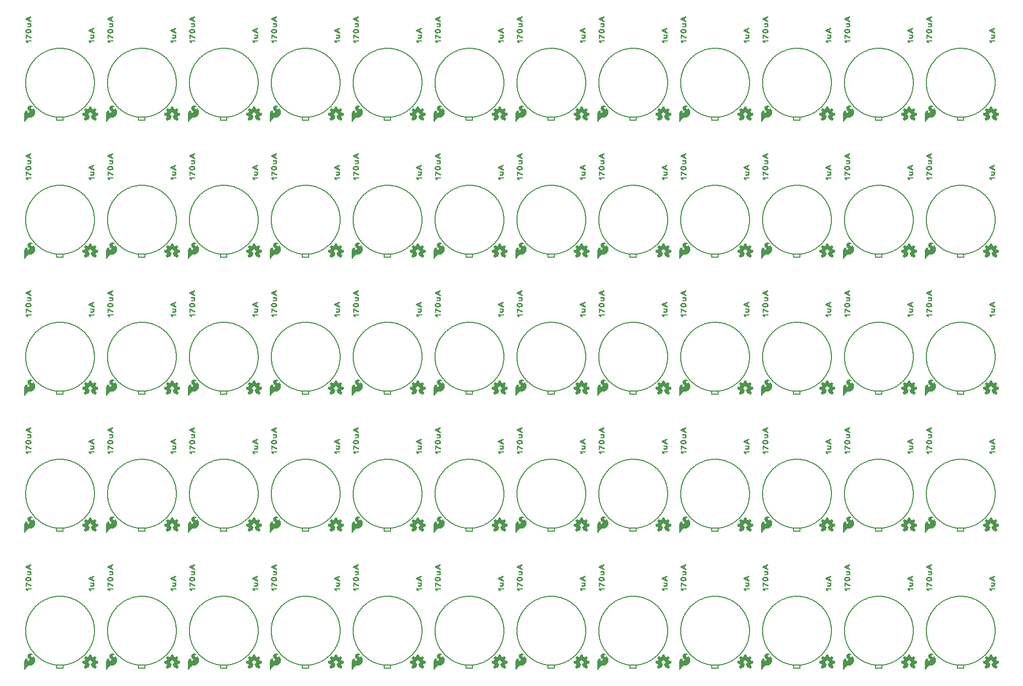
<source format=gto>
G04 EAGLE Gerber RS-274X export*
G75*
%MOMM*%
%FSLAX34Y34*%
%LPD*%
%INSilkscreen Top*%
%IPPOS*%
%AMOC8*
5,1,8,0,0,1.08239X$1,22.5*%
G01*
%ADD10C,0.203200*%

G36*
X516249Y261487D02*
X516249Y261487D01*
X516319Y261493D01*
X516334Y261502D01*
X516351Y261505D01*
X516457Y261577D01*
X516467Y261583D01*
X516468Y261585D01*
X516469Y261586D01*
X518769Y263886D01*
X518777Y263899D01*
X518778Y263900D01*
X518780Y263902D01*
X518782Y263906D01*
X518801Y263922D01*
X518827Y263979D01*
X518860Y264033D01*
X518863Y264057D01*
X518873Y264080D01*
X518871Y264142D01*
X518877Y264205D01*
X518868Y264228D01*
X518867Y264253D01*
X518827Y264335D01*
X518815Y264366D01*
X518809Y264372D01*
X518804Y264381D01*
X516859Y266975D01*
X516869Y266986D01*
X516888Y267016D01*
X516940Y267084D01*
X517040Y267284D01*
X517044Y267300D01*
X517053Y267313D01*
X517079Y267447D01*
X517080Y267452D01*
X517080Y267453D01*
X517080Y267454D01*
X517080Y267464D01*
X517113Y267529D01*
X517169Y267586D01*
X517188Y267616D01*
X517240Y267684D01*
X517340Y267884D01*
X517344Y267900D01*
X517353Y267913D01*
X517379Y268047D01*
X517380Y268052D01*
X517380Y268053D01*
X517380Y268054D01*
X517380Y268064D01*
X517540Y268384D01*
X517544Y268400D01*
X517553Y268413D01*
X517579Y268547D01*
X517580Y268552D01*
X517580Y268553D01*
X517580Y268554D01*
X517580Y268564D01*
X517640Y268684D01*
X517644Y268700D01*
X517653Y268713D01*
X517679Y268847D01*
X517680Y268852D01*
X517680Y268853D01*
X517680Y268854D01*
X517680Y268864D01*
X517740Y268984D01*
X517744Y269000D01*
X517753Y269013D01*
X517773Y269116D01*
X521065Y269680D01*
X521083Y269687D01*
X521102Y269688D01*
X521162Y269721D01*
X521224Y269747D01*
X521237Y269762D01*
X521254Y269771D01*
X521293Y269827D01*
X521337Y269878D01*
X521342Y269897D01*
X521353Y269913D01*
X521375Y270024D01*
X521380Y270046D01*
X521379Y270050D01*
X521380Y270054D01*
X521380Y273254D01*
X521376Y273273D01*
X521378Y273294D01*
X521367Y273326D01*
X521366Y273333D01*
X521361Y273342D01*
X521356Y273357D01*
X521341Y273422D01*
X521328Y273438D01*
X521321Y273457D01*
X521273Y273504D01*
X521231Y273556D01*
X521212Y273564D01*
X521198Y273578D01*
X521096Y273616D01*
X521073Y273626D01*
X521068Y273626D01*
X521063Y273628D01*
X517780Y274175D01*
X517780Y274254D01*
X517763Y274328D01*
X517749Y274403D01*
X517743Y274413D01*
X517741Y274422D01*
X517718Y274450D01*
X517680Y274505D01*
X517680Y274554D01*
X517663Y274628D01*
X517649Y274703D01*
X517643Y274713D01*
X517641Y274722D01*
X517618Y274750D01*
X517569Y274822D01*
X517513Y274878D01*
X517480Y274943D01*
X517480Y275054D01*
X517463Y275128D01*
X517449Y275203D01*
X517443Y275213D01*
X517441Y275222D01*
X517418Y275250D01*
X517380Y275305D01*
X517380Y275354D01*
X517363Y275428D01*
X517349Y275503D01*
X517343Y275513D01*
X517341Y275522D01*
X517318Y275550D01*
X517269Y275622D01*
X517213Y275678D01*
X517140Y275823D01*
X517117Y275851D01*
X517080Y275905D01*
X517080Y275954D01*
X517063Y276028D01*
X517049Y276103D01*
X517043Y276113D01*
X517041Y276122D01*
X517018Y276150D01*
X516969Y276222D01*
X516913Y276278D01*
X516873Y276358D01*
X518808Y279031D01*
X518818Y279055D01*
X518835Y279074D01*
X518851Y279134D01*
X518875Y279191D01*
X518873Y279216D01*
X518880Y279241D01*
X518868Y279302D01*
X518864Y279364D01*
X518851Y279386D01*
X518846Y279411D01*
X518795Y279483D01*
X518777Y279513D01*
X518770Y279518D01*
X518763Y279528D01*
X516463Y281728D01*
X516452Y281734D01*
X516444Y281745D01*
X516378Y281778D01*
X516314Y281816D01*
X516301Y281817D01*
X516290Y281822D01*
X516216Y281823D01*
X516142Y281828D01*
X516130Y281823D01*
X516117Y281823D01*
X515986Y281766D01*
X513312Y279922D01*
X513171Y279993D01*
X513155Y279997D01*
X513142Y280006D01*
X513008Y280032D01*
X513002Y280033D01*
X513001Y280033D01*
X512991Y280033D01*
X512926Y280065D01*
X512869Y280122D01*
X512839Y280141D01*
X512771Y280193D01*
X512571Y280293D01*
X512555Y280297D01*
X512542Y280306D01*
X512408Y280332D01*
X512402Y280333D01*
X512401Y280333D01*
X512391Y280333D01*
X512326Y280365D01*
X512269Y280422D01*
X512204Y280462D01*
X512142Y280506D01*
X512130Y280508D01*
X512122Y280513D01*
X512087Y280516D01*
X512001Y280533D01*
X511891Y280533D01*
X511771Y280593D01*
X511755Y280597D01*
X511742Y280606D01*
X511608Y280632D01*
X511602Y280633D01*
X511601Y280633D01*
X511591Y280633D01*
X511471Y280693D01*
X511455Y280697D01*
X511442Y280706D01*
X511308Y280732D01*
X511302Y280733D01*
X511301Y280733D01*
X511291Y280733D01*
X511171Y280793D01*
X511155Y280797D01*
X511142Y280806D01*
X511125Y280809D01*
X510575Y284018D01*
X510567Y284036D01*
X510566Y284055D01*
X510534Y284114D01*
X510507Y284177D01*
X510493Y284190D01*
X510483Y284207D01*
X510428Y284246D01*
X510376Y284290D01*
X510357Y284295D01*
X510342Y284306D01*
X510231Y284327D01*
X510209Y284333D01*
X510205Y284332D01*
X510201Y284333D01*
X507001Y284333D01*
X506982Y284329D01*
X506963Y284331D01*
X506899Y284309D01*
X506833Y284293D01*
X506818Y284281D01*
X506799Y284275D01*
X506752Y284227D01*
X506699Y284183D01*
X506691Y284166D01*
X506678Y284152D01*
X506638Y284046D01*
X506629Y284025D01*
X506629Y284022D01*
X506627Y284018D01*
X506069Y280762D01*
X506011Y280733D01*
X505901Y280733D01*
X505827Y280716D01*
X505751Y280702D01*
X505742Y280696D01*
X505733Y280693D01*
X505705Y280671D01*
X505649Y280633D01*
X505601Y280633D01*
X505585Y280629D01*
X505569Y280632D01*
X505438Y280595D01*
X505433Y280593D01*
X505432Y280593D01*
X505431Y280593D01*
X505311Y280533D01*
X505301Y280533D01*
X505285Y280529D01*
X505269Y280532D01*
X505138Y280495D01*
X505133Y280493D01*
X505132Y280493D01*
X505131Y280493D01*
X504931Y280393D01*
X504904Y280370D01*
X504849Y280333D01*
X504801Y280333D01*
X504727Y280316D01*
X504651Y280302D01*
X504642Y280296D01*
X504633Y280293D01*
X504605Y280271D01*
X504533Y280222D01*
X504476Y280165D01*
X504331Y280093D01*
X504304Y280070D01*
X504249Y280033D01*
X504201Y280033D01*
X504127Y280016D01*
X504051Y280002D01*
X504042Y279996D01*
X504033Y279993D01*
X504005Y279971D01*
X503933Y279922D01*
X503915Y279904D01*
X501216Y281766D01*
X501200Y281772D01*
X501188Y281784D01*
X501121Y281803D01*
X501055Y281829D01*
X501038Y281828D01*
X501022Y281832D01*
X500953Y281820D01*
X500883Y281814D01*
X500868Y281805D01*
X500851Y281802D01*
X500745Y281730D01*
X500735Y281724D01*
X500734Y281723D01*
X500733Y281722D01*
X498533Y279522D01*
X498524Y279507D01*
X498510Y279497D01*
X498479Y279434D01*
X498442Y279375D01*
X498440Y279358D01*
X498432Y279343D01*
X498432Y279272D01*
X498425Y279203D01*
X498431Y279187D01*
X498431Y279169D01*
X498483Y279052D01*
X498487Y279041D01*
X498488Y279040D01*
X498489Y279038D01*
X500340Y276355D01*
X500338Y276340D01*
X500322Y276254D01*
X500322Y276204D01*
X500314Y276191D01*
X500262Y276123D01*
X500189Y275978D01*
X500133Y275922D01*
X500093Y275857D01*
X500049Y275794D01*
X500047Y275783D01*
X500042Y275775D01*
X500038Y275740D01*
X500022Y275654D01*
X500022Y275604D01*
X500014Y275591D01*
X499962Y275523D01*
X499862Y275323D01*
X499858Y275308D01*
X499849Y275294D01*
X499832Y275207D01*
X499829Y275199D01*
X499829Y275191D01*
X499823Y275160D01*
X499822Y275155D01*
X499822Y275154D01*
X499822Y275143D01*
X499662Y274823D01*
X499658Y274808D01*
X499649Y274794D01*
X499623Y274660D01*
X499622Y274655D01*
X499622Y274654D01*
X499622Y274643D01*
X499562Y274523D01*
X499558Y274508D01*
X499549Y274494D01*
X499540Y274449D01*
X499536Y274441D01*
X499537Y274431D01*
X499523Y274360D01*
X499522Y274355D01*
X499522Y274354D01*
X499522Y274343D01*
X499462Y274223D01*
X499458Y274208D01*
X499449Y274194D01*
X499446Y274178D01*
X496237Y273628D01*
X496219Y273620D01*
X496200Y273619D01*
X496140Y273587D01*
X496078Y273560D01*
X496065Y273545D01*
X496048Y273536D01*
X496009Y273481D01*
X495965Y273429D01*
X495960Y273410D01*
X495949Y273394D01*
X495933Y273313D01*
X495929Y273303D01*
X495929Y273292D01*
X495927Y273283D01*
X495922Y273261D01*
X495923Y273258D01*
X495922Y273254D01*
X495922Y270054D01*
X495926Y270035D01*
X495924Y270016D01*
X495946Y269951D01*
X495961Y269885D01*
X495974Y269870D01*
X495980Y269852D01*
X496028Y269804D01*
X496071Y269752D01*
X496089Y269744D01*
X496103Y269730D01*
X496209Y269690D01*
X496229Y269681D01*
X496233Y269681D01*
X496237Y269680D01*
X499493Y269122D01*
X499522Y269064D01*
X499522Y268954D01*
X499539Y268879D01*
X499553Y268804D01*
X499559Y268794D01*
X499561Y268785D01*
X499584Y268758D01*
X499622Y268702D01*
X499622Y268654D01*
X499635Y268598D01*
X499636Y268579D01*
X499641Y268569D01*
X499653Y268504D01*
X499659Y268494D01*
X499661Y268485D01*
X499684Y268458D01*
X499733Y268386D01*
X499789Y268329D01*
X499822Y268264D01*
X499822Y268154D01*
X499839Y268079D01*
X499853Y268004D01*
X499859Y267994D01*
X499861Y267985D01*
X499884Y267958D01*
X499922Y267902D01*
X499922Y267854D01*
X499939Y267779D01*
X499953Y267704D01*
X499959Y267694D01*
X499961Y267685D01*
X499984Y267658D01*
X500033Y267586D01*
X500089Y267529D01*
X500162Y267384D01*
X500185Y267356D01*
X500228Y267293D01*
X500230Y267289D01*
X500231Y267289D01*
X500233Y267286D01*
X500289Y267229D01*
X500322Y267164D01*
X500322Y267154D01*
X500325Y267138D01*
X500323Y267122D01*
X500335Y267080D01*
X500336Y267062D01*
X500345Y267045D01*
X500360Y266991D01*
X500360Y266989D01*
X498492Y264374D01*
X498486Y264359D01*
X498475Y264348D01*
X498454Y264280D01*
X498427Y264214D01*
X498428Y264198D01*
X498423Y264183D01*
X498434Y264113D01*
X498439Y264041D01*
X498447Y264028D01*
X498449Y264012D01*
X498524Y263896D01*
X498526Y263892D01*
X498527Y263892D01*
X500727Y261592D01*
X500745Y261580D01*
X500758Y261563D01*
X500817Y261533D01*
X500872Y261497D01*
X500893Y261495D01*
X500912Y261485D01*
X500978Y261485D01*
X501044Y261477D01*
X501064Y261484D01*
X501085Y261484D01*
X501180Y261526D01*
X501207Y261535D01*
X501210Y261539D01*
X501216Y261541D01*
X503937Y263418D01*
X503960Y263401D01*
X503972Y263399D01*
X503980Y263394D01*
X504015Y263391D01*
X504030Y263388D01*
X504033Y263386D01*
X504098Y263345D01*
X504160Y263301D01*
X504172Y263299D01*
X504180Y263294D01*
X504215Y263291D01*
X504230Y263288D01*
X504233Y263286D01*
X504298Y263245D01*
X504360Y263201D01*
X504372Y263199D01*
X504380Y263194D01*
X504415Y263191D01*
X504430Y263188D01*
X504433Y263186D01*
X504498Y263145D01*
X504560Y263101D01*
X504572Y263099D01*
X504580Y263094D01*
X504615Y263091D01*
X504630Y263088D01*
X504633Y263086D01*
X504698Y263045D01*
X504760Y263001D01*
X504772Y262999D01*
X504780Y262994D01*
X504815Y262991D01*
X504830Y262988D01*
X504833Y262986D01*
X504898Y262945D01*
X504960Y262901D01*
X504972Y262899D01*
X504980Y262894D01*
X505015Y262891D01*
X505101Y262874D01*
X505151Y262874D01*
X505172Y262861D01*
X505205Y262829D01*
X505244Y262816D01*
X505280Y262794D01*
X505325Y262790D01*
X505369Y262776D01*
X505411Y262782D01*
X505452Y262778D01*
X505495Y262794D01*
X505540Y262801D01*
X505575Y262825D01*
X505614Y262840D01*
X505645Y262873D01*
X505682Y262900D01*
X505708Y262942D01*
X505731Y262967D01*
X505738Y262992D01*
X505757Y263022D01*
X507757Y268422D01*
X507764Y268479D01*
X507780Y268534D01*
X507774Y268564D01*
X507778Y268594D01*
X507759Y268648D01*
X507749Y268705D01*
X507731Y268729D01*
X507721Y268757D01*
X507680Y268797D01*
X507646Y268843D01*
X507616Y268860D01*
X507597Y268878D01*
X507565Y268888D01*
X507521Y268913D01*
X507247Y269005D01*
X506926Y269165D01*
X506769Y269322D01*
X506739Y269341D01*
X506671Y269393D01*
X506526Y269465D01*
X506413Y269578D01*
X506340Y269723D01*
X506317Y269751D01*
X506269Y269822D01*
X506113Y269978D01*
X505952Y270299D01*
X505861Y270574D01*
X505849Y270593D01*
X505840Y270623D01*
X505680Y270943D01*
X505680Y271154D01*
X505672Y271189D01*
X505661Y271274D01*
X505580Y271515D01*
X505580Y271992D01*
X505945Y273086D01*
X506296Y273612D01*
X506443Y273759D01*
X506711Y273938D01*
X506733Y273961D01*
X506769Y273986D01*
X506943Y274159D01*
X507169Y274310D01*
X507421Y274394D01*
X507439Y274405D01*
X507453Y274408D01*
X507466Y274419D01*
X507511Y274438D01*
X507716Y274574D01*
X507901Y274574D01*
X507936Y274583D01*
X507993Y274586D01*
X508348Y274674D01*
X508939Y274674D01*
X509181Y274594D01*
X509217Y274591D01*
X509301Y274574D01*
X509486Y274574D01*
X509691Y274438D01*
X509726Y274425D01*
X509775Y274397D01*
X509777Y274396D01*
X509778Y274396D01*
X509781Y274394D01*
X510033Y274310D01*
X510560Y273959D01*
X510906Y273612D01*
X511257Y273086D01*
X511341Y272834D01*
X511361Y272802D01*
X511385Y272743D01*
X511522Y272539D01*
X511522Y272354D01*
X511530Y272319D01*
X511541Y272234D01*
X511622Y271992D01*
X511622Y271215D01*
X511541Y270974D01*
X511538Y270938D01*
X511522Y270854D01*
X511522Y270743D01*
X511462Y270623D01*
X511456Y270601D01*
X511441Y270574D01*
X511350Y270299D01*
X511289Y270178D01*
X511133Y270022D01*
X511114Y269991D01*
X511062Y269923D01*
X510989Y269778D01*
X510676Y269465D01*
X510531Y269393D01*
X510504Y269370D01*
X510433Y269322D01*
X510276Y269165D01*
X509731Y268893D01*
X509708Y268873D01*
X509679Y268861D01*
X509642Y268818D01*
X509598Y268782D01*
X509586Y268754D01*
X509566Y268731D01*
X509551Y268676D01*
X509528Y268624D01*
X509530Y268593D01*
X509522Y268563D01*
X509534Y268489D01*
X509536Y268451D01*
X509543Y268439D01*
X509545Y268422D01*
X511545Y263022D01*
X511557Y263005D01*
X511561Y262985D01*
X511604Y262934D01*
X511641Y262878D01*
X511659Y262867D01*
X511671Y262852D01*
X511733Y262825D01*
X511791Y262791D01*
X511811Y262790D01*
X511829Y262781D01*
X511896Y262784D01*
X511963Y262780D01*
X511982Y262787D01*
X512002Y262788D01*
X512061Y262820D01*
X512123Y262846D01*
X512136Y262862D01*
X512154Y262871D01*
X512167Y262890D01*
X512175Y262892D01*
X512251Y262905D01*
X512260Y262912D01*
X512269Y262914D01*
X512297Y262937D01*
X512369Y262986D01*
X512376Y262992D01*
X512451Y263005D01*
X512460Y263012D01*
X512469Y263014D01*
X512497Y263037D01*
X512569Y263086D01*
X512576Y263092D01*
X512651Y263105D01*
X512660Y263112D01*
X512669Y263114D01*
X512697Y263137D01*
X512753Y263174D01*
X512801Y263174D01*
X512875Y263192D01*
X512951Y263205D01*
X512960Y263212D01*
X512969Y263214D01*
X512997Y263237D01*
X513069Y263286D01*
X513076Y263292D01*
X513151Y263305D01*
X513160Y263312D01*
X513169Y263314D01*
X513197Y263337D01*
X513269Y263386D01*
X513287Y263403D01*
X515986Y261541D01*
X516002Y261535D01*
X516014Y261524D01*
X516082Y261504D01*
X516147Y261478D01*
X516164Y261480D01*
X516180Y261475D01*
X516249Y261487D01*
G37*
G36*
X516249Y482467D02*
X516249Y482467D01*
X516319Y482473D01*
X516334Y482482D01*
X516351Y482485D01*
X516457Y482557D01*
X516467Y482563D01*
X516468Y482565D01*
X516469Y482566D01*
X518769Y484866D01*
X518777Y484879D01*
X518778Y484880D01*
X518780Y484882D01*
X518782Y484886D01*
X518801Y484902D01*
X518827Y484959D01*
X518860Y485013D01*
X518863Y485037D01*
X518873Y485060D01*
X518871Y485122D01*
X518877Y485185D01*
X518868Y485208D01*
X518867Y485233D01*
X518827Y485315D01*
X518815Y485346D01*
X518809Y485352D01*
X518804Y485361D01*
X516859Y487955D01*
X516869Y487966D01*
X516888Y487996D01*
X516940Y488064D01*
X517040Y488264D01*
X517044Y488280D01*
X517053Y488293D01*
X517079Y488427D01*
X517080Y488432D01*
X517080Y488433D01*
X517080Y488434D01*
X517080Y488444D01*
X517113Y488509D01*
X517169Y488566D01*
X517188Y488596D01*
X517240Y488664D01*
X517340Y488864D01*
X517344Y488880D01*
X517353Y488893D01*
X517379Y489027D01*
X517380Y489032D01*
X517380Y489033D01*
X517380Y489034D01*
X517380Y489044D01*
X517540Y489364D01*
X517544Y489380D01*
X517553Y489393D01*
X517579Y489527D01*
X517580Y489532D01*
X517580Y489533D01*
X517580Y489534D01*
X517580Y489544D01*
X517640Y489664D01*
X517644Y489680D01*
X517653Y489693D01*
X517679Y489827D01*
X517680Y489832D01*
X517680Y489833D01*
X517680Y489834D01*
X517680Y489844D01*
X517740Y489964D01*
X517744Y489980D01*
X517753Y489993D01*
X517773Y490096D01*
X521065Y490660D01*
X521083Y490667D01*
X521102Y490668D01*
X521162Y490701D01*
X521224Y490727D01*
X521237Y490742D01*
X521254Y490751D01*
X521293Y490807D01*
X521337Y490858D01*
X521342Y490877D01*
X521353Y490893D01*
X521375Y491004D01*
X521380Y491026D01*
X521379Y491030D01*
X521380Y491034D01*
X521380Y494234D01*
X521376Y494253D01*
X521378Y494274D01*
X521367Y494306D01*
X521366Y494313D01*
X521361Y494322D01*
X521356Y494337D01*
X521341Y494402D01*
X521328Y494418D01*
X521321Y494437D01*
X521273Y494484D01*
X521231Y494536D01*
X521212Y494544D01*
X521198Y494558D01*
X521096Y494596D01*
X521073Y494606D01*
X521068Y494606D01*
X521063Y494608D01*
X517780Y495155D01*
X517780Y495234D01*
X517763Y495308D01*
X517749Y495383D01*
X517743Y495393D01*
X517741Y495402D01*
X517718Y495430D01*
X517680Y495485D01*
X517680Y495534D01*
X517663Y495608D01*
X517649Y495683D01*
X517643Y495693D01*
X517641Y495702D01*
X517618Y495730D01*
X517569Y495802D01*
X517513Y495858D01*
X517480Y495923D01*
X517480Y496034D01*
X517463Y496108D01*
X517449Y496183D01*
X517443Y496193D01*
X517441Y496202D01*
X517418Y496230D01*
X517380Y496285D01*
X517380Y496334D01*
X517363Y496408D01*
X517349Y496483D01*
X517343Y496493D01*
X517341Y496502D01*
X517318Y496530D01*
X517269Y496602D01*
X517213Y496658D01*
X517140Y496803D01*
X517117Y496831D01*
X517080Y496885D01*
X517080Y496934D01*
X517063Y497008D01*
X517049Y497083D01*
X517043Y497093D01*
X517041Y497102D01*
X517018Y497130D01*
X516969Y497202D01*
X516913Y497258D01*
X516873Y497338D01*
X518808Y500011D01*
X518818Y500035D01*
X518835Y500054D01*
X518851Y500114D01*
X518875Y500171D01*
X518873Y500196D01*
X518880Y500221D01*
X518868Y500282D01*
X518864Y500344D01*
X518851Y500366D01*
X518846Y500391D01*
X518795Y500463D01*
X518777Y500493D01*
X518770Y500498D01*
X518763Y500508D01*
X516463Y502708D01*
X516452Y502714D01*
X516444Y502725D01*
X516378Y502758D01*
X516314Y502796D01*
X516301Y502797D01*
X516290Y502802D01*
X516216Y502803D01*
X516142Y502808D01*
X516130Y502803D01*
X516117Y502803D01*
X515986Y502746D01*
X513312Y500902D01*
X513171Y500973D01*
X513155Y500977D01*
X513142Y500986D01*
X513008Y501012D01*
X513002Y501013D01*
X513001Y501013D01*
X512991Y501013D01*
X512926Y501045D01*
X512869Y501102D01*
X512839Y501121D01*
X512771Y501173D01*
X512571Y501273D01*
X512555Y501277D01*
X512542Y501286D01*
X512408Y501312D01*
X512402Y501313D01*
X512401Y501313D01*
X512391Y501313D01*
X512326Y501345D01*
X512269Y501402D01*
X512204Y501442D01*
X512142Y501486D01*
X512130Y501488D01*
X512122Y501493D01*
X512087Y501496D01*
X512001Y501513D01*
X511891Y501513D01*
X511771Y501573D01*
X511755Y501577D01*
X511742Y501586D01*
X511608Y501612D01*
X511602Y501613D01*
X511601Y501613D01*
X511591Y501613D01*
X511471Y501673D01*
X511455Y501677D01*
X511442Y501686D01*
X511308Y501712D01*
X511302Y501713D01*
X511301Y501713D01*
X511291Y501713D01*
X511171Y501773D01*
X511155Y501777D01*
X511142Y501786D01*
X511125Y501789D01*
X510575Y504998D01*
X510567Y505016D01*
X510566Y505035D01*
X510534Y505094D01*
X510507Y505157D01*
X510493Y505170D01*
X510483Y505187D01*
X510428Y505226D01*
X510376Y505270D01*
X510357Y505275D01*
X510342Y505286D01*
X510231Y505307D01*
X510209Y505313D01*
X510205Y505312D01*
X510201Y505313D01*
X507001Y505313D01*
X506982Y505309D01*
X506963Y505311D01*
X506899Y505289D01*
X506833Y505273D01*
X506818Y505261D01*
X506799Y505255D01*
X506752Y505207D01*
X506699Y505163D01*
X506691Y505146D01*
X506678Y505132D01*
X506638Y505026D01*
X506629Y505005D01*
X506629Y505002D01*
X506627Y504998D01*
X506069Y501742D01*
X506011Y501713D01*
X505901Y501713D01*
X505827Y501696D01*
X505751Y501682D01*
X505742Y501676D01*
X505733Y501673D01*
X505705Y501651D01*
X505649Y501613D01*
X505601Y501613D01*
X505585Y501609D01*
X505569Y501612D01*
X505438Y501575D01*
X505433Y501573D01*
X505432Y501573D01*
X505431Y501573D01*
X505311Y501513D01*
X505301Y501513D01*
X505285Y501509D01*
X505269Y501512D01*
X505138Y501475D01*
X505133Y501473D01*
X505132Y501473D01*
X505131Y501473D01*
X504931Y501373D01*
X504904Y501350D01*
X504849Y501313D01*
X504801Y501313D01*
X504727Y501296D01*
X504651Y501282D01*
X504642Y501276D01*
X504633Y501273D01*
X504605Y501251D01*
X504533Y501202D01*
X504476Y501145D01*
X504331Y501073D01*
X504304Y501050D01*
X504249Y501013D01*
X504201Y501013D01*
X504127Y500996D01*
X504051Y500982D01*
X504042Y500976D01*
X504033Y500973D01*
X504005Y500951D01*
X503933Y500902D01*
X503915Y500884D01*
X501216Y502746D01*
X501200Y502752D01*
X501188Y502764D01*
X501121Y502783D01*
X501055Y502809D01*
X501038Y502808D01*
X501022Y502812D01*
X500953Y502800D01*
X500883Y502794D01*
X500868Y502785D01*
X500851Y502782D01*
X500745Y502710D01*
X500735Y502704D01*
X500734Y502703D01*
X500733Y502702D01*
X498533Y500502D01*
X498524Y500487D01*
X498510Y500477D01*
X498479Y500414D01*
X498442Y500355D01*
X498440Y500338D01*
X498432Y500323D01*
X498432Y500252D01*
X498425Y500183D01*
X498431Y500167D01*
X498431Y500149D01*
X498483Y500032D01*
X498487Y500021D01*
X498488Y500020D01*
X498489Y500018D01*
X500340Y497335D01*
X500338Y497320D01*
X500322Y497234D01*
X500322Y497184D01*
X500314Y497171D01*
X500262Y497103D01*
X500189Y496958D01*
X500133Y496902D01*
X500093Y496837D01*
X500049Y496774D01*
X500047Y496763D01*
X500042Y496755D01*
X500038Y496720D01*
X500022Y496634D01*
X500022Y496584D01*
X500014Y496571D01*
X499962Y496503D01*
X499862Y496303D01*
X499858Y496288D01*
X499849Y496274D01*
X499832Y496187D01*
X499829Y496179D01*
X499829Y496171D01*
X499823Y496140D01*
X499822Y496135D01*
X499822Y496134D01*
X499822Y496123D01*
X499662Y495803D01*
X499658Y495788D01*
X499649Y495774D01*
X499623Y495640D01*
X499622Y495635D01*
X499622Y495634D01*
X499622Y495623D01*
X499562Y495503D01*
X499558Y495488D01*
X499549Y495474D01*
X499540Y495429D01*
X499536Y495421D01*
X499537Y495411D01*
X499523Y495340D01*
X499522Y495335D01*
X499522Y495334D01*
X499522Y495323D01*
X499462Y495203D01*
X499458Y495188D01*
X499449Y495174D01*
X499446Y495158D01*
X496237Y494608D01*
X496219Y494600D01*
X496200Y494599D01*
X496140Y494567D01*
X496078Y494540D01*
X496065Y494525D01*
X496048Y494516D01*
X496009Y494461D01*
X495965Y494409D01*
X495960Y494390D01*
X495949Y494374D01*
X495933Y494293D01*
X495929Y494283D01*
X495929Y494272D01*
X495927Y494263D01*
X495922Y494241D01*
X495923Y494238D01*
X495922Y494234D01*
X495922Y491034D01*
X495926Y491015D01*
X495924Y490996D01*
X495946Y490931D01*
X495961Y490865D01*
X495974Y490850D01*
X495980Y490832D01*
X496028Y490784D01*
X496071Y490732D01*
X496089Y490724D01*
X496103Y490710D01*
X496209Y490670D01*
X496229Y490661D01*
X496233Y490661D01*
X496237Y490660D01*
X499493Y490102D01*
X499522Y490044D01*
X499522Y489934D01*
X499539Y489859D01*
X499553Y489784D01*
X499559Y489774D01*
X499561Y489765D01*
X499584Y489738D01*
X499622Y489682D01*
X499622Y489634D01*
X499635Y489578D01*
X499636Y489559D01*
X499641Y489549D01*
X499653Y489484D01*
X499659Y489474D01*
X499661Y489465D01*
X499684Y489438D01*
X499733Y489366D01*
X499789Y489309D01*
X499822Y489244D01*
X499822Y489134D01*
X499839Y489059D01*
X499853Y488984D01*
X499859Y488974D01*
X499861Y488965D01*
X499884Y488938D01*
X499922Y488882D01*
X499922Y488834D01*
X499939Y488759D01*
X499953Y488684D01*
X499959Y488674D01*
X499961Y488665D01*
X499984Y488638D01*
X500033Y488566D01*
X500089Y488509D01*
X500162Y488364D01*
X500185Y488336D01*
X500228Y488273D01*
X500230Y488269D01*
X500231Y488269D01*
X500233Y488266D01*
X500289Y488209D01*
X500322Y488144D01*
X500322Y488134D01*
X500325Y488118D01*
X500323Y488102D01*
X500335Y488060D01*
X500336Y488042D01*
X500345Y488025D01*
X500360Y487971D01*
X500360Y487969D01*
X498492Y485354D01*
X498486Y485339D01*
X498475Y485328D01*
X498454Y485260D01*
X498427Y485194D01*
X498428Y485178D01*
X498423Y485163D01*
X498434Y485093D01*
X498439Y485021D01*
X498447Y485008D01*
X498449Y484992D01*
X498524Y484876D01*
X498526Y484872D01*
X498527Y484872D01*
X500727Y482572D01*
X500745Y482560D01*
X500758Y482543D01*
X500817Y482513D01*
X500872Y482477D01*
X500893Y482475D01*
X500912Y482465D01*
X500978Y482465D01*
X501044Y482457D01*
X501064Y482464D01*
X501085Y482464D01*
X501180Y482506D01*
X501207Y482515D01*
X501210Y482519D01*
X501216Y482521D01*
X503937Y484398D01*
X503960Y484381D01*
X503972Y484379D01*
X503980Y484374D01*
X504015Y484371D01*
X504030Y484368D01*
X504033Y484366D01*
X504098Y484325D01*
X504160Y484281D01*
X504172Y484279D01*
X504180Y484274D01*
X504215Y484271D01*
X504230Y484268D01*
X504233Y484266D01*
X504298Y484225D01*
X504360Y484181D01*
X504372Y484179D01*
X504380Y484174D01*
X504415Y484171D01*
X504430Y484168D01*
X504433Y484166D01*
X504498Y484125D01*
X504560Y484081D01*
X504572Y484079D01*
X504580Y484074D01*
X504615Y484071D01*
X504630Y484068D01*
X504633Y484066D01*
X504698Y484025D01*
X504760Y483981D01*
X504772Y483979D01*
X504780Y483974D01*
X504815Y483971D01*
X504830Y483968D01*
X504833Y483966D01*
X504898Y483925D01*
X504960Y483881D01*
X504972Y483879D01*
X504980Y483874D01*
X505015Y483871D01*
X505101Y483854D01*
X505151Y483854D01*
X505172Y483841D01*
X505205Y483809D01*
X505244Y483796D01*
X505280Y483774D01*
X505325Y483770D01*
X505369Y483756D01*
X505411Y483762D01*
X505452Y483758D01*
X505495Y483774D01*
X505540Y483781D01*
X505575Y483805D01*
X505614Y483820D01*
X505645Y483853D01*
X505682Y483880D01*
X505708Y483922D01*
X505731Y483947D01*
X505738Y483972D01*
X505757Y484002D01*
X507757Y489402D01*
X507764Y489459D01*
X507780Y489514D01*
X507774Y489544D01*
X507778Y489574D01*
X507759Y489628D01*
X507749Y489685D01*
X507731Y489709D01*
X507721Y489737D01*
X507680Y489777D01*
X507646Y489823D01*
X507616Y489840D01*
X507597Y489858D01*
X507565Y489868D01*
X507521Y489893D01*
X507247Y489985D01*
X506926Y490145D01*
X506769Y490302D01*
X506739Y490321D01*
X506671Y490373D01*
X506526Y490445D01*
X506413Y490558D01*
X506340Y490703D01*
X506317Y490731D01*
X506269Y490802D01*
X506113Y490958D01*
X505952Y491279D01*
X505861Y491554D01*
X505849Y491573D01*
X505840Y491603D01*
X505680Y491923D01*
X505680Y492134D01*
X505672Y492169D01*
X505661Y492254D01*
X505580Y492495D01*
X505580Y492972D01*
X505945Y494066D01*
X506296Y494592D01*
X506443Y494739D01*
X506711Y494918D01*
X506733Y494941D01*
X506769Y494966D01*
X506943Y495139D01*
X507169Y495290D01*
X507421Y495374D01*
X507439Y495385D01*
X507453Y495388D01*
X507466Y495399D01*
X507511Y495418D01*
X507716Y495554D01*
X507901Y495554D01*
X507936Y495563D01*
X507993Y495566D01*
X508348Y495654D01*
X508939Y495654D01*
X509181Y495574D01*
X509217Y495571D01*
X509301Y495554D01*
X509486Y495554D01*
X509691Y495418D01*
X509726Y495405D01*
X509775Y495377D01*
X509777Y495376D01*
X509778Y495376D01*
X509781Y495374D01*
X510033Y495290D01*
X510560Y494939D01*
X510906Y494592D01*
X511257Y494066D01*
X511341Y493814D01*
X511361Y493782D01*
X511385Y493723D01*
X511522Y493519D01*
X511522Y493334D01*
X511530Y493299D01*
X511541Y493214D01*
X511622Y492972D01*
X511622Y492195D01*
X511541Y491954D01*
X511538Y491918D01*
X511522Y491834D01*
X511522Y491723D01*
X511462Y491603D01*
X511456Y491581D01*
X511441Y491554D01*
X511350Y491279D01*
X511289Y491158D01*
X511133Y491002D01*
X511114Y490971D01*
X511062Y490903D01*
X510989Y490758D01*
X510676Y490445D01*
X510531Y490373D01*
X510504Y490350D01*
X510433Y490302D01*
X510276Y490145D01*
X509731Y489873D01*
X509708Y489853D01*
X509679Y489841D01*
X509642Y489798D01*
X509598Y489762D01*
X509586Y489734D01*
X509566Y489711D01*
X509551Y489656D01*
X509528Y489604D01*
X509530Y489573D01*
X509522Y489543D01*
X509534Y489469D01*
X509536Y489431D01*
X509543Y489419D01*
X509545Y489402D01*
X511545Y484002D01*
X511557Y483985D01*
X511561Y483965D01*
X511604Y483914D01*
X511641Y483858D01*
X511659Y483847D01*
X511671Y483832D01*
X511733Y483805D01*
X511791Y483771D01*
X511811Y483770D01*
X511829Y483761D01*
X511896Y483764D01*
X511963Y483760D01*
X511982Y483767D01*
X512002Y483768D01*
X512061Y483800D01*
X512123Y483826D01*
X512136Y483842D01*
X512154Y483851D01*
X512167Y483870D01*
X512175Y483872D01*
X512251Y483885D01*
X512260Y483892D01*
X512269Y483894D01*
X512297Y483917D01*
X512369Y483966D01*
X512376Y483972D01*
X512451Y483985D01*
X512460Y483992D01*
X512469Y483994D01*
X512497Y484017D01*
X512569Y484066D01*
X512576Y484072D01*
X512651Y484085D01*
X512660Y484092D01*
X512669Y484094D01*
X512697Y484117D01*
X512753Y484154D01*
X512801Y484154D01*
X512875Y484172D01*
X512951Y484185D01*
X512960Y484192D01*
X512969Y484194D01*
X512997Y484217D01*
X513069Y484266D01*
X513076Y484272D01*
X513151Y484285D01*
X513160Y484292D01*
X513169Y484294D01*
X513197Y484317D01*
X513269Y484366D01*
X513287Y484383D01*
X515986Y482521D01*
X516002Y482515D01*
X516014Y482504D01*
X516082Y482484D01*
X516147Y482458D01*
X516164Y482460D01*
X516180Y482455D01*
X516249Y482467D01*
G37*
G36*
X1440809Y703447D02*
X1440809Y703447D01*
X1440879Y703453D01*
X1440894Y703462D01*
X1440911Y703465D01*
X1441017Y703537D01*
X1441027Y703543D01*
X1441028Y703545D01*
X1441029Y703546D01*
X1443329Y705846D01*
X1443337Y705859D01*
X1443338Y705860D01*
X1443340Y705862D01*
X1443342Y705866D01*
X1443361Y705882D01*
X1443387Y705939D01*
X1443420Y705993D01*
X1443423Y706017D01*
X1443433Y706040D01*
X1443431Y706102D01*
X1443437Y706165D01*
X1443428Y706188D01*
X1443427Y706213D01*
X1443387Y706295D01*
X1443375Y706326D01*
X1443369Y706332D01*
X1443364Y706341D01*
X1441419Y708935D01*
X1441429Y708946D01*
X1441448Y708976D01*
X1441500Y709044D01*
X1441600Y709244D01*
X1441604Y709260D01*
X1441613Y709273D01*
X1441639Y709407D01*
X1441640Y709412D01*
X1441640Y709413D01*
X1441640Y709414D01*
X1441640Y709424D01*
X1441673Y709489D01*
X1441729Y709546D01*
X1441748Y709576D01*
X1441800Y709644D01*
X1441900Y709844D01*
X1441904Y709860D01*
X1441913Y709873D01*
X1441939Y710007D01*
X1441940Y710012D01*
X1441940Y710013D01*
X1441940Y710014D01*
X1441940Y710024D01*
X1442100Y710344D01*
X1442104Y710360D01*
X1442113Y710373D01*
X1442139Y710507D01*
X1442140Y710512D01*
X1442140Y710513D01*
X1442140Y710514D01*
X1442140Y710524D01*
X1442200Y710644D01*
X1442204Y710660D01*
X1442213Y710673D01*
X1442239Y710807D01*
X1442240Y710812D01*
X1442240Y710813D01*
X1442240Y710814D01*
X1442240Y710824D01*
X1442300Y710944D01*
X1442304Y710960D01*
X1442313Y710973D01*
X1442333Y711076D01*
X1445625Y711640D01*
X1445643Y711647D01*
X1445662Y711648D01*
X1445722Y711681D01*
X1445784Y711707D01*
X1445797Y711722D01*
X1445814Y711731D01*
X1445853Y711787D01*
X1445897Y711838D01*
X1445902Y711857D01*
X1445913Y711873D01*
X1445935Y711984D01*
X1445940Y712006D01*
X1445939Y712010D01*
X1445940Y712014D01*
X1445940Y715214D01*
X1445936Y715233D01*
X1445938Y715254D01*
X1445927Y715286D01*
X1445926Y715293D01*
X1445921Y715302D01*
X1445916Y715317D01*
X1445901Y715382D01*
X1445888Y715398D01*
X1445881Y715417D01*
X1445833Y715464D01*
X1445791Y715516D01*
X1445772Y715524D01*
X1445758Y715538D01*
X1445656Y715576D01*
X1445633Y715586D01*
X1445628Y715586D01*
X1445623Y715588D01*
X1442340Y716135D01*
X1442340Y716214D01*
X1442323Y716288D01*
X1442309Y716363D01*
X1442303Y716373D01*
X1442301Y716382D01*
X1442278Y716410D01*
X1442240Y716465D01*
X1442240Y716514D01*
X1442223Y716588D01*
X1442209Y716663D01*
X1442203Y716673D01*
X1442201Y716682D01*
X1442178Y716710D01*
X1442129Y716782D01*
X1442073Y716838D01*
X1442040Y716903D01*
X1442040Y717014D01*
X1442023Y717088D01*
X1442009Y717163D01*
X1442003Y717173D01*
X1442001Y717182D01*
X1441978Y717210D01*
X1441940Y717265D01*
X1441940Y717314D01*
X1441923Y717388D01*
X1441909Y717463D01*
X1441903Y717473D01*
X1441901Y717482D01*
X1441878Y717510D01*
X1441829Y717582D01*
X1441773Y717638D01*
X1441700Y717783D01*
X1441677Y717811D01*
X1441640Y717865D01*
X1441640Y717914D01*
X1441623Y717988D01*
X1441609Y718063D01*
X1441603Y718073D01*
X1441601Y718082D01*
X1441578Y718110D01*
X1441529Y718182D01*
X1441473Y718238D01*
X1441433Y718318D01*
X1443368Y720991D01*
X1443378Y721015D01*
X1443395Y721034D01*
X1443411Y721094D01*
X1443435Y721151D01*
X1443433Y721176D01*
X1443440Y721201D01*
X1443428Y721262D01*
X1443424Y721324D01*
X1443411Y721346D01*
X1443406Y721371D01*
X1443355Y721443D01*
X1443337Y721473D01*
X1443330Y721478D01*
X1443323Y721488D01*
X1441023Y723688D01*
X1441012Y723694D01*
X1441004Y723705D01*
X1440938Y723738D01*
X1440874Y723776D01*
X1440861Y723777D01*
X1440850Y723782D01*
X1440776Y723783D01*
X1440702Y723788D01*
X1440690Y723783D01*
X1440677Y723783D01*
X1440546Y723726D01*
X1437872Y721882D01*
X1437731Y721953D01*
X1437715Y721957D01*
X1437702Y721966D01*
X1437568Y721992D01*
X1437562Y721993D01*
X1437561Y721993D01*
X1437551Y721993D01*
X1437486Y722025D01*
X1437429Y722082D01*
X1437399Y722101D01*
X1437331Y722153D01*
X1437131Y722253D01*
X1437115Y722257D01*
X1437102Y722266D01*
X1436968Y722292D01*
X1436962Y722293D01*
X1436961Y722293D01*
X1436951Y722293D01*
X1436886Y722325D01*
X1436829Y722382D01*
X1436764Y722422D01*
X1436702Y722466D01*
X1436690Y722468D01*
X1436682Y722473D01*
X1436647Y722476D01*
X1436561Y722493D01*
X1436451Y722493D01*
X1436331Y722553D01*
X1436315Y722557D01*
X1436302Y722566D01*
X1436168Y722592D01*
X1436162Y722593D01*
X1436161Y722593D01*
X1436151Y722593D01*
X1436031Y722653D01*
X1436015Y722657D01*
X1436002Y722666D01*
X1435868Y722692D01*
X1435862Y722693D01*
X1435861Y722693D01*
X1435851Y722693D01*
X1435731Y722753D01*
X1435715Y722757D01*
X1435702Y722766D01*
X1435685Y722769D01*
X1435135Y725978D01*
X1435127Y725996D01*
X1435126Y726015D01*
X1435094Y726074D01*
X1435067Y726137D01*
X1435053Y726150D01*
X1435043Y726167D01*
X1434988Y726206D01*
X1434936Y726250D01*
X1434917Y726255D01*
X1434902Y726266D01*
X1434791Y726287D01*
X1434769Y726293D01*
X1434765Y726292D01*
X1434761Y726293D01*
X1431561Y726293D01*
X1431542Y726289D01*
X1431523Y726291D01*
X1431459Y726269D01*
X1431393Y726253D01*
X1431378Y726241D01*
X1431359Y726235D01*
X1431312Y726187D01*
X1431259Y726143D01*
X1431251Y726126D01*
X1431238Y726112D01*
X1431198Y726006D01*
X1431189Y725985D01*
X1431189Y725982D01*
X1431187Y725978D01*
X1430629Y722722D01*
X1430571Y722693D01*
X1430461Y722693D01*
X1430387Y722676D01*
X1430311Y722662D01*
X1430302Y722656D01*
X1430293Y722653D01*
X1430265Y722631D01*
X1430209Y722593D01*
X1430161Y722593D01*
X1430145Y722589D01*
X1430129Y722592D01*
X1429998Y722555D01*
X1429993Y722553D01*
X1429992Y722553D01*
X1429991Y722553D01*
X1429871Y722493D01*
X1429861Y722493D01*
X1429845Y722489D01*
X1429829Y722492D01*
X1429698Y722455D01*
X1429693Y722453D01*
X1429692Y722453D01*
X1429691Y722453D01*
X1429491Y722353D01*
X1429464Y722330D01*
X1429409Y722293D01*
X1429361Y722293D01*
X1429287Y722276D01*
X1429211Y722262D01*
X1429202Y722256D01*
X1429193Y722253D01*
X1429165Y722231D01*
X1429093Y722182D01*
X1429036Y722125D01*
X1428891Y722053D01*
X1428864Y722030D01*
X1428809Y721993D01*
X1428761Y721993D01*
X1428687Y721976D01*
X1428611Y721962D01*
X1428602Y721956D01*
X1428593Y721953D01*
X1428565Y721931D01*
X1428493Y721882D01*
X1428475Y721864D01*
X1425776Y723726D01*
X1425760Y723732D01*
X1425748Y723744D01*
X1425681Y723763D01*
X1425615Y723789D01*
X1425598Y723788D01*
X1425582Y723792D01*
X1425513Y723780D01*
X1425443Y723774D01*
X1425428Y723765D01*
X1425411Y723762D01*
X1425305Y723690D01*
X1425295Y723684D01*
X1425294Y723683D01*
X1425293Y723682D01*
X1423093Y721482D01*
X1423084Y721467D01*
X1423070Y721457D01*
X1423039Y721394D01*
X1423002Y721335D01*
X1423000Y721318D01*
X1422992Y721303D01*
X1422992Y721232D01*
X1422985Y721163D01*
X1422991Y721147D01*
X1422991Y721129D01*
X1423043Y721012D01*
X1423047Y721001D01*
X1423048Y721000D01*
X1423049Y720998D01*
X1424900Y718315D01*
X1424898Y718300D01*
X1424882Y718214D01*
X1424882Y718164D01*
X1424874Y718151D01*
X1424822Y718083D01*
X1424749Y717938D01*
X1424693Y717882D01*
X1424653Y717817D01*
X1424609Y717754D01*
X1424607Y717743D01*
X1424602Y717735D01*
X1424598Y717700D01*
X1424582Y717614D01*
X1424582Y717564D01*
X1424574Y717551D01*
X1424522Y717483D01*
X1424422Y717283D01*
X1424418Y717268D01*
X1424409Y717254D01*
X1424392Y717167D01*
X1424389Y717159D01*
X1424389Y717151D01*
X1424383Y717120D01*
X1424382Y717115D01*
X1424382Y717114D01*
X1424382Y717103D01*
X1424222Y716783D01*
X1424218Y716768D01*
X1424209Y716754D01*
X1424183Y716620D01*
X1424182Y716615D01*
X1424182Y716614D01*
X1424182Y716603D01*
X1424122Y716483D01*
X1424118Y716468D01*
X1424109Y716454D01*
X1424100Y716409D01*
X1424096Y716401D01*
X1424097Y716391D01*
X1424083Y716320D01*
X1424082Y716315D01*
X1424082Y716314D01*
X1424082Y716303D01*
X1424022Y716183D01*
X1424018Y716168D01*
X1424009Y716154D01*
X1424006Y716138D01*
X1420797Y715588D01*
X1420779Y715580D01*
X1420760Y715579D01*
X1420700Y715547D01*
X1420638Y715520D01*
X1420625Y715505D01*
X1420608Y715496D01*
X1420569Y715441D01*
X1420525Y715389D01*
X1420520Y715370D01*
X1420509Y715354D01*
X1420493Y715273D01*
X1420489Y715263D01*
X1420489Y715252D01*
X1420487Y715243D01*
X1420482Y715221D01*
X1420483Y715218D01*
X1420482Y715214D01*
X1420482Y712014D01*
X1420486Y711995D01*
X1420484Y711976D01*
X1420506Y711911D01*
X1420521Y711845D01*
X1420534Y711830D01*
X1420540Y711812D01*
X1420588Y711764D01*
X1420631Y711712D01*
X1420649Y711704D01*
X1420663Y711690D01*
X1420769Y711650D01*
X1420789Y711641D01*
X1420793Y711641D01*
X1420797Y711640D01*
X1424053Y711082D01*
X1424082Y711024D01*
X1424082Y710914D01*
X1424099Y710839D01*
X1424113Y710764D01*
X1424119Y710754D01*
X1424121Y710745D01*
X1424144Y710718D01*
X1424182Y710662D01*
X1424182Y710614D01*
X1424195Y710558D01*
X1424196Y710539D01*
X1424201Y710529D01*
X1424213Y710464D01*
X1424219Y710454D01*
X1424221Y710445D01*
X1424244Y710418D01*
X1424293Y710346D01*
X1424349Y710289D01*
X1424382Y710224D01*
X1424382Y710114D01*
X1424399Y710039D01*
X1424413Y709964D01*
X1424419Y709954D01*
X1424421Y709945D01*
X1424444Y709918D01*
X1424482Y709862D01*
X1424482Y709814D01*
X1424499Y709739D01*
X1424513Y709664D01*
X1424519Y709654D01*
X1424521Y709645D01*
X1424544Y709618D01*
X1424593Y709546D01*
X1424649Y709489D01*
X1424722Y709344D01*
X1424745Y709316D01*
X1424788Y709253D01*
X1424790Y709249D01*
X1424791Y709249D01*
X1424793Y709246D01*
X1424849Y709189D01*
X1424882Y709124D01*
X1424882Y709114D01*
X1424885Y709098D01*
X1424883Y709082D01*
X1424895Y709040D01*
X1424896Y709022D01*
X1424905Y709005D01*
X1424920Y708951D01*
X1424920Y708949D01*
X1423052Y706334D01*
X1423046Y706319D01*
X1423035Y706308D01*
X1423014Y706240D01*
X1422987Y706174D01*
X1422988Y706158D01*
X1422983Y706143D01*
X1422994Y706073D01*
X1422999Y706001D01*
X1423007Y705988D01*
X1423009Y705972D01*
X1423084Y705856D01*
X1423086Y705852D01*
X1423087Y705852D01*
X1425287Y703552D01*
X1425305Y703540D01*
X1425318Y703523D01*
X1425377Y703493D01*
X1425432Y703457D01*
X1425453Y703455D01*
X1425472Y703445D01*
X1425538Y703445D01*
X1425604Y703437D01*
X1425624Y703444D01*
X1425645Y703444D01*
X1425740Y703486D01*
X1425767Y703495D01*
X1425770Y703499D01*
X1425776Y703501D01*
X1428497Y705378D01*
X1428520Y705361D01*
X1428532Y705359D01*
X1428540Y705354D01*
X1428575Y705351D01*
X1428590Y705348D01*
X1428593Y705346D01*
X1428658Y705305D01*
X1428720Y705261D01*
X1428732Y705259D01*
X1428740Y705254D01*
X1428775Y705251D01*
X1428790Y705248D01*
X1428793Y705246D01*
X1428858Y705205D01*
X1428920Y705161D01*
X1428932Y705159D01*
X1428940Y705154D01*
X1428975Y705151D01*
X1428990Y705148D01*
X1428993Y705146D01*
X1429058Y705105D01*
X1429120Y705061D01*
X1429132Y705059D01*
X1429140Y705054D01*
X1429175Y705051D01*
X1429190Y705048D01*
X1429193Y705046D01*
X1429258Y705005D01*
X1429320Y704961D01*
X1429332Y704959D01*
X1429340Y704954D01*
X1429375Y704951D01*
X1429390Y704948D01*
X1429393Y704946D01*
X1429458Y704905D01*
X1429520Y704861D01*
X1429532Y704859D01*
X1429540Y704854D01*
X1429575Y704851D01*
X1429661Y704834D01*
X1429711Y704834D01*
X1429732Y704821D01*
X1429765Y704789D01*
X1429804Y704776D01*
X1429840Y704754D01*
X1429885Y704750D01*
X1429929Y704736D01*
X1429971Y704742D01*
X1430012Y704738D01*
X1430055Y704754D01*
X1430100Y704761D01*
X1430135Y704785D01*
X1430174Y704800D01*
X1430205Y704833D01*
X1430242Y704860D01*
X1430268Y704902D01*
X1430291Y704927D01*
X1430298Y704952D01*
X1430317Y704982D01*
X1432317Y710382D01*
X1432324Y710439D01*
X1432340Y710494D01*
X1432334Y710524D01*
X1432338Y710554D01*
X1432319Y710608D01*
X1432309Y710665D01*
X1432291Y710689D01*
X1432281Y710717D01*
X1432240Y710757D01*
X1432206Y710803D01*
X1432176Y710820D01*
X1432157Y710838D01*
X1432125Y710848D01*
X1432081Y710873D01*
X1431807Y710965D01*
X1431486Y711125D01*
X1431329Y711282D01*
X1431299Y711301D01*
X1431231Y711353D01*
X1431086Y711425D01*
X1430973Y711538D01*
X1430900Y711683D01*
X1430877Y711711D01*
X1430829Y711782D01*
X1430673Y711938D01*
X1430512Y712259D01*
X1430421Y712534D01*
X1430409Y712553D01*
X1430400Y712583D01*
X1430240Y712903D01*
X1430240Y713114D01*
X1430232Y713149D01*
X1430221Y713234D01*
X1430140Y713475D01*
X1430140Y713952D01*
X1430505Y715046D01*
X1430856Y715572D01*
X1431003Y715719D01*
X1431271Y715898D01*
X1431293Y715921D01*
X1431329Y715946D01*
X1431503Y716119D01*
X1431729Y716270D01*
X1431981Y716354D01*
X1431999Y716365D01*
X1432013Y716368D01*
X1432026Y716379D01*
X1432071Y716398D01*
X1432276Y716534D01*
X1432461Y716534D01*
X1432496Y716543D01*
X1432553Y716546D01*
X1432908Y716634D01*
X1433499Y716634D01*
X1433741Y716554D01*
X1433777Y716551D01*
X1433861Y716534D01*
X1434046Y716534D01*
X1434251Y716398D01*
X1434286Y716385D01*
X1434335Y716357D01*
X1434337Y716356D01*
X1434338Y716356D01*
X1434341Y716354D01*
X1434593Y716270D01*
X1435120Y715919D01*
X1435466Y715572D01*
X1435817Y715046D01*
X1435901Y714794D01*
X1435921Y714762D01*
X1435945Y714703D01*
X1436082Y714499D01*
X1436082Y714314D01*
X1436090Y714279D01*
X1436101Y714194D01*
X1436182Y713952D01*
X1436182Y713175D01*
X1436101Y712934D01*
X1436098Y712898D01*
X1436082Y712814D01*
X1436082Y712703D01*
X1436022Y712583D01*
X1436016Y712561D01*
X1436001Y712534D01*
X1435910Y712259D01*
X1435849Y712138D01*
X1435693Y711982D01*
X1435674Y711951D01*
X1435622Y711883D01*
X1435549Y711738D01*
X1435236Y711425D01*
X1435091Y711353D01*
X1435064Y711330D01*
X1434993Y711282D01*
X1434836Y711125D01*
X1434291Y710853D01*
X1434268Y710833D01*
X1434239Y710821D01*
X1434202Y710778D01*
X1434158Y710742D01*
X1434146Y710714D01*
X1434126Y710691D01*
X1434111Y710636D01*
X1434088Y710584D01*
X1434090Y710553D01*
X1434082Y710523D01*
X1434094Y710449D01*
X1434096Y710411D01*
X1434103Y710399D01*
X1434105Y710382D01*
X1436105Y704982D01*
X1436117Y704965D01*
X1436121Y704945D01*
X1436164Y704894D01*
X1436201Y704838D01*
X1436219Y704827D01*
X1436231Y704812D01*
X1436293Y704785D01*
X1436351Y704751D01*
X1436371Y704750D01*
X1436389Y704741D01*
X1436456Y704744D01*
X1436523Y704740D01*
X1436542Y704747D01*
X1436562Y704748D01*
X1436621Y704780D01*
X1436683Y704806D01*
X1436696Y704822D01*
X1436714Y704831D01*
X1436727Y704850D01*
X1436735Y704852D01*
X1436811Y704865D01*
X1436820Y704872D01*
X1436829Y704874D01*
X1436857Y704897D01*
X1436929Y704946D01*
X1436936Y704952D01*
X1437011Y704965D01*
X1437020Y704972D01*
X1437029Y704974D01*
X1437057Y704997D01*
X1437129Y705046D01*
X1437136Y705052D01*
X1437211Y705065D01*
X1437220Y705072D01*
X1437229Y705074D01*
X1437257Y705097D01*
X1437313Y705134D01*
X1437361Y705134D01*
X1437435Y705152D01*
X1437511Y705165D01*
X1437520Y705172D01*
X1437529Y705174D01*
X1437557Y705197D01*
X1437629Y705246D01*
X1437636Y705252D01*
X1437711Y705265D01*
X1437720Y705272D01*
X1437729Y705274D01*
X1437757Y705297D01*
X1437829Y705346D01*
X1437847Y705363D01*
X1440546Y703501D01*
X1440562Y703495D01*
X1440574Y703484D01*
X1440642Y703464D01*
X1440707Y703438D01*
X1440724Y703440D01*
X1440740Y703435D01*
X1440809Y703447D01*
G37*
G36*
X120009Y703447D02*
X120009Y703447D01*
X120079Y703453D01*
X120094Y703462D01*
X120111Y703465D01*
X120217Y703537D01*
X120227Y703543D01*
X120228Y703545D01*
X120229Y703546D01*
X122529Y705846D01*
X122537Y705859D01*
X122538Y705860D01*
X122540Y705862D01*
X122542Y705866D01*
X122561Y705882D01*
X122587Y705939D01*
X122620Y705993D01*
X122623Y706017D01*
X122633Y706040D01*
X122631Y706102D01*
X122637Y706165D01*
X122628Y706188D01*
X122627Y706213D01*
X122587Y706295D01*
X122575Y706326D01*
X122569Y706332D01*
X122564Y706341D01*
X120619Y708935D01*
X120629Y708946D01*
X120648Y708976D01*
X120700Y709044D01*
X120800Y709244D01*
X120804Y709260D01*
X120813Y709273D01*
X120839Y709407D01*
X120840Y709412D01*
X120840Y709413D01*
X120840Y709414D01*
X120840Y709424D01*
X120873Y709489D01*
X120929Y709546D01*
X120948Y709576D01*
X121000Y709644D01*
X121100Y709844D01*
X121104Y709860D01*
X121113Y709873D01*
X121139Y710007D01*
X121140Y710012D01*
X121140Y710013D01*
X121140Y710014D01*
X121140Y710024D01*
X121300Y710344D01*
X121304Y710360D01*
X121313Y710373D01*
X121339Y710507D01*
X121340Y710512D01*
X121340Y710513D01*
X121340Y710514D01*
X121340Y710524D01*
X121400Y710644D01*
X121404Y710660D01*
X121413Y710673D01*
X121439Y710807D01*
X121440Y710812D01*
X121440Y710813D01*
X121440Y710814D01*
X121440Y710824D01*
X121500Y710944D01*
X121504Y710960D01*
X121513Y710973D01*
X121533Y711076D01*
X124825Y711640D01*
X124843Y711647D01*
X124862Y711648D01*
X124922Y711681D01*
X124984Y711707D01*
X124997Y711722D01*
X125014Y711731D01*
X125053Y711787D01*
X125097Y711838D01*
X125102Y711857D01*
X125113Y711873D01*
X125135Y711984D01*
X125140Y712006D01*
X125139Y712010D01*
X125140Y712014D01*
X125140Y715214D01*
X125136Y715233D01*
X125138Y715254D01*
X125127Y715286D01*
X125126Y715293D01*
X125121Y715302D01*
X125116Y715317D01*
X125101Y715382D01*
X125088Y715398D01*
X125081Y715417D01*
X125033Y715464D01*
X124991Y715516D01*
X124972Y715524D01*
X124958Y715538D01*
X124856Y715576D01*
X124833Y715586D01*
X124828Y715586D01*
X124823Y715588D01*
X121540Y716135D01*
X121540Y716214D01*
X121523Y716288D01*
X121509Y716363D01*
X121503Y716373D01*
X121501Y716382D01*
X121478Y716410D01*
X121440Y716465D01*
X121440Y716514D01*
X121423Y716588D01*
X121409Y716663D01*
X121403Y716673D01*
X121401Y716682D01*
X121378Y716710D01*
X121329Y716782D01*
X121273Y716838D01*
X121240Y716903D01*
X121240Y717014D01*
X121223Y717088D01*
X121209Y717163D01*
X121203Y717173D01*
X121201Y717182D01*
X121178Y717210D01*
X121140Y717265D01*
X121140Y717314D01*
X121123Y717388D01*
X121109Y717463D01*
X121103Y717473D01*
X121101Y717482D01*
X121078Y717510D01*
X121029Y717582D01*
X120973Y717638D01*
X120900Y717783D01*
X120877Y717811D01*
X120840Y717865D01*
X120840Y717914D01*
X120823Y717988D01*
X120809Y718063D01*
X120803Y718073D01*
X120801Y718082D01*
X120778Y718110D01*
X120729Y718182D01*
X120673Y718238D01*
X120633Y718318D01*
X122568Y720991D01*
X122578Y721015D01*
X122595Y721034D01*
X122611Y721094D01*
X122635Y721151D01*
X122633Y721176D01*
X122640Y721201D01*
X122628Y721262D01*
X122624Y721324D01*
X122611Y721346D01*
X122606Y721371D01*
X122555Y721443D01*
X122537Y721473D01*
X122530Y721478D01*
X122523Y721488D01*
X120223Y723688D01*
X120212Y723694D01*
X120204Y723705D01*
X120138Y723738D01*
X120074Y723776D01*
X120061Y723777D01*
X120050Y723782D01*
X119976Y723783D01*
X119902Y723788D01*
X119890Y723783D01*
X119877Y723783D01*
X119746Y723726D01*
X117072Y721882D01*
X116931Y721953D01*
X116915Y721957D01*
X116902Y721966D01*
X116768Y721992D01*
X116762Y721993D01*
X116761Y721993D01*
X116751Y721993D01*
X116686Y722025D01*
X116629Y722082D01*
X116599Y722101D01*
X116531Y722153D01*
X116331Y722253D01*
X116315Y722257D01*
X116302Y722266D01*
X116168Y722292D01*
X116162Y722293D01*
X116161Y722293D01*
X116151Y722293D01*
X116086Y722325D01*
X116029Y722382D01*
X115964Y722422D01*
X115902Y722466D01*
X115890Y722468D01*
X115882Y722473D01*
X115847Y722476D01*
X115761Y722493D01*
X115651Y722493D01*
X115531Y722553D01*
X115515Y722557D01*
X115502Y722566D01*
X115368Y722592D01*
X115362Y722593D01*
X115361Y722593D01*
X115351Y722593D01*
X115231Y722653D01*
X115215Y722657D01*
X115202Y722666D01*
X115068Y722692D01*
X115062Y722693D01*
X115061Y722693D01*
X115051Y722693D01*
X114931Y722753D01*
X114915Y722757D01*
X114902Y722766D01*
X114885Y722769D01*
X114335Y725978D01*
X114327Y725996D01*
X114326Y726015D01*
X114294Y726074D01*
X114267Y726137D01*
X114253Y726150D01*
X114243Y726167D01*
X114188Y726206D01*
X114136Y726250D01*
X114117Y726255D01*
X114102Y726266D01*
X113991Y726287D01*
X113969Y726293D01*
X113965Y726292D01*
X113961Y726293D01*
X110761Y726293D01*
X110742Y726289D01*
X110723Y726291D01*
X110659Y726269D01*
X110593Y726253D01*
X110578Y726241D01*
X110559Y726235D01*
X110512Y726187D01*
X110459Y726143D01*
X110451Y726126D01*
X110438Y726112D01*
X110398Y726006D01*
X110389Y725985D01*
X110389Y725982D01*
X110387Y725978D01*
X109829Y722722D01*
X109771Y722693D01*
X109661Y722693D01*
X109587Y722676D01*
X109511Y722662D01*
X109502Y722656D01*
X109493Y722653D01*
X109465Y722631D01*
X109409Y722593D01*
X109361Y722593D01*
X109345Y722589D01*
X109329Y722592D01*
X109198Y722555D01*
X109193Y722553D01*
X109192Y722553D01*
X109191Y722553D01*
X109071Y722493D01*
X109061Y722493D01*
X109045Y722489D01*
X109029Y722492D01*
X108898Y722455D01*
X108893Y722453D01*
X108892Y722453D01*
X108891Y722453D01*
X108691Y722353D01*
X108664Y722330D01*
X108609Y722293D01*
X108561Y722293D01*
X108487Y722276D01*
X108411Y722262D01*
X108402Y722256D01*
X108393Y722253D01*
X108365Y722231D01*
X108293Y722182D01*
X108236Y722125D01*
X108091Y722053D01*
X108064Y722030D01*
X108009Y721993D01*
X107961Y721993D01*
X107887Y721976D01*
X107811Y721962D01*
X107802Y721956D01*
X107793Y721953D01*
X107765Y721931D01*
X107693Y721882D01*
X107675Y721864D01*
X104976Y723726D01*
X104960Y723732D01*
X104948Y723744D01*
X104881Y723763D01*
X104815Y723789D01*
X104798Y723788D01*
X104782Y723792D01*
X104713Y723780D01*
X104643Y723774D01*
X104628Y723765D01*
X104611Y723762D01*
X104505Y723690D01*
X104495Y723684D01*
X104494Y723683D01*
X104493Y723682D01*
X102293Y721482D01*
X102284Y721467D01*
X102270Y721457D01*
X102239Y721394D01*
X102202Y721335D01*
X102200Y721318D01*
X102192Y721303D01*
X102192Y721232D01*
X102185Y721163D01*
X102191Y721147D01*
X102191Y721129D01*
X102243Y721012D01*
X102247Y721001D01*
X102248Y721000D01*
X102249Y720998D01*
X104100Y718315D01*
X104098Y718300D01*
X104082Y718214D01*
X104082Y718164D01*
X104074Y718151D01*
X104022Y718083D01*
X103949Y717938D01*
X103893Y717882D01*
X103853Y717817D01*
X103809Y717754D01*
X103807Y717743D01*
X103802Y717735D01*
X103798Y717700D01*
X103782Y717614D01*
X103782Y717564D01*
X103774Y717551D01*
X103722Y717483D01*
X103622Y717283D01*
X103618Y717268D01*
X103609Y717254D01*
X103592Y717167D01*
X103589Y717159D01*
X103589Y717151D01*
X103583Y717120D01*
X103582Y717115D01*
X103582Y717114D01*
X103582Y717103D01*
X103422Y716783D01*
X103418Y716768D01*
X103409Y716754D01*
X103383Y716620D01*
X103382Y716615D01*
X103382Y716614D01*
X103382Y716603D01*
X103322Y716483D01*
X103318Y716468D01*
X103309Y716454D01*
X103300Y716409D01*
X103296Y716401D01*
X103297Y716391D01*
X103283Y716320D01*
X103282Y716315D01*
X103282Y716314D01*
X103282Y716303D01*
X103222Y716183D01*
X103218Y716168D01*
X103209Y716154D01*
X103206Y716138D01*
X99997Y715588D01*
X99979Y715580D01*
X99960Y715579D01*
X99900Y715547D01*
X99838Y715520D01*
X99825Y715505D01*
X99808Y715496D01*
X99769Y715441D01*
X99725Y715389D01*
X99720Y715370D01*
X99709Y715354D01*
X99693Y715273D01*
X99689Y715263D01*
X99689Y715252D01*
X99687Y715243D01*
X99682Y715221D01*
X99683Y715218D01*
X99682Y715214D01*
X99682Y712014D01*
X99686Y711995D01*
X99684Y711976D01*
X99706Y711911D01*
X99721Y711845D01*
X99734Y711830D01*
X99740Y711812D01*
X99788Y711764D01*
X99831Y711712D01*
X99849Y711704D01*
X99863Y711690D01*
X99969Y711650D01*
X99989Y711641D01*
X99993Y711641D01*
X99997Y711640D01*
X103253Y711082D01*
X103282Y711024D01*
X103282Y710914D01*
X103299Y710839D01*
X103313Y710764D01*
X103319Y710754D01*
X103321Y710745D01*
X103344Y710718D01*
X103382Y710662D01*
X103382Y710614D01*
X103395Y710558D01*
X103396Y710539D01*
X103401Y710529D01*
X103413Y710464D01*
X103419Y710454D01*
X103421Y710445D01*
X103444Y710418D01*
X103493Y710346D01*
X103549Y710289D01*
X103582Y710224D01*
X103582Y710114D01*
X103599Y710039D01*
X103613Y709964D01*
X103619Y709954D01*
X103621Y709945D01*
X103644Y709918D01*
X103682Y709862D01*
X103682Y709814D01*
X103699Y709739D01*
X103713Y709664D01*
X103719Y709654D01*
X103721Y709645D01*
X103744Y709618D01*
X103793Y709546D01*
X103849Y709489D01*
X103922Y709344D01*
X103945Y709316D01*
X103988Y709253D01*
X103990Y709249D01*
X103991Y709249D01*
X103993Y709246D01*
X104049Y709189D01*
X104082Y709124D01*
X104082Y709114D01*
X104085Y709098D01*
X104083Y709082D01*
X104095Y709040D01*
X104096Y709022D01*
X104105Y709005D01*
X104120Y708951D01*
X104120Y708949D01*
X102252Y706334D01*
X102246Y706319D01*
X102235Y706308D01*
X102214Y706240D01*
X102187Y706174D01*
X102188Y706158D01*
X102183Y706143D01*
X102194Y706073D01*
X102199Y706001D01*
X102207Y705988D01*
X102209Y705972D01*
X102284Y705856D01*
X102286Y705852D01*
X102287Y705852D01*
X104487Y703552D01*
X104505Y703540D01*
X104518Y703523D01*
X104577Y703493D01*
X104632Y703457D01*
X104653Y703455D01*
X104672Y703445D01*
X104738Y703445D01*
X104804Y703437D01*
X104824Y703444D01*
X104845Y703444D01*
X104940Y703486D01*
X104967Y703495D01*
X104970Y703499D01*
X104976Y703501D01*
X107697Y705378D01*
X107720Y705361D01*
X107732Y705359D01*
X107740Y705354D01*
X107775Y705351D01*
X107790Y705348D01*
X107793Y705346D01*
X107858Y705305D01*
X107920Y705261D01*
X107932Y705259D01*
X107940Y705254D01*
X107975Y705251D01*
X107990Y705248D01*
X107993Y705246D01*
X108058Y705205D01*
X108120Y705161D01*
X108132Y705159D01*
X108140Y705154D01*
X108175Y705151D01*
X108190Y705148D01*
X108193Y705146D01*
X108258Y705105D01*
X108320Y705061D01*
X108332Y705059D01*
X108340Y705054D01*
X108375Y705051D01*
X108390Y705048D01*
X108393Y705046D01*
X108458Y705005D01*
X108520Y704961D01*
X108532Y704959D01*
X108540Y704954D01*
X108575Y704951D01*
X108590Y704948D01*
X108593Y704946D01*
X108658Y704905D01*
X108720Y704861D01*
X108732Y704859D01*
X108740Y704854D01*
X108775Y704851D01*
X108861Y704834D01*
X108911Y704834D01*
X108932Y704821D01*
X108965Y704789D01*
X109004Y704776D01*
X109040Y704754D01*
X109085Y704750D01*
X109129Y704736D01*
X109171Y704742D01*
X109212Y704738D01*
X109255Y704754D01*
X109300Y704761D01*
X109335Y704785D01*
X109374Y704800D01*
X109405Y704833D01*
X109442Y704860D01*
X109468Y704902D01*
X109491Y704927D01*
X109498Y704952D01*
X109517Y704982D01*
X111517Y710382D01*
X111524Y710439D01*
X111540Y710494D01*
X111534Y710524D01*
X111538Y710554D01*
X111519Y710608D01*
X111509Y710665D01*
X111491Y710689D01*
X111481Y710717D01*
X111440Y710757D01*
X111406Y710803D01*
X111376Y710820D01*
X111357Y710838D01*
X111325Y710848D01*
X111281Y710873D01*
X111007Y710965D01*
X110686Y711125D01*
X110529Y711282D01*
X110499Y711301D01*
X110431Y711353D01*
X110286Y711425D01*
X110173Y711538D01*
X110100Y711683D01*
X110077Y711711D01*
X110029Y711782D01*
X109873Y711938D01*
X109712Y712259D01*
X109621Y712534D01*
X109609Y712553D01*
X109600Y712583D01*
X109440Y712903D01*
X109440Y713114D01*
X109432Y713149D01*
X109421Y713234D01*
X109340Y713475D01*
X109340Y713952D01*
X109705Y715046D01*
X110056Y715572D01*
X110203Y715719D01*
X110471Y715898D01*
X110493Y715921D01*
X110529Y715946D01*
X110703Y716119D01*
X110929Y716270D01*
X111181Y716354D01*
X111199Y716365D01*
X111213Y716368D01*
X111226Y716379D01*
X111271Y716398D01*
X111476Y716534D01*
X111661Y716534D01*
X111696Y716543D01*
X111753Y716546D01*
X112108Y716634D01*
X112699Y716634D01*
X112941Y716554D01*
X112977Y716551D01*
X113061Y716534D01*
X113246Y716534D01*
X113451Y716398D01*
X113486Y716385D01*
X113535Y716357D01*
X113537Y716356D01*
X113538Y716356D01*
X113541Y716354D01*
X113793Y716270D01*
X114320Y715919D01*
X114666Y715572D01*
X115017Y715046D01*
X115101Y714794D01*
X115121Y714762D01*
X115145Y714703D01*
X115282Y714499D01*
X115282Y714314D01*
X115290Y714279D01*
X115301Y714194D01*
X115382Y713952D01*
X115382Y713175D01*
X115301Y712934D01*
X115298Y712898D01*
X115282Y712814D01*
X115282Y712703D01*
X115222Y712583D01*
X115216Y712561D01*
X115201Y712534D01*
X115110Y712259D01*
X115049Y712138D01*
X114893Y711982D01*
X114874Y711951D01*
X114822Y711883D01*
X114749Y711738D01*
X114436Y711425D01*
X114291Y711353D01*
X114264Y711330D01*
X114193Y711282D01*
X114036Y711125D01*
X113491Y710853D01*
X113468Y710833D01*
X113439Y710821D01*
X113402Y710778D01*
X113358Y710742D01*
X113346Y710714D01*
X113326Y710691D01*
X113311Y710636D01*
X113288Y710584D01*
X113290Y710553D01*
X113282Y710523D01*
X113294Y710449D01*
X113296Y710411D01*
X113303Y710399D01*
X113305Y710382D01*
X115305Y704982D01*
X115317Y704965D01*
X115321Y704945D01*
X115364Y704894D01*
X115401Y704838D01*
X115419Y704827D01*
X115431Y704812D01*
X115493Y704785D01*
X115551Y704751D01*
X115571Y704750D01*
X115589Y704741D01*
X115656Y704744D01*
X115723Y704740D01*
X115742Y704747D01*
X115762Y704748D01*
X115821Y704780D01*
X115883Y704806D01*
X115896Y704822D01*
X115914Y704831D01*
X115927Y704850D01*
X115935Y704852D01*
X116011Y704865D01*
X116020Y704872D01*
X116029Y704874D01*
X116057Y704897D01*
X116129Y704946D01*
X116136Y704952D01*
X116211Y704965D01*
X116220Y704972D01*
X116229Y704974D01*
X116257Y704997D01*
X116329Y705046D01*
X116336Y705052D01*
X116411Y705065D01*
X116420Y705072D01*
X116429Y705074D01*
X116457Y705097D01*
X116513Y705134D01*
X116561Y705134D01*
X116635Y705152D01*
X116711Y705165D01*
X116720Y705172D01*
X116729Y705174D01*
X116757Y705197D01*
X116829Y705246D01*
X116836Y705252D01*
X116911Y705265D01*
X116920Y705272D01*
X116929Y705274D01*
X116957Y705297D01*
X117029Y705346D01*
X117047Y705363D01*
X119746Y703501D01*
X119762Y703495D01*
X119774Y703484D01*
X119842Y703464D01*
X119907Y703438D01*
X119924Y703440D01*
X119940Y703435D01*
X120009Y703447D01*
G37*
G36*
X1044569Y703447D02*
X1044569Y703447D01*
X1044639Y703453D01*
X1044654Y703462D01*
X1044671Y703465D01*
X1044777Y703537D01*
X1044787Y703543D01*
X1044788Y703545D01*
X1044789Y703546D01*
X1047089Y705846D01*
X1047097Y705859D01*
X1047098Y705860D01*
X1047100Y705862D01*
X1047102Y705866D01*
X1047121Y705882D01*
X1047147Y705939D01*
X1047180Y705993D01*
X1047183Y706017D01*
X1047193Y706040D01*
X1047191Y706102D01*
X1047197Y706165D01*
X1047188Y706188D01*
X1047187Y706213D01*
X1047147Y706295D01*
X1047135Y706326D01*
X1047129Y706332D01*
X1047124Y706341D01*
X1045179Y708935D01*
X1045189Y708946D01*
X1045208Y708976D01*
X1045260Y709044D01*
X1045360Y709244D01*
X1045364Y709260D01*
X1045373Y709273D01*
X1045399Y709407D01*
X1045400Y709412D01*
X1045400Y709413D01*
X1045400Y709414D01*
X1045400Y709424D01*
X1045433Y709489D01*
X1045489Y709546D01*
X1045508Y709576D01*
X1045560Y709644D01*
X1045660Y709844D01*
X1045664Y709860D01*
X1045673Y709873D01*
X1045699Y710007D01*
X1045700Y710012D01*
X1045700Y710013D01*
X1045700Y710014D01*
X1045700Y710024D01*
X1045860Y710344D01*
X1045864Y710360D01*
X1045873Y710373D01*
X1045899Y710507D01*
X1045900Y710512D01*
X1045900Y710513D01*
X1045900Y710514D01*
X1045900Y710524D01*
X1045960Y710644D01*
X1045964Y710660D01*
X1045973Y710673D01*
X1045999Y710807D01*
X1046000Y710812D01*
X1046000Y710813D01*
X1046000Y710814D01*
X1046000Y710824D01*
X1046060Y710944D01*
X1046064Y710960D01*
X1046073Y710973D01*
X1046093Y711076D01*
X1049385Y711640D01*
X1049403Y711647D01*
X1049422Y711648D01*
X1049482Y711681D01*
X1049544Y711707D01*
X1049557Y711722D01*
X1049574Y711731D01*
X1049613Y711787D01*
X1049657Y711838D01*
X1049662Y711857D01*
X1049673Y711873D01*
X1049695Y711984D01*
X1049700Y712006D01*
X1049699Y712010D01*
X1049700Y712014D01*
X1049700Y715214D01*
X1049696Y715233D01*
X1049698Y715254D01*
X1049687Y715286D01*
X1049686Y715293D01*
X1049681Y715302D01*
X1049676Y715317D01*
X1049661Y715382D01*
X1049648Y715398D01*
X1049641Y715417D01*
X1049593Y715464D01*
X1049551Y715516D01*
X1049532Y715524D01*
X1049518Y715538D01*
X1049416Y715576D01*
X1049393Y715586D01*
X1049388Y715586D01*
X1049383Y715588D01*
X1046100Y716135D01*
X1046100Y716214D01*
X1046083Y716288D01*
X1046069Y716363D01*
X1046063Y716373D01*
X1046061Y716382D01*
X1046038Y716410D01*
X1046000Y716465D01*
X1046000Y716514D01*
X1045983Y716588D01*
X1045969Y716663D01*
X1045963Y716673D01*
X1045961Y716682D01*
X1045938Y716710D01*
X1045889Y716782D01*
X1045833Y716838D01*
X1045800Y716903D01*
X1045800Y717014D01*
X1045783Y717088D01*
X1045769Y717163D01*
X1045763Y717173D01*
X1045761Y717182D01*
X1045738Y717210D01*
X1045700Y717265D01*
X1045700Y717314D01*
X1045683Y717388D01*
X1045669Y717463D01*
X1045663Y717473D01*
X1045661Y717482D01*
X1045638Y717510D01*
X1045589Y717582D01*
X1045533Y717638D01*
X1045460Y717783D01*
X1045437Y717811D01*
X1045400Y717865D01*
X1045400Y717914D01*
X1045383Y717988D01*
X1045369Y718063D01*
X1045363Y718073D01*
X1045361Y718082D01*
X1045338Y718110D01*
X1045289Y718182D01*
X1045233Y718238D01*
X1045193Y718318D01*
X1047128Y720991D01*
X1047138Y721015D01*
X1047155Y721034D01*
X1047171Y721094D01*
X1047195Y721151D01*
X1047193Y721176D01*
X1047200Y721201D01*
X1047188Y721262D01*
X1047184Y721324D01*
X1047171Y721346D01*
X1047166Y721371D01*
X1047115Y721443D01*
X1047097Y721473D01*
X1047090Y721478D01*
X1047083Y721488D01*
X1044783Y723688D01*
X1044772Y723694D01*
X1044764Y723705D01*
X1044698Y723738D01*
X1044634Y723776D01*
X1044621Y723777D01*
X1044610Y723782D01*
X1044536Y723783D01*
X1044462Y723788D01*
X1044450Y723783D01*
X1044437Y723783D01*
X1044306Y723726D01*
X1041632Y721882D01*
X1041491Y721953D01*
X1041475Y721957D01*
X1041462Y721966D01*
X1041328Y721992D01*
X1041322Y721993D01*
X1041321Y721993D01*
X1041311Y721993D01*
X1041246Y722025D01*
X1041189Y722082D01*
X1041159Y722101D01*
X1041091Y722153D01*
X1040891Y722253D01*
X1040875Y722257D01*
X1040862Y722266D01*
X1040728Y722292D01*
X1040722Y722293D01*
X1040721Y722293D01*
X1040711Y722293D01*
X1040646Y722325D01*
X1040589Y722382D01*
X1040524Y722422D01*
X1040462Y722466D01*
X1040450Y722468D01*
X1040442Y722473D01*
X1040407Y722476D01*
X1040321Y722493D01*
X1040211Y722493D01*
X1040091Y722553D01*
X1040075Y722557D01*
X1040062Y722566D01*
X1039928Y722592D01*
X1039922Y722593D01*
X1039921Y722593D01*
X1039911Y722593D01*
X1039791Y722653D01*
X1039775Y722657D01*
X1039762Y722666D01*
X1039628Y722692D01*
X1039622Y722693D01*
X1039621Y722693D01*
X1039611Y722693D01*
X1039491Y722753D01*
X1039475Y722757D01*
X1039462Y722766D01*
X1039445Y722769D01*
X1038895Y725978D01*
X1038887Y725996D01*
X1038886Y726015D01*
X1038854Y726074D01*
X1038827Y726137D01*
X1038813Y726150D01*
X1038803Y726167D01*
X1038748Y726206D01*
X1038696Y726250D01*
X1038677Y726255D01*
X1038662Y726266D01*
X1038551Y726287D01*
X1038529Y726293D01*
X1038525Y726292D01*
X1038521Y726293D01*
X1035321Y726293D01*
X1035302Y726289D01*
X1035283Y726291D01*
X1035219Y726269D01*
X1035153Y726253D01*
X1035138Y726241D01*
X1035119Y726235D01*
X1035072Y726187D01*
X1035019Y726143D01*
X1035011Y726126D01*
X1034998Y726112D01*
X1034958Y726006D01*
X1034949Y725985D01*
X1034949Y725982D01*
X1034947Y725978D01*
X1034389Y722722D01*
X1034331Y722693D01*
X1034221Y722693D01*
X1034147Y722676D01*
X1034071Y722662D01*
X1034062Y722656D01*
X1034053Y722653D01*
X1034025Y722631D01*
X1033969Y722593D01*
X1033921Y722593D01*
X1033905Y722589D01*
X1033889Y722592D01*
X1033758Y722555D01*
X1033753Y722553D01*
X1033752Y722553D01*
X1033751Y722553D01*
X1033631Y722493D01*
X1033621Y722493D01*
X1033605Y722489D01*
X1033589Y722492D01*
X1033458Y722455D01*
X1033453Y722453D01*
X1033452Y722453D01*
X1033451Y722453D01*
X1033251Y722353D01*
X1033224Y722330D01*
X1033169Y722293D01*
X1033121Y722293D01*
X1033047Y722276D01*
X1032971Y722262D01*
X1032962Y722256D01*
X1032953Y722253D01*
X1032925Y722231D01*
X1032853Y722182D01*
X1032796Y722125D01*
X1032651Y722053D01*
X1032624Y722030D01*
X1032569Y721993D01*
X1032521Y721993D01*
X1032447Y721976D01*
X1032371Y721962D01*
X1032362Y721956D01*
X1032353Y721953D01*
X1032325Y721931D01*
X1032253Y721882D01*
X1032235Y721864D01*
X1029536Y723726D01*
X1029520Y723732D01*
X1029508Y723744D01*
X1029441Y723763D01*
X1029375Y723789D01*
X1029358Y723788D01*
X1029342Y723792D01*
X1029273Y723780D01*
X1029203Y723774D01*
X1029188Y723765D01*
X1029171Y723762D01*
X1029065Y723690D01*
X1029055Y723684D01*
X1029054Y723683D01*
X1029053Y723682D01*
X1026853Y721482D01*
X1026844Y721467D01*
X1026830Y721457D01*
X1026799Y721394D01*
X1026762Y721335D01*
X1026760Y721318D01*
X1026752Y721303D01*
X1026752Y721232D01*
X1026745Y721163D01*
X1026751Y721147D01*
X1026751Y721129D01*
X1026803Y721012D01*
X1026807Y721001D01*
X1026808Y721000D01*
X1026809Y720998D01*
X1028660Y718315D01*
X1028658Y718300D01*
X1028642Y718214D01*
X1028642Y718164D01*
X1028634Y718151D01*
X1028582Y718083D01*
X1028509Y717938D01*
X1028453Y717882D01*
X1028413Y717817D01*
X1028369Y717754D01*
X1028367Y717743D01*
X1028362Y717735D01*
X1028358Y717700D01*
X1028342Y717614D01*
X1028342Y717564D01*
X1028334Y717551D01*
X1028282Y717483D01*
X1028182Y717283D01*
X1028178Y717268D01*
X1028169Y717254D01*
X1028152Y717167D01*
X1028149Y717159D01*
X1028149Y717151D01*
X1028143Y717120D01*
X1028142Y717115D01*
X1028142Y717114D01*
X1028142Y717103D01*
X1027982Y716783D01*
X1027978Y716768D01*
X1027969Y716754D01*
X1027943Y716620D01*
X1027942Y716615D01*
X1027942Y716614D01*
X1027942Y716603D01*
X1027882Y716483D01*
X1027878Y716468D01*
X1027869Y716454D01*
X1027860Y716409D01*
X1027856Y716401D01*
X1027857Y716391D01*
X1027843Y716320D01*
X1027842Y716315D01*
X1027842Y716314D01*
X1027842Y716303D01*
X1027782Y716183D01*
X1027778Y716168D01*
X1027769Y716154D01*
X1027766Y716138D01*
X1024557Y715588D01*
X1024539Y715580D01*
X1024520Y715579D01*
X1024460Y715547D01*
X1024398Y715520D01*
X1024385Y715505D01*
X1024368Y715496D01*
X1024329Y715441D01*
X1024285Y715389D01*
X1024280Y715370D01*
X1024269Y715354D01*
X1024253Y715273D01*
X1024249Y715263D01*
X1024249Y715252D01*
X1024247Y715243D01*
X1024242Y715221D01*
X1024243Y715218D01*
X1024242Y715214D01*
X1024242Y712014D01*
X1024246Y711995D01*
X1024244Y711976D01*
X1024266Y711911D01*
X1024281Y711845D01*
X1024294Y711830D01*
X1024300Y711812D01*
X1024348Y711764D01*
X1024391Y711712D01*
X1024409Y711704D01*
X1024423Y711690D01*
X1024529Y711650D01*
X1024549Y711641D01*
X1024553Y711641D01*
X1024557Y711640D01*
X1027813Y711082D01*
X1027842Y711024D01*
X1027842Y710914D01*
X1027859Y710839D01*
X1027873Y710764D01*
X1027879Y710754D01*
X1027881Y710745D01*
X1027904Y710718D01*
X1027942Y710662D01*
X1027942Y710614D01*
X1027955Y710558D01*
X1027956Y710539D01*
X1027961Y710529D01*
X1027973Y710464D01*
X1027979Y710454D01*
X1027981Y710445D01*
X1028004Y710418D01*
X1028053Y710346D01*
X1028109Y710289D01*
X1028142Y710224D01*
X1028142Y710114D01*
X1028159Y710039D01*
X1028173Y709964D01*
X1028179Y709954D01*
X1028181Y709945D01*
X1028204Y709918D01*
X1028242Y709862D01*
X1028242Y709814D01*
X1028259Y709739D01*
X1028273Y709664D01*
X1028279Y709654D01*
X1028281Y709645D01*
X1028304Y709618D01*
X1028353Y709546D01*
X1028409Y709489D01*
X1028482Y709344D01*
X1028505Y709316D01*
X1028548Y709253D01*
X1028550Y709249D01*
X1028551Y709249D01*
X1028553Y709246D01*
X1028609Y709189D01*
X1028642Y709124D01*
X1028642Y709114D01*
X1028645Y709098D01*
X1028643Y709082D01*
X1028655Y709040D01*
X1028656Y709022D01*
X1028665Y709005D01*
X1028680Y708951D01*
X1028680Y708949D01*
X1026812Y706334D01*
X1026806Y706319D01*
X1026795Y706308D01*
X1026774Y706240D01*
X1026747Y706174D01*
X1026748Y706158D01*
X1026743Y706143D01*
X1026754Y706073D01*
X1026759Y706001D01*
X1026767Y705988D01*
X1026769Y705972D01*
X1026844Y705856D01*
X1026846Y705852D01*
X1026847Y705852D01*
X1029047Y703552D01*
X1029065Y703540D01*
X1029078Y703523D01*
X1029137Y703493D01*
X1029192Y703457D01*
X1029213Y703455D01*
X1029232Y703445D01*
X1029298Y703445D01*
X1029364Y703437D01*
X1029384Y703444D01*
X1029405Y703444D01*
X1029500Y703486D01*
X1029527Y703495D01*
X1029530Y703499D01*
X1029536Y703501D01*
X1032257Y705378D01*
X1032280Y705361D01*
X1032292Y705359D01*
X1032300Y705354D01*
X1032335Y705351D01*
X1032350Y705348D01*
X1032353Y705346D01*
X1032418Y705305D01*
X1032480Y705261D01*
X1032492Y705259D01*
X1032500Y705254D01*
X1032535Y705251D01*
X1032550Y705248D01*
X1032553Y705246D01*
X1032618Y705205D01*
X1032680Y705161D01*
X1032692Y705159D01*
X1032700Y705154D01*
X1032735Y705151D01*
X1032750Y705148D01*
X1032753Y705146D01*
X1032818Y705105D01*
X1032880Y705061D01*
X1032892Y705059D01*
X1032900Y705054D01*
X1032935Y705051D01*
X1032950Y705048D01*
X1032953Y705046D01*
X1033018Y705005D01*
X1033080Y704961D01*
X1033092Y704959D01*
X1033100Y704954D01*
X1033135Y704951D01*
X1033150Y704948D01*
X1033153Y704946D01*
X1033218Y704905D01*
X1033280Y704861D01*
X1033292Y704859D01*
X1033300Y704854D01*
X1033335Y704851D01*
X1033421Y704834D01*
X1033471Y704834D01*
X1033492Y704821D01*
X1033525Y704789D01*
X1033564Y704776D01*
X1033600Y704754D01*
X1033645Y704750D01*
X1033689Y704736D01*
X1033731Y704742D01*
X1033772Y704738D01*
X1033815Y704754D01*
X1033860Y704761D01*
X1033895Y704785D01*
X1033934Y704800D01*
X1033965Y704833D01*
X1034002Y704860D01*
X1034028Y704902D01*
X1034051Y704927D01*
X1034058Y704952D01*
X1034077Y704982D01*
X1036077Y710382D01*
X1036084Y710439D01*
X1036100Y710494D01*
X1036094Y710524D01*
X1036098Y710554D01*
X1036079Y710608D01*
X1036069Y710665D01*
X1036051Y710689D01*
X1036041Y710717D01*
X1036000Y710757D01*
X1035966Y710803D01*
X1035936Y710820D01*
X1035917Y710838D01*
X1035885Y710848D01*
X1035841Y710873D01*
X1035567Y710965D01*
X1035246Y711125D01*
X1035089Y711282D01*
X1035059Y711301D01*
X1034991Y711353D01*
X1034846Y711425D01*
X1034733Y711538D01*
X1034660Y711683D01*
X1034637Y711711D01*
X1034589Y711782D01*
X1034433Y711938D01*
X1034272Y712259D01*
X1034181Y712534D01*
X1034169Y712553D01*
X1034160Y712583D01*
X1034000Y712903D01*
X1034000Y713114D01*
X1033992Y713149D01*
X1033981Y713234D01*
X1033900Y713475D01*
X1033900Y713952D01*
X1034265Y715046D01*
X1034616Y715572D01*
X1034763Y715719D01*
X1035031Y715898D01*
X1035053Y715921D01*
X1035089Y715946D01*
X1035263Y716119D01*
X1035489Y716270D01*
X1035741Y716354D01*
X1035759Y716365D01*
X1035773Y716368D01*
X1035786Y716379D01*
X1035831Y716398D01*
X1036036Y716534D01*
X1036221Y716534D01*
X1036256Y716543D01*
X1036313Y716546D01*
X1036668Y716634D01*
X1037259Y716634D01*
X1037501Y716554D01*
X1037537Y716551D01*
X1037621Y716534D01*
X1037806Y716534D01*
X1038011Y716398D01*
X1038046Y716385D01*
X1038095Y716357D01*
X1038097Y716356D01*
X1038098Y716356D01*
X1038101Y716354D01*
X1038353Y716270D01*
X1038880Y715919D01*
X1039226Y715572D01*
X1039577Y715046D01*
X1039661Y714794D01*
X1039681Y714762D01*
X1039705Y714703D01*
X1039842Y714499D01*
X1039842Y714314D01*
X1039850Y714279D01*
X1039861Y714194D01*
X1039942Y713952D01*
X1039942Y713175D01*
X1039861Y712934D01*
X1039858Y712898D01*
X1039842Y712814D01*
X1039842Y712703D01*
X1039782Y712583D01*
X1039776Y712561D01*
X1039761Y712534D01*
X1039670Y712259D01*
X1039609Y712138D01*
X1039453Y711982D01*
X1039434Y711951D01*
X1039382Y711883D01*
X1039309Y711738D01*
X1038996Y711425D01*
X1038851Y711353D01*
X1038824Y711330D01*
X1038753Y711282D01*
X1038596Y711125D01*
X1038051Y710853D01*
X1038028Y710833D01*
X1037999Y710821D01*
X1037962Y710778D01*
X1037918Y710742D01*
X1037906Y710714D01*
X1037886Y710691D01*
X1037871Y710636D01*
X1037848Y710584D01*
X1037850Y710553D01*
X1037842Y710523D01*
X1037854Y710449D01*
X1037856Y710411D01*
X1037863Y710399D01*
X1037865Y710382D01*
X1039865Y704982D01*
X1039877Y704965D01*
X1039881Y704945D01*
X1039924Y704894D01*
X1039961Y704838D01*
X1039979Y704827D01*
X1039991Y704812D01*
X1040053Y704785D01*
X1040111Y704751D01*
X1040131Y704750D01*
X1040149Y704741D01*
X1040216Y704744D01*
X1040283Y704740D01*
X1040302Y704747D01*
X1040322Y704748D01*
X1040381Y704780D01*
X1040443Y704806D01*
X1040456Y704822D01*
X1040474Y704831D01*
X1040487Y704850D01*
X1040495Y704852D01*
X1040571Y704865D01*
X1040580Y704872D01*
X1040589Y704874D01*
X1040617Y704897D01*
X1040689Y704946D01*
X1040696Y704952D01*
X1040771Y704965D01*
X1040780Y704972D01*
X1040789Y704974D01*
X1040817Y704997D01*
X1040889Y705046D01*
X1040896Y705052D01*
X1040971Y705065D01*
X1040980Y705072D01*
X1040989Y705074D01*
X1041017Y705097D01*
X1041073Y705134D01*
X1041121Y705134D01*
X1041195Y705152D01*
X1041271Y705165D01*
X1041280Y705172D01*
X1041289Y705174D01*
X1041317Y705197D01*
X1041389Y705246D01*
X1041396Y705252D01*
X1041471Y705265D01*
X1041480Y705272D01*
X1041489Y705274D01*
X1041517Y705297D01*
X1041589Y705346D01*
X1041607Y705363D01*
X1044306Y703501D01*
X1044322Y703495D01*
X1044334Y703484D01*
X1044402Y703464D01*
X1044467Y703438D01*
X1044484Y703440D01*
X1044500Y703435D01*
X1044569Y703447D01*
G37*
G36*
X912489Y703447D02*
X912489Y703447D01*
X912559Y703453D01*
X912574Y703462D01*
X912591Y703465D01*
X912697Y703537D01*
X912707Y703543D01*
X912708Y703545D01*
X912709Y703546D01*
X915009Y705846D01*
X915017Y705859D01*
X915018Y705860D01*
X915020Y705862D01*
X915022Y705866D01*
X915041Y705882D01*
X915067Y705939D01*
X915100Y705993D01*
X915103Y706017D01*
X915113Y706040D01*
X915111Y706102D01*
X915117Y706165D01*
X915108Y706188D01*
X915107Y706213D01*
X915067Y706295D01*
X915055Y706326D01*
X915049Y706332D01*
X915044Y706341D01*
X913099Y708935D01*
X913109Y708946D01*
X913128Y708976D01*
X913180Y709044D01*
X913280Y709244D01*
X913284Y709260D01*
X913293Y709273D01*
X913319Y709407D01*
X913320Y709412D01*
X913320Y709413D01*
X913320Y709414D01*
X913320Y709424D01*
X913353Y709489D01*
X913409Y709546D01*
X913428Y709576D01*
X913480Y709644D01*
X913580Y709844D01*
X913584Y709860D01*
X913593Y709873D01*
X913619Y710007D01*
X913620Y710012D01*
X913620Y710013D01*
X913620Y710014D01*
X913620Y710024D01*
X913780Y710344D01*
X913784Y710360D01*
X913793Y710373D01*
X913819Y710507D01*
X913820Y710512D01*
X913820Y710513D01*
X913820Y710514D01*
X913820Y710524D01*
X913880Y710644D01*
X913884Y710660D01*
X913893Y710673D01*
X913919Y710807D01*
X913920Y710812D01*
X913920Y710813D01*
X913920Y710814D01*
X913920Y710824D01*
X913980Y710944D01*
X913984Y710960D01*
X913993Y710973D01*
X914013Y711076D01*
X917305Y711640D01*
X917323Y711647D01*
X917342Y711648D01*
X917402Y711681D01*
X917464Y711707D01*
X917477Y711722D01*
X917494Y711731D01*
X917533Y711787D01*
X917577Y711838D01*
X917582Y711857D01*
X917593Y711873D01*
X917615Y711984D01*
X917620Y712006D01*
X917619Y712010D01*
X917620Y712014D01*
X917620Y715214D01*
X917616Y715233D01*
X917618Y715254D01*
X917607Y715286D01*
X917606Y715293D01*
X917601Y715302D01*
X917596Y715317D01*
X917581Y715382D01*
X917568Y715398D01*
X917561Y715417D01*
X917513Y715464D01*
X917471Y715516D01*
X917452Y715524D01*
X917438Y715538D01*
X917336Y715576D01*
X917313Y715586D01*
X917308Y715586D01*
X917303Y715588D01*
X914020Y716135D01*
X914020Y716214D01*
X914003Y716288D01*
X913989Y716363D01*
X913983Y716373D01*
X913981Y716382D01*
X913958Y716410D01*
X913920Y716465D01*
X913920Y716514D01*
X913903Y716588D01*
X913889Y716663D01*
X913883Y716673D01*
X913881Y716682D01*
X913858Y716710D01*
X913809Y716782D01*
X913753Y716838D01*
X913720Y716903D01*
X913720Y717014D01*
X913703Y717088D01*
X913689Y717163D01*
X913683Y717173D01*
X913681Y717182D01*
X913658Y717210D01*
X913620Y717265D01*
X913620Y717314D01*
X913603Y717388D01*
X913589Y717463D01*
X913583Y717473D01*
X913581Y717482D01*
X913558Y717510D01*
X913509Y717582D01*
X913453Y717638D01*
X913380Y717783D01*
X913357Y717811D01*
X913320Y717865D01*
X913320Y717914D01*
X913303Y717988D01*
X913289Y718063D01*
X913283Y718073D01*
X913281Y718082D01*
X913258Y718110D01*
X913209Y718182D01*
X913153Y718238D01*
X913113Y718318D01*
X915048Y720991D01*
X915058Y721015D01*
X915075Y721034D01*
X915091Y721094D01*
X915115Y721151D01*
X915113Y721176D01*
X915120Y721201D01*
X915108Y721262D01*
X915104Y721324D01*
X915091Y721346D01*
X915086Y721371D01*
X915035Y721443D01*
X915017Y721473D01*
X915010Y721478D01*
X915003Y721488D01*
X912703Y723688D01*
X912692Y723694D01*
X912684Y723705D01*
X912618Y723738D01*
X912554Y723776D01*
X912541Y723777D01*
X912530Y723782D01*
X912456Y723783D01*
X912382Y723788D01*
X912370Y723783D01*
X912357Y723783D01*
X912226Y723726D01*
X909552Y721882D01*
X909411Y721953D01*
X909395Y721957D01*
X909382Y721966D01*
X909248Y721992D01*
X909242Y721993D01*
X909241Y721993D01*
X909231Y721993D01*
X909166Y722025D01*
X909109Y722082D01*
X909079Y722101D01*
X909011Y722153D01*
X908811Y722253D01*
X908795Y722257D01*
X908782Y722266D01*
X908648Y722292D01*
X908642Y722293D01*
X908641Y722293D01*
X908631Y722293D01*
X908566Y722325D01*
X908509Y722382D01*
X908444Y722422D01*
X908382Y722466D01*
X908370Y722468D01*
X908362Y722473D01*
X908327Y722476D01*
X908241Y722493D01*
X908131Y722493D01*
X908011Y722553D01*
X907995Y722557D01*
X907982Y722566D01*
X907848Y722592D01*
X907842Y722593D01*
X907841Y722593D01*
X907831Y722593D01*
X907711Y722653D01*
X907695Y722657D01*
X907682Y722666D01*
X907548Y722692D01*
X907542Y722693D01*
X907541Y722693D01*
X907531Y722693D01*
X907411Y722753D01*
X907395Y722757D01*
X907382Y722766D01*
X907365Y722769D01*
X906815Y725978D01*
X906807Y725996D01*
X906806Y726015D01*
X906774Y726074D01*
X906747Y726137D01*
X906733Y726150D01*
X906723Y726167D01*
X906668Y726206D01*
X906616Y726250D01*
X906597Y726255D01*
X906582Y726266D01*
X906471Y726287D01*
X906449Y726293D01*
X906445Y726292D01*
X906441Y726293D01*
X903241Y726293D01*
X903222Y726289D01*
X903203Y726291D01*
X903139Y726269D01*
X903073Y726253D01*
X903058Y726241D01*
X903039Y726235D01*
X902992Y726187D01*
X902939Y726143D01*
X902931Y726126D01*
X902918Y726112D01*
X902878Y726006D01*
X902869Y725985D01*
X902869Y725982D01*
X902867Y725978D01*
X902309Y722722D01*
X902251Y722693D01*
X902141Y722693D01*
X902067Y722676D01*
X901991Y722662D01*
X901982Y722656D01*
X901973Y722653D01*
X901945Y722631D01*
X901889Y722593D01*
X901841Y722593D01*
X901825Y722589D01*
X901809Y722592D01*
X901678Y722555D01*
X901673Y722553D01*
X901672Y722553D01*
X901671Y722553D01*
X901551Y722493D01*
X901541Y722493D01*
X901525Y722489D01*
X901509Y722492D01*
X901378Y722455D01*
X901373Y722453D01*
X901372Y722453D01*
X901371Y722453D01*
X901171Y722353D01*
X901144Y722330D01*
X901089Y722293D01*
X901041Y722293D01*
X900967Y722276D01*
X900891Y722262D01*
X900882Y722256D01*
X900873Y722253D01*
X900845Y722231D01*
X900773Y722182D01*
X900716Y722125D01*
X900571Y722053D01*
X900544Y722030D01*
X900489Y721993D01*
X900441Y721993D01*
X900367Y721976D01*
X900291Y721962D01*
X900282Y721956D01*
X900273Y721953D01*
X900245Y721931D01*
X900173Y721882D01*
X900155Y721864D01*
X897456Y723726D01*
X897440Y723732D01*
X897428Y723744D01*
X897361Y723763D01*
X897295Y723789D01*
X897278Y723788D01*
X897262Y723792D01*
X897193Y723780D01*
X897123Y723774D01*
X897108Y723765D01*
X897091Y723762D01*
X896985Y723690D01*
X896975Y723684D01*
X896974Y723683D01*
X896973Y723682D01*
X894773Y721482D01*
X894764Y721467D01*
X894750Y721457D01*
X894719Y721394D01*
X894682Y721335D01*
X894680Y721318D01*
X894672Y721303D01*
X894672Y721232D01*
X894665Y721163D01*
X894671Y721147D01*
X894671Y721129D01*
X894723Y721012D01*
X894727Y721001D01*
X894728Y721000D01*
X894729Y720998D01*
X896580Y718315D01*
X896578Y718300D01*
X896562Y718214D01*
X896562Y718164D01*
X896554Y718151D01*
X896502Y718083D01*
X896429Y717938D01*
X896373Y717882D01*
X896333Y717817D01*
X896289Y717754D01*
X896287Y717743D01*
X896282Y717735D01*
X896278Y717700D01*
X896262Y717614D01*
X896262Y717564D01*
X896254Y717551D01*
X896202Y717483D01*
X896102Y717283D01*
X896098Y717268D01*
X896089Y717254D01*
X896072Y717167D01*
X896069Y717159D01*
X896069Y717151D01*
X896063Y717120D01*
X896062Y717115D01*
X896062Y717114D01*
X896062Y717103D01*
X895902Y716783D01*
X895898Y716768D01*
X895889Y716754D01*
X895863Y716620D01*
X895862Y716615D01*
X895862Y716614D01*
X895862Y716603D01*
X895802Y716483D01*
X895798Y716468D01*
X895789Y716454D01*
X895780Y716409D01*
X895776Y716401D01*
X895777Y716391D01*
X895763Y716320D01*
X895762Y716315D01*
X895762Y716314D01*
X895762Y716303D01*
X895702Y716183D01*
X895698Y716168D01*
X895689Y716154D01*
X895686Y716138D01*
X892477Y715588D01*
X892459Y715580D01*
X892440Y715579D01*
X892380Y715547D01*
X892318Y715520D01*
X892305Y715505D01*
X892288Y715496D01*
X892249Y715441D01*
X892205Y715389D01*
X892200Y715370D01*
X892189Y715354D01*
X892173Y715273D01*
X892169Y715263D01*
X892169Y715252D01*
X892167Y715243D01*
X892162Y715221D01*
X892163Y715218D01*
X892162Y715214D01*
X892162Y712014D01*
X892166Y711995D01*
X892164Y711976D01*
X892186Y711911D01*
X892201Y711845D01*
X892214Y711830D01*
X892220Y711812D01*
X892268Y711764D01*
X892311Y711712D01*
X892329Y711704D01*
X892343Y711690D01*
X892449Y711650D01*
X892469Y711641D01*
X892473Y711641D01*
X892477Y711640D01*
X895733Y711082D01*
X895762Y711024D01*
X895762Y710914D01*
X895779Y710839D01*
X895793Y710764D01*
X895799Y710754D01*
X895801Y710745D01*
X895824Y710718D01*
X895862Y710662D01*
X895862Y710614D01*
X895875Y710558D01*
X895876Y710539D01*
X895881Y710529D01*
X895893Y710464D01*
X895899Y710454D01*
X895901Y710445D01*
X895924Y710418D01*
X895973Y710346D01*
X896029Y710289D01*
X896062Y710224D01*
X896062Y710114D01*
X896079Y710039D01*
X896093Y709964D01*
X896099Y709954D01*
X896101Y709945D01*
X896124Y709918D01*
X896162Y709862D01*
X896162Y709814D01*
X896179Y709739D01*
X896193Y709664D01*
X896199Y709654D01*
X896201Y709645D01*
X896224Y709618D01*
X896273Y709546D01*
X896329Y709489D01*
X896402Y709344D01*
X896425Y709316D01*
X896468Y709253D01*
X896470Y709249D01*
X896471Y709249D01*
X896473Y709246D01*
X896529Y709189D01*
X896562Y709124D01*
X896562Y709114D01*
X896565Y709098D01*
X896563Y709082D01*
X896575Y709040D01*
X896576Y709022D01*
X896585Y709005D01*
X896600Y708951D01*
X896600Y708949D01*
X894732Y706334D01*
X894726Y706319D01*
X894715Y706308D01*
X894694Y706240D01*
X894667Y706174D01*
X894668Y706158D01*
X894663Y706143D01*
X894674Y706073D01*
X894679Y706001D01*
X894687Y705988D01*
X894689Y705972D01*
X894764Y705856D01*
X894766Y705852D01*
X894767Y705852D01*
X896967Y703552D01*
X896985Y703540D01*
X896998Y703523D01*
X897057Y703493D01*
X897112Y703457D01*
X897133Y703455D01*
X897152Y703445D01*
X897218Y703445D01*
X897284Y703437D01*
X897304Y703444D01*
X897325Y703444D01*
X897420Y703486D01*
X897447Y703495D01*
X897450Y703499D01*
X897456Y703501D01*
X900177Y705378D01*
X900200Y705361D01*
X900212Y705359D01*
X900220Y705354D01*
X900255Y705351D01*
X900270Y705348D01*
X900273Y705346D01*
X900338Y705305D01*
X900400Y705261D01*
X900412Y705259D01*
X900420Y705254D01*
X900455Y705251D01*
X900470Y705248D01*
X900473Y705246D01*
X900538Y705205D01*
X900600Y705161D01*
X900612Y705159D01*
X900620Y705154D01*
X900655Y705151D01*
X900670Y705148D01*
X900673Y705146D01*
X900738Y705105D01*
X900800Y705061D01*
X900812Y705059D01*
X900820Y705054D01*
X900855Y705051D01*
X900870Y705048D01*
X900873Y705046D01*
X900938Y705005D01*
X901000Y704961D01*
X901012Y704959D01*
X901020Y704954D01*
X901055Y704951D01*
X901070Y704948D01*
X901073Y704946D01*
X901138Y704905D01*
X901200Y704861D01*
X901212Y704859D01*
X901220Y704854D01*
X901255Y704851D01*
X901341Y704834D01*
X901391Y704834D01*
X901412Y704821D01*
X901445Y704789D01*
X901484Y704776D01*
X901520Y704754D01*
X901565Y704750D01*
X901609Y704736D01*
X901651Y704742D01*
X901692Y704738D01*
X901735Y704754D01*
X901780Y704761D01*
X901815Y704785D01*
X901854Y704800D01*
X901885Y704833D01*
X901922Y704860D01*
X901948Y704902D01*
X901971Y704927D01*
X901978Y704952D01*
X901997Y704982D01*
X903997Y710382D01*
X904004Y710439D01*
X904020Y710494D01*
X904014Y710524D01*
X904018Y710554D01*
X903999Y710608D01*
X903989Y710665D01*
X903971Y710689D01*
X903961Y710717D01*
X903920Y710757D01*
X903886Y710803D01*
X903856Y710820D01*
X903837Y710838D01*
X903805Y710848D01*
X903761Y710873D01*
X903487Y710965D01*
X903166Y711125D01*
X903009Y711282D01*
X902979Y711301D01*
X902911Y711353D01*
X902766Y711425D01*
X902653Y711538D01*
X902580Y711683D01*
X902557Y711711D01*
X902509Y711782D01*
X902353Y711938D01*
X902192Y712259D01*
X902101Y712534D01*
X902089Y712553D01*
X902080Y712583D01*
X901920Y712903D01*
X901920Y713114D01*
X901912Y713149D01*
X901901Y713234D01*
X901820Y713475D01*
X901820Y713952D01*
X902185Y715046D01*
X902536Y715572D01*
X902683Y715719D01*
X902951Y715898D01*
X902973Y715921D01*
X903009Y715946D01*
X903183Y716119D01*
X903409Y716270D01*
X903661Y716354D01*
X903679Y716365D01*
X903693Y716368D01*
X903706Y716379D01*
X903751Y716398D01*
X903956Y716534D01*
X904141Y716534D01*
X904176Y716543D01*
X904233Y716546D01*
X904588Y716634D01*
X905179Y716634D01*
X905421Y716554D01*
X905457Y716551D01*
X905541Y716534D01*
X905726Y716534D01*
X905931Y716398D01*
X905966Y716385D01*
X906015Y716357D01*
X906017Y716356D01*
X906018Y716356D01*
X906021Y716354D01*
X906273Y716270D01*
X906800Y715919D01*
X907146Y715572D01*
X907497Y715046D01*
X907581Y714794D01*
X907601Y714762D01*
X907625Y714703D01*
X907762Y714499D01*
X907762Y714314D01*
X907770Y714279D01*
X907781Y714194D01*
X907862Y713952D01*
X907862Y713175D01*
X907781Y712934D01*
X907778Y712898D01*
X907762Y712814D01*
X907762Y712703D01*
X907702Y712583D01*
X907696Y712561D01*
X907681Y712534D01*
X907590Y712259D01*
X907529Y712138D01*
X907373Y711982D01*
X907354Y711951D01*
X907302Y711883D01*
X907229Y711738D01*
X906916Y711425D01*
X906771Y711353D01*
X906744Y711330D01*
X906673Y711282D01*
X906516Y711125D01*
X905971Y710853D01*
X905948Y710833D01*
X905919Y710821D01*
X905882Y710778D01*
X905838Y710742D01*
X905826Y710714D01*
X905806Y710691D01*
X905791Y710636D01*
X905768Y710584D01*
X905770Y710553D01*
X905762Y710523D01*
X905774Y710449D01*
X905776Y710411D01*
X905783Y710399D01*
X905785Y710382D01*
X907785Y704982D01*
X907797Y704965D01*
X907801Y704945D01*
X907844Y704894D01*
X907881Y704838D01*
X907899Y704827D01*
X907911Y704812D01*
X907973Y704785D01*
X908031Y704751D01*
X908051Y704750D01*
X908069Y704741D01*
X908136Y704744D01*
X908203Y704740D01*
X908222Y704747D01*
X908242Y704748D01*
X908301Y704780D01*
X908363Y704806D01*
X908376Y704822D01*
X908394Y704831D01*
X908407Y704850D01*
X908415Y704852D01*
X908491Y704865D01*
X908500Y704872D01*
X908509Y704874D01*
X908537Y704897D01*
X908609Y704946D01*
X908616Y704952D01*
X908691Y704965D01*
X908700Y704972D01*
X908709Y704974D01*
X908737Y704997D01*
X908809Y705046D01*
X908816Y705052D01*
X908891Y705065D01*
X908900Y705072D01*
X908909Y705074D01*
X908937Y705097D01*
X908993Y705134D01*
X909041Y705134D01*
X909115Y705152D01*
X909191Y705165D01*
X909200Y705172D01*
X909209Y705174D01*
X909237Y705197D01*
X909309Y705246D01*
X909316Y705252D01*
X909391Y705265D01*
X909400Y705272D01*
X909409Y705274D01*
X909437Y705297D01*
X909509Y705346D01*
X909527Y705363D01*
X912226Y703501D01*
X912242Y703495D01*
X912254Y703484D01*
X912322Y703464D01*
X912387Y703438D01*
X912404Y703440D01*
X912420Y703435D01*
X912489Y703447D01*
G37*
G36*
X516249Y703447D02*
X516249Y703447D01*
X516319Y703453D01*
X516334Y703462D01*
X516351Y703465D01*
X516457Y703537D01*
X516467Y703543D01*
X516468Y703545D01*
X516469Y703546D01*
X518769Y705846D01*
X518777Y705859D01*
X518778Y705860D01*
X518780Y705862D01*
X518782Y705866D01*
X518801Y705882D01*
X518827Y705939D01*
X518860Y705993D01*
X518863Y706017D01*
X518873Y706040D01*
X518871Y706102D01*
X518877Y706165D01*
X518868Y706188D01*
X518867Y706213D01*
X518827Y706295D01*
X518815Y706326D01*
X518809Y706332D01*
X518804Y706341D01*
X516859Y708935D01*
X516869Y708946D01*
X516888Y708976D01*
X516940Y709044D01*
X517040Y709244D01*
X517044Y709260D01*
X517053Y709273D01*
X517079Y709407D01*
X517080Y709412D01*
X517080Y709413D01*
X517080Y709414D01*
X517080Y709424D01*
X517113Y709489D01*
X517169Y709546D01*
X517188Y709576D01*
X517240Y709644D01*
X517340Y709844D01*
X517344Y709860D01*
X517353Y709873D01*
X517379Y710007D01*
X517380Y710012D01*
X517380Y710013D01*
X517380Y710014D01*
X517380Y710024D01*
X517540Y710344D01*
X517544Y710360D01*
X517553Y710373D01*
X517579Y710507D01*
X517580Y710512D01*
X517580Y710513D01*
X517580Y710514D01*
X517580Y710524D01*
X517640Y710644D01*
X517644Y710660D01*
X517653Y710673D01*
X517679Y710807D01*
X517680Y710812D01*
X517680Y710813D01*
X517680Y710814D01*
X517680Y710824D01*
X517740Y710944D01*
X517744Y710960D01*
X517753Y710973D01*
X517773Y711076D01*
X521065Y711640D01*
X521083Y711647D01*
X521102Y711648D01*
X521162Y711681D01*
X521224Y711707D01*
X521237Y711722D01*
X521254Y711731D01*
X521293Y711787D01*
X521337Y711838D01*
X521342Y711857D01*
X521353Y711873D01*
X521375Y711984D01*
X521380Y712006D01*
X521379Y712010D01*
X521380Y712014D01*
X521380Y715214D01*
X521376Y715233D01*
X521378Y715254D01*
X521367Y715286D01*
X521366Y715293D01*
X521361Y715302D01*
X521356Y715317D01*
X521341Y715382D01*
X521328Y715398D01*
X521321Y715417D01*
X521273Y715464D01*
X521231Y715516D01*
X521212Y715524D01*
X521198Y715538D01*
X521096Y715576D01*
X521073Y715586D01*
X521068Y715586D01*
X521063Y715588D01*
X517780Y716135D01*
X517780Y716214D01*
X517763Y716288D01*
X517749Y716363D01*
X517743Y716373D01*
X517741Y716382D01*
X517718Y716410D01*
X517680Y716465D01*
X517680Y716514D01*
X517663Y716588D01*
X517649Y716663D01*
X517643Y716673D01*
X517641Y716682D01*
X517618Y716710D01*
X517569Y716782D01*
X517513Y716838D01*
X517480Y716903D01*
X517480Y717014D01*
X517463Y717088D01*
X517449Y717163D01*
X517443Y717173D01*
X517441Y717182D01*
X517418Y717210D01*
X517380Y717265D01*
X517380Y717314D01*
X517363Y717388D01*
X517349Y717463D01*
X517343Y717473D01*
X517341Y717482D01*
X517318Y717510D01*
X517269Y717582D01*
X517213Y717638D01*
X517140Y717783D01*
X517117Y717811D01*
X517080Y717865D01*
X517080Y717914D01*
X517063Y717988D01*
X517049Y718063D01*
X517043Y718073D01*
X517041Y718082D01*
X517018Y718110D01*
X516969Y718182D01*
X516913Y718238D01*
X516873Y718318D01*
X518808Y720991D01*
X518818Y721015D01*
X518835Y721034D01*
X518851Y721094D01*
X518875Y721151D01*
X518873Y721176D01*
X518880Y721201D01*
X518868Y721262D01*
X518864Y721324D01*
X518851Y721346D01*
X518846Y721371D01*
X518795Y721443D01*
X518777Y721473D01*
X518770Y721478D01*
X518763Y721488D01*
X516463Y723688D01*
X516452Y723694D01*
X516444Y723705D01*
X516378Y723738D01*
X516314Y723776D01*
X516301Y723777D01*
X516290Y723782D01*
X516216Y723783D01*
X516142Y723788D01*
X516130Y723783D01*
X516117Y723783D01*
X515986Y723726D01*
X513312Y721882D01*
X513171Y721953D01*
X513155Y721957D01*
X513142Y721966D01*
X513008Y721992D01*
X513002Y721993D01*
X513001Y721993D01*
X512991Y721993D01*
X512926Y722025D01*
X512869Y722082D01*
X512839Y722101D01*
X512771Y722153D01*
X512571Y722253D01*
X512555Y722257D01*
X512542Y722266D01*
X512408Y722292D01*
X512402Y722293D01*
X512401Y722293D01*
X512391Y722293D01*
X512326Y722325D01*
X512269Y722382D01*
X512204Y722422D01*
X512142Y722466D01*
X512130Y722468D01*
X512122Y722473D01*
X512087Y722476D01*
X512001Y722493D01*
X511891Y722493D01*
X511771Y722553D01*
X511755Y722557D01*
X511742Y722566D01*
X511608Y722592D01*
X511602Y722593D01*
X511601Y722593D01*
X511591Y722593D01*
X511471Y722653D01*
X511455Y722657D01*
X511442Y722666D01*
X511308Y722692D01*
X511302Y722693D01*
X511301Y722693D01*
X511291Y722693D01*
X511171Y722753D01*
X511155Y722757D01*
X511142Y722766D01*
X511125Y722769D01*
X510575Y725978D01*
X510567Y725996D01*
X510566Y726015D01*
X510534Y726074D01*
X510507Y726137D01*
X510493Y726150D01*
X510483Y726167D01*
X510428Y726206D01*
X510376Y726250D01*
X510357Y726255D01*
X510342Y726266D01*
X510231Y726287D01*
X510209Y726293D01*
X510205Y726292D01*
X510201Y726293D01*
X507001Y726293D01*
X506982Y726289D01*
X506963Y726291D01*
X506899Y726269D01*
X506833Y726253D01*
X506818Y726241D01*
X506799Y726235D01*
X506752Y726187D01*
X506699Y726143D01*
X506691Y726126D01*
X506678Y726112D01*
X506638Y726006D01*
X506629Y725985D01*
X506629Y725982D01*
X506627Y725978D01*
X506069Y722722D01*
X506011Y722693D01*
X505901Y722693D01*
X505827Y722676D01*
X505751Y722662D01*
X505742Y722656D01*
X505733Y722653D01*
X505705Y722631D01*
X505649Y722593D01*
X505601Y722593D01*
X505585Y722589D01*
X505569Y722592D01*
X505438Y722555D01*
X505433Y722553D01*
X505432Y722553D01*
X505431Y722553D01*
X505311Y722493D01*
X505301Y722493D01*
X505285Y722489D01*
X505269Y722492D01*
X505138Y722455D01*
X505133Y722453D01*
X505132Y722453D01*
X505131Y722453D01*
X504931Y722353D01*
X504904Y722330D01*
X504849Y722293D01*
X504801Y722293D01*
X504727Y722276D01*
X504651Y722262D01*
X504642Y722256D01*
X504633Y722253D01*
X504605Y722231D01*
X504533Y722182D01*
X504476Y722125D01*
X504331Y722053D01*
X504304Y722030D01*
X504249Y721993D01*
X504201Y721993D01*
X504127Y721976D01*
X504051Y721962D01*
X504042Y721956D01*
X504033Y721953D01*
X504005Y721931D01*
X503933Y721882D01*
X503915Y721864D01*
X501216Y723726D01*
X501200Y723732D01*
X501188Y723744D01*
X501121Y723763D01*
X501055Y723789D01*
X501038Y723788D01*
X501022Y723792D01*
X500953Y723780D01*
X500883Y723774D01*
X500868Y723765D01*
X500851Y723762D01*
X500745Y723690D01*
X500735Y723684D01*
X500734Y723683D01*
X500733Y723682D01*
X498533Y721482D01*
X498524Y721467D01*
X498510Y721457D01*
X498479Y721394D01*
X498442Y721335D01*
X498440Y721318D01*
X498432Y721303D01*
X498432Y721232D01*
X498425Y721163D01*
X498431Y721147D01*
X498431Y721129D01*
X498483Y721012D01*
X498487Y721001D01*
X498488Y721000D01*
X498489Y720998D01*
X500340Y718315D01*
X500338Y718300D01*
X500322Y718214D01*
X500322Y718164D01*
X500314Y718151D01*
X500262Y718083D01*
X500189Y717938D01*
X500133Y717882D01*
X500093Y717817D01*
X500049Y717754D01*
X500047Y717743D01*
X500042Y717735D01*
X500038Y717700D01*
X500022Y717614D01*
X500022Y717564D01*
X500014Y717551D01*
X499962Y717483D01*
X499862Y717283D01*
X499858Y717268D01*
X499849Y717254D01*
X499832Y717167D01*
X499829Y717159D01*
X499829Y717151D01*
X499823Y717120D01*
X499822Y717115D01*
X499822Y717114D01*
X499822Y717103D01*
X499662Y716783D01*
X499658Y716768D01*
X499649Y716754D01*
X499623Y716620D01*
X499622Y716615D01*
X499622Y716614D01*
X499622Y716603D01*
X499562Y716483D01*
X499558Y716468D01*
X499549Y716454D01*
X499540Y716409D01*
X499536Y716401D01*
X499537Y716391D01*
X499523Y716320D01*
X499522Y716315D01*
X499522Y716314D01*
X499522Y716303D01*
X499462Y716183D01*
X499458Y716168D01*
X499449Y716154D01*
X499446Y716138D01*
X496237Y715588D01*
X496219Y715580D01*
X496200Y715579D01*
X496140Y715547D01*
X496078Y715520D01*
X496065Y715505D01*
X496048Y715496D01*
X496009Y715441D01*
X495965Y715389D01*
X495960Y715370D01*
X495949Y715354D01*
X495933Y715273D01*
X495929Y715263D01*
X495929Y715252D01*
X495927Y715243D01*
X495922Y715221D01*
X495923Y715218D01*
X495922Y715214D01*
X495922Y712014D01*
X495926Y711995D01*
X495924Y711976D01*
X495946Y711911D01*
X495961Y711845D01*
X495974Y711830D01*
X495980Y711812D01*
X496028Y711764D01*
X496071Y711712D01*
X496089Y711704D01*
X496103Y711690D01*
X496209Y711650D01*
X496229Y711641D01*
X496233Y711641D01*
X496237Y711640D01*
X499493Y711082D01*
X499522Y711024D01*
X499522Y710914D01*
X499539Y710839D01*
X499553Y710764D01*
X499559Y710754D01*
X499561Y710745D01*
X499584Y710718D01*
X499622Y710662D01*
X499622Y710614D01*
X499635Y710558D01*
X499636Y710539D01*
X499641Y710529D01*
X499653Y710464D01*
X499659Y710454D01*
X499661Y710445D01*
X499684Y710418D01*
X499733Y710346D01*
X499789Y710289D01*
X499822Y710224D01*
X499822Y710114D01*
X499839Y710039D01*
X499853Y709964D01*
X499859Y709954D01*
X499861Y709945D01*
X499884Y709918D01*
X499922Y709862D01*
X499922Y709814D01*
X499939Y709739D01*
X499953Y709664D01*
X499959Y709654D01*
X499961Y709645D01*
X499984Y709618D01*
X500033Y709546D01*
X500089Y709489D01*
X500162Y709344D01*
X500185Y709316D01*
X500228Y709253D01*
X500230Y709249D01*
X500231Y709249D01*
X500233Y709246D01*
X500289Y709189D01*
X500322Y709124D01*
X500322Y709114D01*
X500325Y709098D01*
X500323Y709082D01*
X500335Y709040D01*
X500336Y709022D01*
X500345Y709005D01*
X500360Y708951D01*
X500360Y708949D01*
X498492Y706334D01*
X498486Y706319D01*
X498475Y706308D01*
X498454Y706240D01*
X498427Y706174D01*
X498428Y706158D01*
X498423Y706143D01*
X498434Y706073D01*
X498439Y706001D01*
X498447Y705988D01*
X498449Y705972D01*
X498524Y705856D01*
X498526Y705852D01*
X498527Y705852D01*
X500727Y703552D01*
X500745Y703540D01*
X500758Y703523D01*
X500817Y703493D01*
X500872Y703457D01*
X500893Y703455D01*
X500912Y703445D01*
X500978Y703445D01*
X501044Y703437D01*
X501064Y703444D01*
X501085Y703444D01*
X501180Y703486D01*
X501207Y703495D01*
X501210Y703499D01*
X501216Y703501D01*
X503937Y705378D01*
X503960Y705361D01*
X503972Y705359D01*
X503980Y705354D01*
X504015Y705351D01*
X504030Y705348D01*
X504033Y705346D01*
X504098Y705305D01*
X504160Y705261D01*
X504172Y705259D01*
X504180Y705254D01*
X504215Y705251D01*
X504230Y705248D01*
X504233Y705246D01*
X504298Y705205D01*
X504360Y705161D01*
X504372Y705159D01*
X504380Y705154D01*
X504415Y705151D01*
X504430Y705148D01*
X504433Y705146D01*
X504498Y705105D01*
X504560Y705061D01*
X504572Y705059D01*
X504580Y705054D01*
X504615Y705051D01*
X504630Y705048D01*
X504633Y705046D01*
X504698Y705005D01*
X504760Y704961D01*
X504772Y704959D01*
X504780Y704954D01*
X504815Y704951D01*
X504830Y704948D01*
X504833Y704946D01*
X504898Y704905D01*
X504960Y704861D01*
X504972Y704859D01*
X504980Y704854D01*
X505015Y704851D01*
X505101Y704834D01*
X505151Y704834D01*
X505172Y704821D01*
X505205Y704789D01*
X505244Y704776D01*
X505280Y704754D01*
X505325Y704750D01*
X505369Y704736D01*
X505411Y704742D01*
X505452Y704738D01*
X505495Y704754D01*
X505540Y704761D01*
X505575Y704785D01*
X505614Y704800D01*
X505645Y704833D01*
X505682Y704860D01*
X505708Y704902D01*
X505731Y704927D01*
X505738Y704952D01*
X505757Y704982D01*
X507757Y710382D01*
X507764Y710439D01*
X507780Y710494D01*
X507774Y710524D01*
X507778Y710554D01*
X507759Y710608D01*
X507749Y710665D01*
X507731Y710689D01*
X507721Y710717D01*
X507680Y710757D01*
X507646Y710803D01*
X507616Y710820D01*
X507597Y710838D01*
X507565Y710848D01*
X507521Y710873D01*
X507247Y710965D01*
X506926Y711125D01*
X506769Y711282D01*
X506739Y711301D01*
X506671Y711353D01*
X506526Y711425D01*
X506413Y711538D01*
X506340Y711683D01*
X506317Y711711D01*
X506269Y711782D01*
X506113Y711938D01*
X505952Y712259D01*
X505861Y712534D01*
X505849Y712553D01*
X505840Y712583D01*
X505680Y712903D01*
X505680Y713114D01*
X505672Y713149D01*
X505661Y713234D01*
X505580Y713475D01*
X505580Y713952D01*
X505945Y715046D01*
X506296Y715572D01*
X506443Y715719D01*
X506711Y715898D01*
X506733Y715921D01*
X506769Y715946D01*
X506943Y716119D01*
X507169Y716270D01*
X507421Y716354D01*
X507439Y716365D01*
X507453Y716368D01*
X507466Y716379D01*
X507511Y716398D01*
X507716Y716534D01*
X507901Y716534D01*
X507936Y716543D01*
X507993Y716546D01*
X508348Y716634D01*
X508939Y716634D01*
X509181Y716554D01*
X509217Y716551D01*
X509301Y716534D01*
X509486Y716534D01*
X509691Y716398D01*
X509726Y716385D01*
X509775Y716357D01*
X509777Y716356D01*
X509778Y716356D01*
X509781Y716354D01*
X510033Y716270D01*
X510560Y715919D01*
X510906Y715572D01*
X511257Y715046D01*
X511341Y714794D01*
X511361Y714762D01*
X511385Y714703D01*
X511522Y714499D01*
X511522Y714314D01*
X511530Y714279D01*
X511541Y714194D01*
X511622Y713952D01*
X511622Y713175D01*
X511541Y712934D01*
X511538Y712898D01*
X511522Y712814D01*
X511522Y712703D01*
X511462Y712583D01*
X511456Y712561D01*
X511441Y712534D01*
X511350Y712259D01*
X511289Y712138D01*
X511133Y711982D01*
X511114Y711951D01*
X511062Y711883D01*
X510989Y711738D01*
X510676Y711425D01*
X510531Y711353D01*
X510504Y711330D01*
X510433Y711282D01*
X510276Y711125D01*
X509731Y710853D01*
X509708Y710833D01*
X509679Y710821D01*
X509642Y710778D01*
X509598Y710742D01*
X509586Y710714D01*
X509566Y710691D01*
X509551Y710636D01*
X509528Y710584D01*
X509530Y710553D01*
X509522Y710523D01*
X509534Y710449D01*
X509536Y710411D01*
X509543Y710399D01*
X509545Y710382D01*
X511545Y704982D01*
X511557Y704965D01*
X511561Y704945D01*
X511604Y704894D01*
X511641Y704838D01*
X511659Y704827D01*
X511671Y704812D01*
X511733Y704785D01*
X511791Y704751D01*
X511811Y704750D01*
X511829Y704741D01*
X511896Y704744D01*
X511963Y704740D01*
X511982Y704747D01*
X512002Y704748D01*
X512061Y704780D01*
X512123Y704806D01*
X512136Y704822D01*
X512154Y704831D01*
X512167Y704850D01*
X512175Y704852D01*
X512251Y704865D01*
X512260Y704872D01*
X512269Y704874D01*
X512297Y704897D01*
X512369Y704946D01*
X512376Y704952D01*
X512451Y704965D01*
X512460Y704972D01*
X512469Y704974D01*
X512497Y704997D01*
X512569Y705046D01*
X512576Y705052D01*
X512651Y705065D01*
X512660Y705072D01*
X512669Y705074D01*
X512697Y705097D01*
X512753Y705134D01*
X512801Y705134D01*
X512875Y705152D01*
X512951Y705165D01*
X512960Y705172D01*
X512969Y705174D01*
X512997Y705197D01*
X513069Y705246D01*
X513076Y705252D01*
X513151Y705265D01*
X513160Y705272D01*
X513169Y705274D01*
X513197Y705297D01*
X513269Y705346D01*
X513287Y705363D01*
X515986Y703501D01*
X516002Y703495D01*
X516014Y703484D01*
X516082Y703464D01*
X516147Y703438D01*
X516164Y703440D01*
X516180Y703435D01*
X516249Y703447D01*
G37*
G36*
X1572889Y703447D02*
X1572889Y703447D01*
X1572959Y703453D01*
X1572974Y703462D01*
X1572991Y703465D01*
X1573097Y703537D01*
X1573107Y703543D01*
X1573108Y703545D01*
X1573109Y703546D01*
X1575409Y705846D01*
X1575417Y705859D01*
X1575418Y705860D01*
X1575420Y705862D01*
X1575422Y705866D01*
X1575441Y705882D01*
X1575467Y705939D01*
X1575500Y705993D01*
X1575503Y706017D01*
X1575513Y706040D01*
X1575511Y706102D01*
X1575517Y706165D01*
X1575508Y706188D01*
X1575507Y706213D01*
X1575467Y706295D01*
X1575455Y706326D01*
X1575449Y706332D01*
X1575444Y706341D01*
X1573499Y708935D01*
X1573509Y708946D01*
X1573528Y708976D01*
X1573580Y709044D01*
X1573680Y709244D01*
X1573684Y709260D01*
X1573693Y709273D01*
X1573719Y709407D01*
X1573720Y709412D01*
X1573720Y709413D01*
X1573720Y709414D01*
X1573720Y709424D01*
X1573753Y709489D01*
X1573809Y709546D01*
X1573828Y709576D01*
X1573880Y709644D01*
X1573980Y709844D01*
X1573984Y709860D01*
X1573993Y709873D01*
X1574019Y710007D01*
X1574020Y710012D01*
X1574020Y710013D01*
X1574020Y710014D01*
X1574020Y710024D01*
X1574180Y710344D01*
X1574184Y710360D01*
X1574193Y710373D01*
X1574219Y710507D01*
X1574220Y710512D01*
X1574220Y710513D01*
X1574220Y710514D01*
X1574220Y710524D01*
X1574280Y710644D01*
X1574284Y710660D01*
X1574293Y710673D01*
X1574319Y710807D01*
X1574320Y710812D01*
X1574320Y710813D01*
X1574320Y710814D01*
X1574320Y710824D01*
X1574380Y710944D01*
X1574384Y710960D01*
X1574393Y710973D01*
X1574413Y711076D01*
X1577705Y711640D01*
X1577723Y711647D01*
X1577742Y711648D01*
X1577802Y711681D01*
X1577864Y711707D01*
X1577877Y711722D01*
X1577894Y711731D01*
X1577933Y711787D01*
X1577977Y711838D01*
X1577982Y711857D01*
X1577993Y711873D01*
X1578015Y711984D01*
X1578020Y712006D01*
X1578019Y712010D01*
X1578020Y712014D01*
X1578020Y715214D01*
X1578016Y715233D01*
X1578018Y715254D01*
X1578007Y715286D01*
X1578006Y715293D01*
X1578001Y715302D01*
X1577996Y715317D01*
X1577981Y715382D01*
X1577968Y715398D01*
X1577961Y715417D01*
X1577913Y715464D01*
X1577871Y715516D01*
X1577852Y715524D01*
X1577838Y715538D01*
X1577736Y715576D01*
X1577713Y715586D01*
X1577708Y715586D01*
X1577703Y715588D01*
X1574420Y716135D01*
X1574420Y716214D01*
X1574403Y716288D01*
X1574389Y716363D01*
X1574383Y716373D01*
X1574381Y716382D01*
X1574358Y716410D01*
X1574320Y716465D01*
X1574320Y716514D01*
X1574303Y716588D01*
X1574289Y716663D01*
X1574283Y716673D01*
X1574281Y716682D01*
X1574258Y716710D01*
X1574209Y716782D01*
X1574153Y716838D01*
X1574120Y716903D01*
X1574120Y717014D01*
X1574103Y717088D01*
X1574089Y717163D01*
X1574083Y717173D01*
X1574081Y717182D01*
X1574058Y717210D01*
X1574020Y717265D01*
X1574020Y717314D01*
X1574003Y717388D01*
X1573989Y717463D01*
X1573983Y717473D01*
X1573981Y717482D01*
X1573958Y717510D01*
X1573909Y717582D01*
X1573853Y717638D01*
X1573780Y717783D01*
X1573757Y717811D01*
X1573720Y717865D01*
X1573720Y717914D01*
X1573703Y717988D01*
X1573689Y718063D01*
X1573683Y718073D01*
X1573681Y718082D01*
X1573658Y718110D01*
X1573609Y718182D01*
X1573553Y718238D01*
X1573513Y718318D01*
X1575448Y720991D01*
X1575458Y721015D01*
X1575475Y721034D01*
X1575491Y721094D01*
X1575515Y721151D01*
X1575513Y721176D01*
X1575520Y721201D01*
X1575508Y721262D01*
X1575504Y721324D01*
X1575491Y721346D01*
X1575486Y721371D01*
X1575435Y721443D01*
X1575417Y721473D01*
X1575410Y721478D01*
X1575403Y721488D01*
X1573103Y723688D01*
X1573092Y723694D01*
X1573084Y723705D01*
X1573018Y723738D01*
X1572954Y723776D01*
X1572941Y723777D01*
X1572930Y723782D01*
X1572856Y723783D01*
X1572782Y723788D01*
X1572770Y723783D01*
X1572757Y723783D01*
X1572626Y723726D01*
X1569952Y721882D01*
X1569811Y721953D01*
X1569795Y721957D01*
X1569782Y721966D01*
X1569648Y721992D01*
X1569642Y721993D01*
X1569641Y721993D01*
X1569631Y721993D01*
X1569566Y722025D01*
X1569509Y722082D01*
X1569479Y722101D01*
X1569411Y722153D01*
X1569211Y722253D01*
X1569195Y722257D01*
X1569182Y722266D01*
X1569048Y722292D01*
X1569042Y722293D01*
X1569041Y722293D01*
X1569031Y722293D01*
X1568966Y722325D01*
X1568909Y722382D01*
X1568844Y722422D01*
X1568782Y722466D01*
X1568770Y722468D01*
X1568762Y722473D01*
X1568727Y722476D01*
X1568641Y722493D01*
X1568531Y722493D01*
X1568411Y722553D01*
X1568395Y722557D01*
X1568382Y722566D01*
X1568248Y722592D01*
X1568242Y722593D01*
X1568241Y722593D01*
X1568231Y722593D01*
X1568111Y722653D01*
X1568095Y722657D01*
X1568082Y722666D01*
X1567948Y722692D01*
X1567942Y722693D01*
X1567941Y722693D01*
X1567931Y722693D01*
X1567811Y722753D01*
X1567795Y722757D01*
X1567782Y722766D01*
X1567765Y722769D01*
X1567215Y725978D01*
X1567207Y725996D01*
X1567206Y726015D01*
X1567174Y726074D01*
X1567147Y726137D01*
X1567133Y726150D01*
X1567123Y726167D01*
X1567068Y726206D01*
X1567016Y726250D01*
X1566997Y726255D01*
X1566982Y726266D01*
X1566871Y726287D01*
X1566849Y726293D01*
X1566845Y726292D01*
X1566841Y726293D01*
X1563641Y726293D01*
X1563622Y726289D01*
X1563603Y726291D01*
X1563539Y726269D01*
X1563473Y726253D01*
X1563458Y726241D01*
X1563439Y726235D01*
X1563392Y726187D01*
X1563339Y726143D01*
X1563331Y726126D01*
X1563318Y726112D01*
X1563278Y726006D01*
X1563269Y725985D01*
X1563269Y725982D01*
X1563267Y725978D01*
X1562709Y722722D01*
X1562651Y722693D01*
X1562541Y722693D01*
X1562467Y722676D01*
X1562391Y722662D01*
X1562382Y722656D01*
X1562373Y722653D01*
X1562345Y722631D01*
X1562289Y722593D01*
X1562241Y722593D01*
X1562225Y722589D01*
X1562209Y722592D01*
X1562078Y722555D01*
X1562073Y722553D01*
X1562072Y722553D01*
X1562071Y722553D01*
X1561951Y722493D01*
X1561941Y722493D01*
X1561925Y722489D01*
X1561909Y722492D01*
X1561778Y722455D01*
X1561773Y722453D01*
X1561772Y722453D01*
X1561771Y722453D01*
X1561571Y722353D01*
X1561544Y722330D01*
X1561489Y722293D01*
X1561441Y722293D01*
X1561367Y722276D01*
X1561291Y722262D01*
X1561282Y722256D01*
X1561273Y722253D01*
X1561245Y722231D01*
X1561173Y722182D01*
X1561116Y722125D01*
X1560971Y722053D01*
X1560944Y722030D01*
X1560889Y721993D01*
X1560841Y721993D01*
X1560767Y721976D01*
X1560691Y721962D01*
X1560682Y721956D01*
X1560673Y721953D01*
X1560645Y721931D01*
X1560573Y721882D01*
X1560555Y721864D01*
X1557856Y723726D01*
X1557840Y723732D01*
X1557828Y723744D01*
X1557761Y723763D01*
X1557695Y723789D01*
X1557678Y723788D01*
X1557662Y723792D01*
X1557593Y723780D01*
X1557523Y723774D01*
X1557508Y723765D01*
X1557491Y723762D01*
X1557385Y723690D01*
X1557375Y723684D01*
X1557374Y723683D01*
X1557373Y723682D01*
X1555173Y721482D01*
X1555164Y721467D01*
X1555150Y721457D01*
X1555119Y721394D01*
X1555082Y721335D01*
X1555080Y721318D01*
X1555072Y721303D01*
X1555072Y721232D01*
X1555065Y721163D01*
X1555071Y721147D01*
X1555071Y721129D01*
X1555123Y721012D01*
X1555127Y721001D01*
X1555128Y721000D01*
X1555129Y720998D01*
X1556980Y718315D01*
X1556978Y718300D01*
X1556962Y718214D01*
X1556962Y718164D01*
X1556954Y718151D01*
X1556902Y718083D01*
X1556829Y717938D01*
X1556773Y717882D01*
X1556733Y717817D01*
X1556689Y717754D01*
X1556687Y717743D01*
X1556682Y717735D01*
X1556678Y717700D01*
X1556662Y717614D01*
X1556662Y717564D01*
X1556654Y717551D01*
X1556602Y717483D01*
X1556502Y717283D01*
X1556498Y717268D01*
X1556489Y717254D01*
X1556472Y717167D01*
X1556469Y717159D01*
X1556469Y717151D01*
X1556463Y717120D01*
X1556462Y717115D01*
X1556462Y717114D01*
X1556462Y717103D01*
X1556302Y716783D01*
X1556298Y716768D01*
X1556289Y716754D01*
X1556263Y716620D01*
X1556262Y716615D01*
X1556262Y716614D01*
X1556262Y716603D01*
X1556202Y716483D01*
X1556198Y716468D01*
X1556189Y716454D01*
X1556180Y716409D01*
X1556176Y716401D01*
X1556177Y716391D01*
X1556163Y716320D01*
X1556162Y716315D01*
X1556162Y716314D01*
X1556162Y716303D01*
X1556102Y716183D01*
X1556098Y716168D01*
X1556089Y716154D01*
X1556086Y716138D01*
X1552877Y715588D01*
X1552859Y715580D01*
X1552840Y715579D01*
X1552780Y715547D01*
X1552718Y715520D01*
X1552705Y715505D01*
X1552688Y715496D01*
X1552649Y715441D01*
X1552605Y715389D01*
X1552600Y715370D01*
X1552589Y715354D01*
X1552573Y715273D01*
X1552569Y715263D01*
X1552569Y715252D01*
X1552567Y715243D01*
X1552562Y715221D01*
X1552563Y715218D01*
X1552562Y715214D01*
X1552562Y712014D01*
X1552566Y711995D01*
X1552564Y711976D01*
X1552586Y711911D01*
X1552601Y711845D01*
X1552614Y711830D01*
X1552620Y711812D01*
X1552668Y711764D01*
X1552711Y711712D01*
X1552729Y711704D01*
X1552743Y711690D01*
X1552849Y711650D01*
X1552869Y711641D01*
X1552873Y711641D01*
X1552877Y711640D01*
X1556133Y711082D01*
X1556162Y711024D01*
X1556162Y710914D01*
X1556179Y710839D01*
X1556193Y710764D01*
X1556199Y710754D01*
X1556201Y710745D01*
X1556224Y710718D01*
X1556262Y710662D01*
X1556262Y710614D01*
X1556275Y710558D01*
X1556276Y710539D01*
X1556281Y710529D01*
X1556293Y710464D01*
X1556299Y710454D01*
X1556301Y710445D01*
X1556324Y710418D01*
X1556373Y710346D01*
X1556429Y710289D01*
X1556462Y710224D01*
X1556462Y710114D01*
X1556479Y710039D01*
X1556493Y709964D01*
X1556499Y709954D01*
X1556501Y709945D01*
X1556524Y709918D01*
X1556562Y709862D01*
X1556562Y709814D01*
X1556579Y709739D01*
X1556593Y709664D01*
X1556599Y709654D01*
X1556601Y709645D01*
X1556624Y709618D01*
X1556673Y709546D01*
X1556729Y709489D01*
X1556802Y709344D01*
X1556825Y709316D01*
X1556868Y709253D01*
X1556870Y709249D01*
X1556871Y709249D01*
X1556873Y709246D01*
X1556929Y709189D01*
X1556962Y709124D01*
X1556962Y709114D01*
X1556965Y709098D01*
X1556963Y709082D01*
X1556975Y709040D01*
X1556976Y709022D01*
X1556985Y709005D01*
X1557000Y708951D01*
X1557000Y708949D01*
X1555132Y706334D01*
X1555126Y706319D01*
X1555115Y706308D01*
X1555094Y706240D01*
X1555067Y706174D01*
X1555068Y706158D01*
X1555063Y706143D01*
X1555074Y706073D01*
X1555079Y706001D01*
X1555087Y705988D01*
X1555089Y705972D01*
X1555164Y705856D01*
X1555166Y705852D01*
X1555167Y705852D01*
X1557367Y703552D01*
X1557385Y703540D01*
X1557398Y703523D01*
X1557457Y703493D01*
X1557512Y703457D01*
X1557533Y703455D01*
X1557552Y703445D01*
X1557618Y703445D01*
X1557684Y703437D01*
X1557704Y703444D01*
X1557725Y703444D01*
X1557820Y703486D01*
X1557847Y703495D01*
X1557850Y703499D01*
X1557856Y703501D01*
X1560577Y705378D01*
X1560600Y705361D01*
X1560612Y705359D01*
X1560620Y705354D01*
X1560655Y705351D01*
X1560670Y705348D01*
X1560673Y705346D01*
X1560738Y705305D01*
X1560800Y705261D01*
X1560812Y705259D01*
X1560820Y705254D01*
X1560855Y705251D01*
X1560870Y705248D01*
X1560873Y705246D01*
X1560938Y705205D01*
X1561000Y705161D01*
X1561012Y705159D01*
X1561020Y705154D01*
X1561055Y705151D01*
X1561070Y705148D01*
X1561073Y705146D01*
X1561138Y705105D01*
X1561200Y705061D01*
X1561212Y705059D01*
X1561220Y705054D01*
X1561255Y705051D01*
X1561270Y705048D01*
X1561273Y705046D01*
X1561338Y705005D01*
X1561400Y704961D01*
X1561412Y704959D01*
X1561420Y704954D01*
X1561455Y704951D01*
X1561470Y704948D01*
X1561473Y704946D01*
X1561538Y704905D01*
X1561600Y704861D01*
X1561612Y704859D01*
X1561620Y704854D01*
X1561655Y704851D01*
X1561741Y704834D01*
X1561791Y704834D01*
X1561812Y704821D01*
X1561845Y704789D01*
X1561884Y704776D01*
X1561920Y704754D01*
X1561965Y704750D01*
X1562009Y704736D01*
X1562051Y704742D01*
X1562092Y704738D01*
X1562135Y704754D01*
X1562180Y704761D01*
X1562215Y704785D01*
X1562254Y704800D01*
X1562285Y704833D01*
X1562322Y704860D01*
X1562348Y704902D01*
X1562371Y704927D01*
X1562378Y704952D01*
X1562397Y704982D01*
X1564397Y710382D01*
X1564404Y710439D01*
X1564420Y710494D01*
X1564414Y710524D01*
X1564418Y710554D01*
X1564399Y710608D01*
X1564389Y710665D01*
X1564371Y710689D01*
X1564361Y710717D01*
X1564320Y710757D01*
X1564286Y710803D01*
X1564256Y710820D01*
X1564237Y710838D01*
X1564205Y710848D01*
X1564161Y710873D01*
X1563887Y710965D01*
X1563566Y711125D01*
X1563409Y711282D01*
X1563379Y711301D01*
X1563311Y711353D01*
X1563166Y711425D01*
X1563053Y711538D01*
X1562980Y711683D01*
X1562957Y711711D01*
X1562909Y711782D01*
X1562753Y711938D01*
X1562592Y712259D01*
X1562501Y712534D01*
X1562489Y712553D01*
X1562480Y712583D01*
X1562320Y712903D01*
X1562320Y713114D01*
X1562312Y713149D01*
X1562301Y713234D01*
X1562220Y713475D01*
X1562220Y713952D01*
X1562585Y715046D01*
X1562936Y715572D01*
X1563083Y715719D01*
X1563351Y715898D01*
X1563373Y715921D01*
X1563409Y715946D01*
X1563583Y716119D01*
X1563809Y716270D01*
X1564061Y716354D01*
X1564079Y716365D01*
X1564093Y716368D01*
X1564106Y716379D01*
X1564151Y716398D01*
X1564356Y716534D01*
X1564541Y716534D01*
X1564576Y716543D01*
X1564633Y716546D01*
X1564988Y716634D01*
X1565579Y716634D01*
X1565821Y716554D01*
X1565857Y716551D01*
X1565941Y716534D01*
X1566126Y716534D01*
X1566331Y716398D01*
X1566366Y716385D01*
X1566415Y716357D01*
X1566417Y716356D01*
X1566418Y716356D01*
X1566421Y716354D01*
X1566673Y716270D01*
X1567200Y715919D01*
X1567546Y715572D01*
X1567897Y715046D01*
X1567981Y714794D01*
X1568001Y714762D01*
X1568025Y714703D01*
X1568162Y714499D01*
X1568162Y714314D01*
X1568170Y714279D01*
X1568181Y714194D01*
X1568262Y713952D01*
X1568262Y713175D01*
X1568181Y712934D01*
X1568178Y712898D01*
X1568162Y712814D01*
X1568162Y712703D01*
X1568102Y712583D01*
X1568096Y712561D01*
X1568081Y712534D01*
X1567990Y712259D01*
X1567929Y712138D01*
X1567773Y711982D01*
X1567754Y711951D01*
X1567702Y711883D01*
X1567629Y711738D01*
X1567316Y711425D01*
X1567171Y711353D01*
X1567144Y711330D01*
X1567073Y711282D01*
X1566916Y711125D01*
X1566371Y710853D01*
X1566348Y710833D01*
X1566319Y710821D01*
X1566282Y710778D01*
X1566238Y710742D01*
X1566226Y710714D01*
X1566206Y710691D01*
X1566191Y710636D01*
X1566168Y710584D01*
X1566170Y710553D01*
X1566162Y710523D01*
X1566174Y710449D01*
X1566176Y710411D01*
X1566183Y710399D01*
X1566185Y710382D01*
X1568185Y704982D01*
X1568197Y704965D01*
X1568201Y704945D01*
X1568244Y704894D01*
X1568281Y704838D01*
X1568299Y704827D01*
X1568311Y704812D01*
X1568373Y704785D01*
X1568431Y704751D01*
X1568451Y704750D01*
X1568469Y704741D01*
X1568536Y704744D01*
X1568603Y704740D01*
X1568622Y704747D01*
X1568642Y704748D01*
X1568701Y704780D01*
X1568763Y704806D01*
X1568776Y704822D01*
X1568794Y704831D01*
X1568807Y704850D01*
X1568815Y704852D01*
X1568891Y704865D01*
X1568900Y704872D01*
X1568909Y704874D01*
X1568937Y704897D01*
X1569009Y704946D01*
X1569016Y704952D01*
X1569091Y704965D01*
X1569100Y704972D01*
X1569109Y704974D01*
X1569137Y704997D01*
X1569209Y705046D01*
X1569216Y705052D01*
X1569291Y705065D01*
X1569300Y705072D01*
X1569309Y705074D01*
X1569337Y705097D01*
X1569393Y705134D01*
X1569441Y705134D01*
X1569515Y705152D01*
X1569591Y705165D01*
X1569600Y705172D01*
X1569609Y705174D01*
X1569637Y705197D01*
X1569709Y705246D01*
X1569716Y705252D01*
X1569791Y705265D01*
X1569800Y705272D01*
X1569809Y705274D01*
X1569837Y705297D01*
X1569909Y705346D01*
X1569927Y705363D01*
X1572626Y703501D01*
X1572642Y703495D01*
X1572654Y703484D01*
X1572722Y703464D01*
X1572787Y703438D01*
X1572804Y703440D01*
X1572820Y703435D01*
X1572889Y703447D01*
G37*
G36*
X1176649Y703447D02*
X1176649Y703447D01*
X1176719Y703453D01*
X1176734Y703462D01*
X1176751Y703465D01*
X1176857Y703537D01*
X1176867Y703543D01*
X1176868Y703545D01*
X1176869Y703546D01*
X1179169Y705846D01*
X1179177Y705859D01*
X1179178Y705860D01*
X1179180Y705862D01*
X1179182Y705866D01*
X1179201Y705882D01*
X1179227Y705939D01*
X1179260Y705993D01*
X1179263Y706017D01*
X1179273Y706040D01*
X1179271Y706102D01*
X1179277Y706165D01*
X1179268Y706188D01*
X1179267Y706213D01*
X1179227Y706295D01*
X1179215Y706326D01*
X1179209Y706332D01*
X1179204Y706341D01*
X1177259Y708935D01*
X1177269Y708946D01*
X1177288Y708976D01*
X1177340Y709044D01*
X1177440Y709244D01*
X1177444Y709260D01*
X1177453Y709273D01*
X1177479Y709407D01*
X1177480Y709412D01*
X1177480Y709413D01*
X1177480Y709414D01*
X1177480Y709424D01*
X1177513Y709489D01*
X1177569Y709546D01*
X1177588Y709576D01*
X1177640Y709644D01*
X1177740Y709844D01*
X1177744Y709860D01*
X1177753Y709873D01*
X1177779Y710007D01*
X1177780Y710012D01*
X1177780Y710013D01*
X1177780Y710014D01*
X1177780Y710024D01*
X1177940Y710344D01*
X1177944Y710360D01*
X1177953Y710373D01*
X1177979Y710507D01*
X1177980Y710512D01*
X1177980Y710513D01*
X1177980Y710514D01*
X1177980Y710524D01*
X1178040Y710644D01*
X1178044Y710660D01*
X1178053Y710673D01*
X1178079Y710807D01*
X1178080Y710812D01*
X1178080Y710813D01*
X1178080Y710814D01*
X1178080Y710824D01*
X1178140Y710944D01*
X1178144Y710960D01*
X1178153Y710973D01*
X1178173Y711076D01*
X1181465Y711640D01*
X1181483Y711647D01*
X1181502Y711648D01*
X1181562Y711681D01*
X1181624Y711707D01*
X1181637Y711722D01*
X1181654Y711731D01*
X1181693Y711787D01*
X1181737Y711838D01*
X1181742Y711857D01*
X1181753Y711873D01*
X1181775Y711984D01*
X1181780Y712006D01*
X1181779Y712010D01*
X1181780Y712014D01*
X1181780Y715214D01*
X1181776Y715233D01*
X1181778Y715254D01*
X1181767Y715286D01*
X1181766Y715293D01*
X1181761Y715302D01*
X1181756Y715317D01*
X1181741Y715382D01*
X1181728Y715398D01*
X1181721Y715417D01*
X1181673Y715464D01*
X1181631Y715516D01*
X1181612Y715524D01*
X1181598Y715538D01*
X1181496Y715576D01*
X1181473Y715586D01*
X1181468Y715586D01*
X1181463Y715588D01*
X1178180Y716135D01*
X1178180Y716214D01*
X1178163Y716288D01*
X1178149Y716363D01*
X1178143Y716373D01*
X1178141Y716382D01*
X1178118Y716410D01*
X1178080Y716465D01*
X1178080Y716514D01*
X1178063Y716588D01*
X1178049Y716663D01*
X1178043Y716673D01*
X1178041Y716682D01*
X1178018Y716710D01*
X1177969Y716782D01*
X1177913Y716838D01*
X1177880Y716903D01*
X1177880Y717014D01*
X1177863Y717088D01*
X1177849Y717163D01*
X1177843Y717173D01*
X1177841Y717182D01*
X1177818Y717210D01*
X1177780Y717265D01*
X1177780Y717314D01*
X1177763Y717388D01*
X1177749Y717463D01*
X1177743Y717473D01*
X1177741Y717482D01*
X1177718Y717510D01*
X1177669Y717582D01*
X1177613Y717638D01*
X1177540Y717783D01*
X1177517Y717811D01*
X1177480Y717865D01*
X1177480Y717914D01*
X1177463Y717988D01*
X1177449Y718063D01*
X1177443Y718073D01*
X1177441Y718082D01*
X1177418Y718110D01*
X1177369Y718182D01*
X1177313Y718238D01*
X1177273Y718318D01*
X1179208Y720991D01*
X1179218Y721015D01*
X1179235Y721034D01*
X1179251Y721094D01*
X1179275Y721151D01*
X1179273Y721176D01*
X1179280Y721201D01*
X1179268Y721262D01*
X1179264Y721324D01*
X1179251Y721346D01*
X1179246Y721371D01*
X1179195Y721443D01*
X1179177Y721473D01*
X1179170Y721478D01*
X1179163Y721488D01*
X1176863Y723688D01*
X1176852Y723694D01*
X1176844Y723705D01*
X1176778Y723738D01*
X1176714Y723776D01*
X1176701Y723777D01*
X1176690Y723782D01*
X1176616Y723783D01*
X1176542Y723788D01*
X1176530Y723783D01*
X1176517Y723783D01*
X1176386Y723726D01*
X1173712Y721882D01*
X1173571Y721953D01*
X1173555Y721957D01*
X1173542Y721966D01*
X1173408Y721992D01*
X1173402Y721993D01*
X1173401Y721993D01*
X1173391Y721993D01*
X1173326Y722025D01*
X1173269Y722082D01*
X1173239Y722101D01*
X1173171Y722153D01*
X1172971Y722253D01*
X1172955Y722257D01*
X1172942Y722266D01*
X1172808Y722292D01*
X1172802Y722293D01*
X1172801Y722293D01*
X1172791Y722293D01*
X1172726Y722325D01*
X1172669Y722382D01*
X1172604Y722422D01*
X1172542Y722466D01*
X1172530Y722468D01*
X1172522Y722473D01*
X1172487Y722476D01*
X1172401Y722493D01*
X1172291Y722493D01*
X1172171Y722553D01*
X1172155Y722557D01*
X1172142Y722566D01*
X1172008Y722592D01*
X1172002Y722593D01*
X1172001Y722593D01*
X1171991Y722593D01*
X1171871Y722653D01*
X1171855Y722657D01*
X1171842Y722666D01*
X1171708Y722692D01*
X1171702Y722693D01*
X1171701Y722693D01*
X1171691Y722693D01*
X1171571Y722753D01*
X1171555Y722757D01*
X1171542Y722766D01*
X1171525Y722769D01*
X1170975Y725978D01*
X1170967Y725996D01*
X1170966Y726015D01*
X1170934Y726074D01*
X1170907Y726137D01*
X1170893Y726150D01*
X1170883Y726167D01*
X1170828Y726206D01*
X1170776Y726250D01*
X1170757Y726255D01*
X1170742Y726266D01*
X1170631Y726287D01*
X1170609Y726293D01*
X1170605Y726292D01*
X1170601Y726293D01*
X1167401Y726293D01*
X1167382Y726289D01*
X1167363Y726291D01*
X1167299Y726269D01*
X1167233Y726253D01*
X1167218Y726241D01*
X1167199Y726235D01*
X1167152Y726187D01*
X1167099Y726143D01*
X1167091Y726126D01*
X1167078Y726112D01*
X1167038Y726006D01*
X1167029Y725985D01*
X1167029Y725982D01*
X1167027Y725978D01*
X1166469Y722722D01*
X1166411Y722693D01*
X1166301Y722693D01*
X1166227Y722676D01*
X1166151Y722662D01*
X1166142Y722656D01*
X1166133Y722653D01*
X1166105Y722631D01*
X1166049Y722593D01*
X1166001Y722593D01*
X1165985Y722589D01*
X1165969Y722592D01*
X1165838Y722555D01*
X1165833Y722553D01*
X1165832Y722553D01*
X1165831Y722553D01*
X1165711Y722493D01*
X1165701Y722493D01*
X1165685Y722489D01*
X1165669Y722492D01*
X1165538Y722455D01*
X1165533Y722453D01*
X1165532Y722453D01*
X1165531Y722453D01*
X1165331Y722353D01*
X1165304Y722330D01*
X1165249Y722293D01*
X1165201Y722293D01*
X1165127Y722276D01*
X1165051Y722262D01*
X1165042Y722256D01*
X1165033Y722253D01*
X1165005Y722231D01*
X1164933Y722182D01*
X1164876Y722125D01*
X1164731Y722053D01*
X1164704Y722030D01*
X1164649Y721993D01*
X1164601Y721993D01*
X1164527Y721976D01*
X1164451Y721962D01*
X1164442Y721956D01*
X1164433Y721953D01*
X1164405Y721931D01*
X1164333Y721882D01*
X1164315Y721864D01*
X1161616Y723726D01*
X1161600Y723732D01*
X1161588Y723744D01*
X1161521Y723763D01*
X1161455Y723789D01*
X1161438Y723788D01*
X1161422Y723792D01*
X1161353Y723780D01*
X1161283Y723774D01*
X1161268Y723765D01*
X1161251Y723762D01*
X1161145Y723690D01*
X1161135Y723684D01*
X1161134Y723683D01*
X1161133Y723682D01*
X1158933Y721482D01*
X1158924Y721467D01*
X1158910Y721457D01*
X1158879Y721394D01*
X1158842Y721335D01*
X1158840Y721318D01*
X1158832Y721303D01*
X1158832Y721232D01*
X1158825Y721163D01*
X1158831Y721147D01*
X1158831Y721129D01*
X1158883Y721012D01*
X1158887Y721001D01*
X1158888Y721000D01*
X1158889Y720998D01*
X1160740Y718315D01*
X1160738Y718300D01*
X1160722Y718214D01*
X1160722Y718164D01*
X1160714Y718151D01*
X1160662Y718083D01*
X1160589Y717938D01*
X1160533Y717882D01*
X1160493Y717817D01*
X1160449Y717754D01*
X1160447Y717743D01*
X1160442Y717735D01*
X1160438Y717700D01*
X1160422Y717614D01*
X1160422Y717564D01*
X1160414Y717551D01*
X1160362Y717483D01*
X1160262Y717283D01*
X1160258Y717268D01*
X1160249Y717254D01*
X1160232Y717167D01*
X1160229Y717159D01*
X1160229Y717151D01*
X1160223Y717120D01*
X1160222Y717115D01*
X1160222Y717114D01*
X1160222Y717103D01*
X1160062Y716783D01*
X1160058Y716768D01*
X1160049Y716754D01*
X1160023Y716620D01*
X1160022Y716615D01*
X1160022Y716614D01*
X1160022Y716603D01*
X1159962Y716483D01*
X1159958Y716468D01*
X1159949Y716454D01*
X1159940Y716409D01*
X1159936Y716401D01*
X1159937Y716391D01*
X1159923Y716320D01*
X1159922Y716315D01*
X1159922Y716314D01*
X1159922Y716303D01*
X1159862Y716183D01*
X1159858Y716168D01*
X1159849Y716154D01*
X1159846Y716138D01*
X1156637Y715588D01*
X1156619Y715580D01*
X1156600Y715579D01*
X1156540Y715547D01*
X1156478Y715520D01*
X1156465Y715505D01*
X1156448Y715496D01*
X1156409Y715441D01*
X1156365Y715389D01*
X1156360Y715370D01*
X1156349Y715354D01*
X1156333Y715273D01*
X1156329Y715263D01*
X1156329Y715252D01*
X1156327Y715243D01*
X1156322Y715221D01*
X1156323Y715218D01*
X1156322Y715214D01*
X1156322Y712014D01*
X1156326Y711995D01*
X1156324Y711976D01*
X1156346Y711911D01*
X1156361Y711845D01*
X1156374Y711830D01*
X1156380Y711812D01*
X1156428Y711764D01*
X1156471Y711712D01*
X1156489Y711704D01*
X1156503Y711690D01*
X1156609Y711650D01*
X1156629Y711641D01*
X1156633Y711641D01*
X1156637Y711640D01*
X1159893Y711082D01*
X1159922Y711024D01*
X1159922Y710914D01*
X1159939Y710839D01*
X1159953Y710764D01*
X1159959Y710754D01*
X1159961Y710745D01*
X1159984Y710718D01*
X1160022Y710662D01*
X1160022Y710614D01*
X1160035Y710558D01*
X1160036Y710539D01*
X1160041Y710529D01*
X1160053Y710464D01*
X1160059Y710454D01*
X1160061Y710445D01*
X1160084Y710418D01*
X1160133Y710346D01*
X1160189Y710289D01*
X1160222Y710224D01*
X1160222Y710114D01*
X1160239Y710039D01*
X1160253Y709964D01*
X1160259Y709954D01*
X1160261Y709945D01*
X1160284Y709918D01*
X1160322Y709862D01*
X1160322Y709814D01*
X1160339Y709739D01*
X1160353Y709664D01*
X1160359Y709654D01*
X1160361Y709645D01*
X1160384Y709618D01*
X1160433Y709546D01*
X1160489Y709489D01*
X1160562Y709344D01*
X1160585Y709316D01*
X1160628Y709253D01*
X1160630Y709249D01*
X1160631Y709249D01*
X1160633Y709246D01*
X1160689Y709189D01*
X1160722Y709124D01*
X1160722Y709114D01*
X1160725Y709098D01*
X1160723Y709082D01*
X1160735Y709040D01*
X1160736Y709022D01*
X1160745Y709005D01*
X1160760Y708951D01*
X1160760Y708949D01*
X1158892Y706334D01*
X1158886Y706319D01*
X1158875Y706308D01*
X1158854Y706240D01*
X1158827Y706174D01*
X1158828Y706158D01*
X1158823Y706143D01*
X1158834Y706073D01*
X1158839Y706001D01*
X1158847Y705988D01*
X1158849Y705972D01*
X1158924Y705856D01*
X1158926Y705852D01*
X1158927Y705852D01*
X1161127Y703552D01*
X1161145Y703540D01*
X1161158Y703523D01*
X1161217Y703493D01*
X1161272Y703457D01*
X1161293Y703455D01*
X1161312Y703445D01*
X1161378Y703445D01*
X1161444Y703437D01*
X1161464Y703444D01*
X1161485Y703444D01*
X1161580Y703486D01*
X1161607Y703495D01*
X1161610Y703499D01*
X1161616Y703501D01*
X1164337Y705378D01*
X1164360Y705361D01*
X1164372Y705359D01*
X1164380Y705354D01*
X1164415Y705351D01*
X1164430Y705348D01*
X1164433Y705346D01*
X1164498Y705305D01*
X1164560Y705261D01*
X1164572Y705259D01*
X1164580Y705254D01*
X1164615Y705251D01*
X1164630Y705248D01*
X1164633Y705246D01*
X1164698Y705205D01*
X1164760Y705161D01*
X1164772Y705159D01*
X1164780Y705154D01*
X1164815Y705151D01*
X1164830Y705148D01*
X1164833Y705146D01*
X1164898Y705105D01*
X1164960Y705061D01*
X1164972Y705059D01*
X1164980Y705054D01*
X1165015Y705051D01*
X1165030Y705048D01*
X1165033Y705046D01*
X1165098Y705005D01*
X1165160Y704961D01*
X1165172Y704959D01*
X1165180Y704954D01*
X1165215Y704951D01*
X1165230Y704948D01*
X1165233Y704946D01*
X1165298Y704905D01*
X1165360Y704861D01*
X1165372Y704859D01*
X1165380Y704854D01*
X1165415Y704851D01*
X1165501Y704834D01*
X1165551Y704834D01*
X1165572Y704821D01*
X1165605Y704789D01*
X1165644Y704776D01*
X1165680Y704754D01*
X1165725Y704750D01*
X1165769Y704736D01*
X1165811Y704742D01*
X1165852Y704738D01*
X1165895Y704754D01*
X1165940Y704761D01*
X1165975Y704785D01*
X1166014Y704800D01*
X1166045Y704833D01*
X1166082Y704860D01*
X1166108Y704902D01*
X1166131Y704927D01*
X1166138Y704952D01*
X1166157Y704982D01*
X1168157Y710382D01*
X1168164Y710439D01*
X1168180Y710494D01*
X1168174Y710524D01*
X1168178Y710554D01*
X1168159Y710608D01*
X1168149Y710665D01*
X1168131Y710689D01*
X1168121Y710717D01*
X1168080Y710757D01*
X1168046Y710803D01*
X1168016Y710820D01*
X1167997Y710838D01*
X1167965Y710848D01*
X1167921Y710873D01*
X1167647Y710965D01*
X1167326Y711125D01*
X1167169Y711282D01*
X1167139Y711301D01*
X1167071Y711353D01*
X1166926Y711425D01*
X1166813Y711538D01*
X1166740Y711683D01*
X1166717Y711711D01*
X1166669Y711782D01*
X1166513Y711938D01*
X1166352Y712259D01*
X1166261Y712534D01*
X1166249Y712553D01*
X1166240Y712583D01*
X1166080Y712903D01*
X1166080Y713114D01*
X1166072Y713149D01*
X1166061Y713234D01*
X1165980Y713475D01*
X1165980Y713952D01*
X1166345Y715046D01*
X1166696Y715572D01*
X1166843Y715719D01*
X1167111Y715898D01*
X1167133Y715921D01*
X1167169Y715946D01*
X1167343Y716119D01*
X1167569Y716270D01*
X1167821Y716354D01*
X1167839Y716365D01*
X1167853Y716368D01*
X1167866Y716379D01*
X1167911Y716398D01*
X1168116Y716534D01*
X1168301Y716534D01*
X1168336Y716543D01*
X1168393Y716546D01*
X1168748Y716634D01*
X1169339Y716634D01*
X1169581Y716554D01*
X1169617Y716551D01*
X1169701Y716534D01*
X1169886Y716534D01*
X1170091Y716398D01*
X1170126Y716385D01*
X1170175Y716357D01*
X1170177Y716356D01*
X1170178Y716356D01*
X1170181Y716354D01*
X1170433Y716270D01*
X1170960Y715919D01*
X1171306Y715572D01*
X1171657Y715046D01*
X1171741Y714794D01*
X1171761Y714762D01*
X1171785Y714703D01*
X1171922Y714499D01*
X1171922Y714314D01*
X1171930Y714279D01*
X1171941Y714194D01*
X1172022Y713952D01*
X1172022Y713175D01*
X1171941Y712934D01*
X1171938Y712898D01*
X1171922Y712814D01*
X1171922Y712703D01*
X1171862Y712583D01*
X1171856Y712561D01*
X1171841Y712534D01*
X1171750Y712259D01*
X1171689Y712138D01*
X1171533Y711982D01*
X1171514Y711951D01*
X1171462Y711883D01*
X1171389Y711738D01*
X1171076Y711425D01*
X1170931Y711353D01*
X1170904Y711330D01*
X1170833Y711282D01*
X1170676Y711125D01*
X1170131Y710853D01*
X1170108Y710833D01*
X1170079Y710821D01*
X1170042Y710778D01*
X1169998Y710742D01*
X1169986Y710714D01*
X1169966Y710691D01*
X1169951Y710636D01*
X1169928Y710584D01*
X1169930Y710553D01*
X1169922Y710523D01*
X1169934Y710449D01*
X1169936Y710411D01*
X1169943Y710399D01*
X1169945Y710382D01*
X1171945Y704982D01*
X1171957Y704965D01*
X1171961Y704945D01*
X1172004Y704894D01*
X1172041Y704838D01*
X1172059Y704827D01*
X1172071Y704812D01*
X1172133Y704785D01*
X1172191Y704751D01*
X1172211Y704750D01*
X1172229Y704741D01*
X1172296Y704744D01*
X1172363Y704740D01*
X1172382Y704747D01*
X1172402Y704748D01*
X1172461Y704780D01*
X1172523Y704806D01*
X1172536Y704822D01*
X1172554Y704831D01*
X1172567Y704850D01*
X1172575Y704852D01*
X1172651Y704865D01*
X1172660Y704872D01*
X1172669Y704874D01*
X1172697Y704897D01*
X1172769Y704946D01*
X1172776Y704952D01*
X1172851Y704965D01*
X1172860Y704972D01*
X1172869Y704974D01*
X1172897Y704997D01*
X1172969Y705046D01*
X1172976Y705052D01*
X1173051Y705065D01*
X1173060Y705072D01*
X1173069Y705074D01*
X1173097Y705097D01*
X1173153Y705134D01*
X1173201Y705134D01*
X1173275Y705152D01*
X1173351Y705165D01*
X1173360Y705172D01*
X1173369Y705174D01*
X1173397Y705197D01*
X1173469Y705246D01*
X1173476Y705252D01*
X1173551Y705265D01*
X1173560Y705272D01*
X1173569Y705274D01*
X1173597Y705297D01*
X1173669Y705346D01*
X1173687Y705363D01*
X1176386Y703501D01*
X1176402Y703495D01*
X1176414Y703484D01*
X1176482Y703464D01*
X1176547Y703438D01*
X1176564Y703440D01*
X1176580Y703435D01*
X1176649Y703447D01*
G37*
G36*
X780409Y703447D02*
X780409Y703447D01*
X780479Y703453D01*
X780494Y703462D01*
X780511Y703465D01*
X780617Y703537D01*
X780627Y703543D01*
X780628Y703545D01*
X780629Y703546D01*
X782929Y705846D01*
X782937Y705859D01*
X782938Y705860D01*
X782940Y705862D01*
X782942Y705866D01*
X782961Y705882D01*
X782987Y705939D01*
X783020Y705993D01*
X783023Y706017D01*
X783033Y706040D01*
X783031Y706102D01*
X783037Y706165D01*
X783028Y706188D01*
X783027Y706213D01*
X782987Y706295D01*
X782975Y706326D01*
X782969Y706332D01*
X782964Y706341D01*
X781019Y708935D01*
X781029Y708946D01*
X781048Y708976D01*
X781100Y709044D01*
X781200Y709244D01*
X781204Y709260D01*
X781213Y709273D01*
X781239Y709407D01*
X781240Y709412D01*
X781240Y709413D01*
X781240Y709414D01*
X781240Y709424D01*
X781273Y709489D01*
X781329Y709546D01*
X781348Y709576D01*
X781400Y709644D01*
X781500Y709844D01*
X781504Y709860D01*
X781513Y709873D01*
X781539Y710007D01*
X781540Y710012D01*
X781540Y710013D01*
X781540Y710014D01*
X781540Y710024D01*
X781700Y710344D01*
X781704Y710360D01*
X781713Y710373D01*
X781739Y710507D01*
X781740Y710512D01*
X781740Y710513D01*
X781740Y710514D01*
X781740Y710524D01*
X781800Y710644D01*
X781804Y710660D01*
X781813Y710673D01*
X781839Y710807D01*
X781840Y710812D01*
X781840Y710813D01*
X781840Y710814D01*
X781840Y710824D01*
X781900Y710944D01*
X781904Y710960D01*
X781913Y710973D01*
X781933Y711076D01*
X785225Y711640D01*
X785243Y711647D01*
X785262Y711648D01*
X785322Y711681D01*
X785384Y711707D01*
X785397Y711722D01*
X785414Y711731D01*
X785453Y711787D01*
X785497Y711838D01*
X785502Y711857D01*
X785513Y711873D01*
X785535Y711984D01*
X785540Y712006D01*
X785539Y712010D01*
X785540Y712014D01*
X785540Y715214D01*
X785536Y715233D01*
X785538Y715254D01*
X785527Y715286D01*
X785526Y715293D01*
X785521Y715302D01*
X785516Y715317D01*
X785501Y715382D01*
X785488Y715398D01*
X785481Y715417D01*
X785433Y715464D01*
X785391Y715516D01*
X785372Y715524D01*
X785358Y715538D01*
X785256Y715576D01*
X785233Y715586D01*
X785228Y715586D01*
X785223Y715588D01*
X781940Y716135D01*
X781940Y716214D01*
X781923Y716288D01*
X781909Y716363D01*
X781903Y716373D01*
X781901Y716382D01*
X781878Y716410D01*
X781840Y716465D01*
X781840Y716514D01*
X781823Y716588D01*
X781809Y716663D01*
X781803Y716673D01*
X781801Y716682D01*
X781778Y716710D01*
X781729Y716782D01*
X781673Y716838D01*
X781640Y716903D01*
X781640Y717014D01*
X781623Y717088D01*
X781609Y717163D01*
X781603Y717173D01*
X781601Y717182D01*
X781578Y717210D01*
X781540Y717265D01*
X781540Y717314D01*
X781523Y717388D01*
X781509Y717463D01*
X781503Y717473D01*
X781501Y717482D01*
X781478Y717510D01*
X781429Y717582D01*
X781373Y717638D01*
X781300Y717783D01*
X781277Y717811D01*
X781240Y717865D01*
X781240Y717914D01*
X781223Y717988D01*
X781209Y718063D01*
X781203Y718073D01*
X781201Y718082D01*
X781178Y718110D01*
X781129Y718182D01*
X781073Y718238D01*
X781033Y718318D01*
X782968Y720991D01*
X782978Y721015D01*
X782995Y721034D01*
X783011Y721094D01*
X783035Y721151D01*
X783033Y721176D01*
X783040Y721201D01*
X783028Y721262D01*
X783024Y721324D01*
X783011Y721346D01*
X783006Y721371D01*
X782955Y721443D01*
X782937Y721473D01*
X782930Y721478D01*
X782923Y721488D01*
X780623Y723688D01*
X780612Y723694D01*
X780604Y723705D01*
X780538Y723738D01*
X780474Y723776D01*
X780461Y723777D01*
X780450Y723782D01*
X780376Y723783D01*
X780302Y723788D01*
X780290Y723783D01*
X780277Y723783D01*
X780146Y723726D01*
X777472Y721882D01*
X777331Y721953D01*
X777315Y721957D01*
X777302Y721966D01*
X777168Y721992D01*
X777162Y721993D01*
X777161Y721993D01*
X777151Y721993D01*
X777086Y722025D01*
X777029Y722082D01*
X776999Y722101D01*
X776931Y722153D01*
X776731Y722253D01*
X776715Y722257D01*
X776702Y722266D01*
X776568Y722292D01*
X776562Y722293D01*
X776561Y722293D01*
X776551Y722293D01*
X776486Y722325D01*
X776429Y722382D01*
X776364Y722422D01*
X776302Y722466D01*
X776290Y722468D01*
X776282Y722473D01*
X776247Y722476D01*
X776161Y722493D01*
X776051Y722493D01*
X775931Y722553D01*
X775915Y722557D01*
X775902Y722566D01*
X775768Y722592D01*
X775762Y722593D01*
X775761Y722593D01*
X775751Y722593D01*
X775631Y722653D01*
X775615Y722657D01*
X775602Y722666D01*
X775468Y722692D01*
X775462Y722693D01*
X775461Y722693D01*
X775451Y722693D01*
X775331Y722753D01*
X775315Y722757D01*
X775302Y722766D01*
X775285Y722769D01*
X774735Y725978D01*
X774727Y725996D01*
X774726Y726015D01*
X774694Y726074D01*
X774667Y726137D01*
X774653Y726150D01*
X774643Y726167D01*
X774588Y726206D01*
X774536Y726250D01*
X774517Y726255D01*
X774502Y726266D01*
X774391Y726287D01*
X774369Y726293D01*
X774365Y726292D01*
X774361Y726293D01*
X771161Y726293D01*
X771142Y726289D01*
X771123Y726291D01*
X771059Y726269D01*
X770993Y726253D01*
X770978Y726241D01*
X770959Y726235D01*
X770912Y726187D01*
X770859Y726143D01*
X770851Y726126D01*
X770838Y726112D01*
X770798Y726006D01*
X770789Y725985D01*
X770789Y725982D01*
X770787Y725978D01*
X770229Y722722D01*
X770171Y722693D01*
X770061Y722693D01*
X769987Y722676D01*
X769911Y722662D01*
X769902Y722656D01*
X769893Y722653D01*
X769865Y722631D01*
X769809Y722593D01*
X769761Y722593D01*
X769745Y722589D01*
X769729Y722592D01*
X769598Y722555D01*
X769593Y722553D01*
X769592Y722553D01*
X769591Y722553D01*
X769471Y722493D01*
X769461Y722493D01*
X769445Y722489D01*
X769429Y722492D01*
X769298Y722455D01*
X769293Y722453D01*
X769292Y722453D01*
X769291Y722453D01*
X769091Y722353D01*
X769064Y722330D01*
X769009Y722293D01*
X768961Y722293D01*
X768887Y722276D01*
X768811Y722262D01*
X768802Y722256D01*
X768793Y722253D01*
X768765Y722231D01*
X768693Y722182D01*
X768636Y722125D01*
X768491Y722053D01*
X768464Y722030D01*
X768409Y721993D01*
X768361Y721993D01*
X768287Y721976D01*
X768211Y721962D01*
X768202Y721956D01*
X768193Y721953D01*
X768165Y721931D01*
X768093Y721882D01*
X768075Y721864D01*
X765376Y723726D01*
X765360Y723732D01*
X765348Y723744D01*
X765281Y723763D01*
X765215Y723789D01*
X765198Y723788D01*
X765182Y723792D01*
X765113Y723780D01*
X765043Y723774D01*
X765028Y723765D01*
X765011Y723762D01*
X764905Y723690D01*
X764895Y723684D01*
X764894Y723683D01*
X764893Y723682D01*
X762693Y721482D01*
X762684Y721467D01*
X762670Y721457D01*
X762639Y721394D01*
X762602Y721335D01*
X762600Y721318D01*
X762592Y721303D01*
X762592Y721232D01*
X762585Y721163D01*
X762591Y721147D01*
X762591Y721129D01*
X762643Y721012D01*
X762647Y721001D01*
X762648Y721000D01*
X762649Y720998D01*
X764500Y718315D01*
X764498Y718300D01*
X764482Y718214D01*
X764482Y718164D01*
X764474Y718151D01*
X764422Y718083D01*
X764349Y717938D01*
X764293Y717882D01*
X764253Y717817D01*
X764209Y717754D01*
X764207Y717743D01*
X764202Y717735D01*
X764198Y717700D01*
X764182Y717614D01*
X764182Y717564D01*
X764174Y717551D01*
X764122Y717483D01*
X764022Y717283D01*
X764018Y717268D01*
X764009Y717254D01*
X763992Y717167D01*
X763989Y717159D01*
X763989Y717151D01*
X763983Y717120D01*
X763982Y717115D01*
X763982Y717114D01*
X763982Y717103D01*
X763822Y716783D01*
X763818Y716768D01*
X763809Y716754D01*
X763783Y716620D01*
X763782Y716615D01*
X763782Y716614D01*
X763782Y716603D01*
X763722Y716483D01*
X763718Y716468D01*
X763709Y716454D01*
X763700Y716409D01*
X763696Y716401D01*
X763697Y716391D01*
X763683Y716320D01*
X763682Y716315D01*
X763682Y716314D01*
X763682Y716303D01*
X763622Y716183D01*
X763618Y716168D01*
X763609Y716154D01*
X763606Y716138D01*
X760397Y715588D01*
X760379Y715580D01*
X760360Y715579D01*
X760300Y715547D01*
X760238Y715520D01*
X760225Y715505D01*
X760208Y715496D01*
X760169Y715441D01*
X760125Y715389D01*
X760120Y715370D01*
X760109Y715354D01*
X760093Y715273D01*
X760089Y715263D01*
X760089Y715252D01*
X760087Y715243D01*
X760082Y715221D01*
X760083Y715218D01*
X760082Y715214D01*
X760082Y712014D01*
X760086Y711995D01*
X760084Y711976D01*
X760106Y711911D01*
X760121Y711845D01*
X760134Y711830D01*
X760140Y711812D01*
X760188Y711764D01*
X760231Y711712D01*
X760249Y711704D01*
X760263Y711690D01*
X760369Y711650D01*
X760389Y711641D01*
X760393Y711641D01*
X760397Y711640D01*
X763653Y711082D01*
X763682Y711024D01*
X763682Y710914D01*
X763699Y710839D01*
X763713Y710764D01*
X763719Y710754D01*
X763721Y710745D01*
X763744Y710718D01*
X763782Y710662D01*
X763782Y710614D01*
X763795Y710558D01*
X763796Y710539D01*
X763801Y710529D01*
X763813Y710464D01*
X763819Y710454D01*
X763821Y710445D01*
X763844Y710418D01*
X763893Y710346D01*
X763949Y710289D01*
X763982Y710224D01*
X763982Y710114D01*
X763999Y710039D01*
X764013Y709964D01*
X764019Y709954D01*
X764021Y709945D01*
X764044Y709918D01*
X764082Y709862D01*
X764082Y709814D01*
X764099Y709739D01*
X764113Y709664D01*
X764119Y709654D01*
X764121Y709645D01*
X764144Y709618D01*
X764193Y709546D01*
X764249Y709489D01*
X764322Y709344D01*
X764345Y709316D01*
X764388Y709253D01*
X764390Y709249D01*
X764391Y709249D01*
X764393Y709246D01*
X764449Y709189D01*
X764482Y709124D01*
X764482Y709114D01*
X764485Y709098D01*
X764483Y709082D01*
X764495Y709040D01*
X764496Y709022D01*
X764505Y709005D01*
X764520Y708951D01*
X764520Y708949D01*
X762652Y706334D01*
X762646Y706319D01*
X762635Y706308D01*
X762614Y706240D01*
X762587Y706174D01*
X762588Y706158D01*
X762583Y706143D01*
X762594Y706073D01*
X762599Y706001D01*
X762607Y705988D01*
X762609Y705972D01*
X762684Y705856D01*
X762686Y705852D01*
X762687Y705852D01*
X764887Y703552D01*
X764905Y703540D01*
X764918Y703523D01*
X764977Y703493D01*
X765032Y703457D01*
X765053Y703455D01*
X765072Y703445D01*
X765138Y703445D01*
X765204Y703437D01*
X765224Y703444D01*
X765245Y703444D01*
X765340Y703486D01*
X765367Y703495D01*
X765370Y703499D01*
X765376Y703501D01*
X768097Y705378D01*
X768120Y705361D01*
X768132Y705359D01*
X768140Y705354D01*
X768175Y705351D01*
X768190Y705348D01*
X768193Y705346D01*
X768258Y705305D01*
X768320Y705261D01*
X768332Y705259D01*
X768340Y705254D01*
X768375Y705251D01*
X768390Y705248D01*
X768393Y705246D01*
X768458Y705205D01*
X768520Y705161D01*
X768532Y705159D01*
X768540Y705154D01*
X768575Y705151D01*
X768590Y705148D01*
X768593Y705146D01*
X768658Y705105D01*
X768720Y705061D01*
X768732Y705059D01*
X768740Y705054D01*
X768775Y705051D01*
X768790Y705048D01*
X768793Y705046D01*
X768858Y705005D01*
X768920Y704961D01*
X768932Y704959D01*
X768940Y704954D01*
X768975Y704951D01*
X768990Y704948D01*
X768993Y704946D01*
X769058Y704905D01*
X769120Y704861D01*
X769132Y704859D01*
X769140Y704854D01*
X769175Y704851D01*
X769261Y704834D01*
X769311Y704834D01*
X769332Y704821D01*
X769365Y704789D01*
X769404Y704776D01*
X769440Y704754D01*
X769485Y704750D01*
X769529Y704736D01*
X769571Y704742D01*
X769612Y704738D01*
X769655Y704754D01*
X769700Y704761D01*
X769735Y704785D01*
X769774Y704800D01*
X769805Y704833D01*
X769842Y704860D01*
X769868Y704902D01*
X769891Y704927D01*
X769898Y704952D01*
X769917Y704982D01*
X771917Y710382D01*
X771924Y710439D01*
X771940Y710494D01*
X771934Y710524D01*
X771938Y710554D01*
X771919Y710608D01*
X771909Y710665D01*
X771891Y710689D01*
X771881Y710717D01*
X771840Y710757D01*
X771806Y710803D01*
X771776Y710820D01*
X771757Y710838D01*
X771725Y710848D01*
X771681Y710873D01*
X771407Y710965D01*
X771086Y711125D01*
X770929Y711282D01*
X770899Y711301D01*
X770831Y711353D01*
X770686Y711425D01*
X770573Y711538D01*
X770500Y711683D01*
X770477Y711711D01*
X770429Y711782D01*
X770273Y711938D01*
X770112Y712259D01*
X770021Y712534D01*
X770009Y712553D01*
X770000Y712583D01*
X769840Y712903D01*
X769840Y713114D01*
X769832Y713149D01*
X769821Y713234D01*
X769740Y713475D01*
X769740Y713952D01*
X770105Y715046D01*
X770456Y715572D01*
X770603Y715719D01*
X770871Y715898D01*
X770893Y715921D01*
X770929Y715946D01*
X771103Y716119D01*
X771329Y716270D01*
X771581Y716354D01*
X771599Y716365D01*
X771613Y716368D01*
X771626Y716379D01*
X771671Y716398D01*
X771876Y716534D01*
X772061Y716534D01*
X772096Y716543D01*
X772153Y716546D01*
X772508Y716634D01*
X773099Y716634D01*
X773341Y716554D01*
X773377Y716551D01*
X773461Y716534D01*
X773646Y716534D01*
X773851Y716398D01*
X773886Y716385D01*
X773935Y716357D01*
X773937Y716356D01*
X773938Y716356D01*
X773941Y716354D01*
X774193Y716270D01*
X774720Y715919D01*
X775066Y715572D01*
X775417Y715046D01*
X775501Y714794D01*
X775521Y714762D01*
X775545Y714703D01*
X775682Y714499D01*
X775682Y714314D01*
X775690Y714279D01*
X775701Y714194D01*
X775782Y713952D01*
X775782Y713175D01*
X775701Y712934D01*
X775698Y712898D01*
X775682Y712814D01*
X775682Y712703D01*
X775622Y712583D01*
X775616Y712561D01*
X775601Y712534D01*
X775510Y712259D01*
X775449Y712138D01*
X775293Y711982D01*
X775274Y711951D01*
X775222Y711883D01*
X775149Y711738D01*
X774836Y711425D01*
X774691Y711353D01*
X774664Y711330D01*
X774593Y711282D01*
X774436Y711125D01*
X773891Y710853D01*
X773868Y710833D01*
X773839Y710821D01*
X773802Y710778D01*
X773758Y710742D01*
X773746Y710714D01*
X773726Y710691D01*
X773711Y710636D01*
X773688Y710584D01*
X773690Y710553D01*
X773682Y710523D01*
X773694Y710449D01*
X773696Y710411D01*
X773703Y710399D01*
X773705Y710382D01*
X775705Y704982D01*
X775717Y704965D01*
X775721Y704945D01*
X775764Y704894D01*
X775801Y704838D01*
X775819Y704827D01*
X775831Y704812D01*
X775893Y704785D01*
X775951Y704751D01*
X775971Y704750D01*
X775989Y704741D01*
X776056Y704744D01*
X776123Y704740D01*
X776142Y704747D01*
X776162Y704748D01*
X776221Y704780D01*
X776283Y704806D01*
X776296Y704822D01*
X776314Y704831D01*
X776327Y704850D01*
X776335Y704852D01*
X776411Y704865D01*
X776420Y704872D01*
X776429Y704874D01*
X776457Y704897D01*
X776529Y704946D01*
X776536Y704952D01*
X776611Y704965D01*
X776620Y704972D01*
X776629Y704974D01*
X776657Y704997D01*
X776729Y705046D01*
X776736Y705052D01*
X776811Y705065D01*
X776820Y705072D01*
X776829Y705074D01*
X776857Y705097D01*
X776913Y705134D01*
X776961Y705134D01*
X777035Y705152D01*
X777111Y705165D01*
X777120Y705172D01*
X777129Y705174D01*
X777157Y705197D01*
X777229Y705246D01*
X777236Y705252D01*
X777311Y705265D01*
X777320Y705272D01*
X777329Y705274D01*
X777357Y705297D01*
X777429Y705346D01*
X777447Y705363D01*
X780146Y703501D01*
X780162Y703495D01*
X780174Y703484D01*
X780242Y703464D01*
X780307Y703438D01*
X780324Y703440D01*
X780340Y703435D01*
X780409Y703447D01*
G37*
G36*
X384169Y703447D02*
X384169Y703447D01*
X384239Y703453D01*
X384254Y703462D01*
X384271Y703465D01*
X384377Y703537D01*
X384387Y703543D01*
X384388Y703545D01*
X384389Y703546D01*
X386689Y705846D01*
X386697Y705859D01*
X386698Y705860D01*
X386700Y705862D01*
X386702Y705866D01*
X386721Y705882D01*
X386747Y705939D01*
X386780Y705993D01*
X386783Y706017D01*
X386793Y706040D01*
X386791Y706102D01*
X386797Y706165D01*
X386788Y706188D01*
X386787Y706213D01*
X386747Y706295D01*
X386735Y706326D01*
X386729Y706332D01*
X386724Y706341D01*
X384779Y708935D01*
X384789Y708946D01*
X384808Y708976D01*
X384860Y709044D01*
X384960Y709244D01*
X384964Y709260D01*
X384973Y709273D01*
X384999Y709407D01*
X385000Y709412D01*
X385000Y709413D01*
X385000Y709414D01*
X385000Y709424D01*
X385033Y709489D01*
X385089Y709546D01*
X385108Y709576D01*
X385160Y709644D01*
X385260Y709844D01*
X385264Y709860D01*
X385273Y709873D01*
X385299Y710007D01*
X385300Y710012D01*
X385300Y710013D01*
X385300Y710014D01*
X385300Y710024D01*
X385460Y710344D01*
X385464Y710360D01*
X385473Y710373D01*
X385499Y710507D01*
X385500Y710512D01*
X385500Y710513D01*
X385500Y710514D01*
X385500Y710524D01*
X385560Y710644D01*
X385564Y710660D01*
X385573Y710673D01*
X385599Y710807D01*
X385600Y710812D01*
X385600Y710813D01*
X385600Y710814D01*
X385600Y710824D01*
X385660Y710944D01*
X385664Y710960D01*
X385673Y710973D01*
X385693Y711076D01*
X388985Y711640D01*
X389003Y711647D01*
X389022Y711648D01*
X389082Y711681D01*
X389144Y711707D01*
X389157Y711722D01*
X389174Y711731D01*
X389213Y711787D01*
X389257Y711838D01*
X389262Y711857D01*
X389273Y711873D01*
X389295Y711984D01*
X389300Y712006D01*
X389299Y712010D01*
X389300Y712014D01*
X389300Y715214D01*
X389296Y715233D01*
X389298Y715254D01*
X389287Y715286D01*
X389286Y715293D01*
X389281Y715302D01*
X389276Y715317D01*
X389261Y715382D01*
X389248Y715398D01*
X389241Y715417D01*
X389193Y715464D01*
X389151Y715516D01*
X389132Y715524D01*
X389118Y715538D01*
X389016Y715576D01*
X388993Y715586D01*
X388988Y715586D01*
X388983Y715588D01*
X385700Y716135D01*
X385700Y716214D01*
X385683Y716288D01*
X385669Y716363D01*
X385663Y716373D01*
X385661Y716382D01*
X385638Y716410D01*
X385600Y716465D01*
X385600Y716514D01*
X385583Y716588D01*
X385569Y716663D01*
X385563Y716673D01*
X385561Y716682D01*
X385538Y716710D01*
X385489Y716782D01*
X385433Y716838D01*
X385400Y716903D01*
X385400Y717014D01*
X385383Y717088D01*
X385369Y717163D01*
X385363Y717173D01*
X385361Y717182D01*
X385338Y717210D01*
X385300Y717265D01*
X385300Y717314D01*
X385283Y717388D01*
X385269Y717463D01*
X385263Y717473D01*
X385261Y717482D01*
X385238Y717510D01*
X385189Y717582D01*
X385133Y717638D01*
X385060Y717783D01*
X385037Y717811D01*
X385000Y717865D01*
X385000Y717914D01*
X384983Y717988D01*
X384969Y718063D01*
X384963Y718073D01*
X384961Y718082D01*
X384938Y718110D01*
X384889Y718182D01*
X384833Y718238D01*
X384793Y718318D01*
X386728Y720991D01*
X386738Y721015D01*
X386755Y721034D01*
X386771Y721094D01*
X386795Y721151D01*
X386793Y721176D01*
X386800Y721201D01*
X386788Y721262D01*
X386784Y721324D01*
X386771Y721346D01*
X386766Y721371D01*
X386715Y721443D01*
X386697Y721473D01*
X386690Y721478D01*
X386683Y721488D01*
X384383Y723688D01*
X384372Y723694D01*
X384364Y723705D01*
X384298Y723738D01*
X384234Y723776D01*
X384221Y723777D01*
X384210Y723782D01*
X384136Y723783D01*
X384062Y723788D01*
X384050Y723783D01*
X384037Y723783D01*
X383906Y723726D01*
X381232Y721882D01*
X381091Y721953D01*
X381075Y721957D01*
X381062Y721966D01*
X380928Y721992D01*
X380922Y721993D01*
X380921Y721993D01*
X380911Y721993D01*
X380846Y722025D01*
X380789Y722082D01*
X380759Y722101D01*
X380691Y722153D01*
X380491Y722253D01*
X380475Y722257D01*
X380462Y722266D01*
X380328Y722292D01*
X380322Y722293D01*
X380321Y722293D01*
X380311Y722293D01*
X380246Y722325D01*
X380189Y722382D01*
X380124Y722422D01*
X380062Y722466D01*
X380050Y722468D01*
X380042Y722473D01*
X380007Y722476D01*
X379921Y722493D01*
X379811Y722493D01*
X379691Y722553D01*
X379675Y722557D01*
X379662Y722566D01*
X379528Y722592D01*
X379522Y722593D01*
X379521Y722593D01*
X379511Y722593D01*
X379391Y722653D01*
X379375Y722657D01*
X379362Y722666D01*
X379228Y722692D01*
X379222Y722693D01*
X379221Y722693D01*
X379211Y722693D01*
X379091Y722753D01*
X379075Y722757D01*
X379062Y722766D01*
X379045Y722769D01*
X378495Y725978D01*
X378487Y725996D01*
X378486Y726015D01*
X378454Y726074D01*
X378427Y726137D01*
X378413Y726150D01*
X378403Y726167D01*
X378348Y726206D01*
X378296Y726250D01*
X378277Y726255D01*
X378262Y726266D01*
X378151Y726287D01*
X378129Y726293D01*
X378125Y726292D01*
X378121Y726293D01*
X374921Y726293D01*
X374902Y726289D01*
X374883Y726291D01*
X374819Y726269D01*
X374753Y726253D01*
X374738Y726241D01*
X374719Y726235D01*
X374672Y726187D01*
X374619Y726143D01*
X374611Y726126D01*
X374598Y726112D01*
X374558Y726006D01*
X374549Y725985D01*
X374549Y725982D01*
X374547Y725978D01*
X373989Y722722D01*
X373931Y722693D01*
X373821Y722693D01*
X373747Y722676D01*
X373671Y722662D01*
X373662Y722656D01*
X373653Y722653D01*
X373625Y722631D01*
X373569Y722593D01*
X373521Y722593D01*
X373505Y722589D01*
X373489Y722592D01*
X373358Y722555D01*
X373353Y722553D01*
X373352Y722553D01*
X373351Y722553D01*
X373231Y722493D01*
X373221Y722493D01*
X373205Y722489D01*
X373189Y722492D01*
X373058Y722455D01*
X373053Y722453D01*
X373052Y722453D01*
X373051Y722453D01*
X372851Y722353D01*
X372824Y722330D01*
X372769Y722293D01*
X372721Y722293D01*
X372647Y722276D01*
X372571Y722262D01*
X372562Y722256D01*
X372553Y722253D01*
X372525Y722231D01*
X372453Y722182D01*
X372396Y722125D01*
X372251Y722053D01*
X372224Y722030D01*
X372169Y721993D01*
X372121Y721993D01*
X372047Y721976D01*
X371971Y721962D01*
X371962Y721956D01*
X371953Y721953D01*
X371925Y721931D01*
X371853Y721882D01*
X371835Y721864D01*
X369136Y723726D01*
X369120Y723732D01*
X369108Y723744D01*
X369041Y723763D01*
X368975Y723789D01*
X368958Y723788D01*
X368942Y723792D01*
X368873Y723780D01*
X368803Y723774D01*
X368788Y723765D01*
X368771Y723762D01*
X368665Y723690D01*
X368655Y723684D01*
X368654Y723683D01*
X368653Y723682D01*
X366453Y721482D01*
X366444Y721467D01*
X366430Y721457D01*
X366399Y721394D01*
X366362Y721335D01*
X366360Y721318D01*
X366352Y721303D01*
X366352Y721232D01*
X366345Y721163D01*
X366351Y721147D01*
X366351Y721129D01*
X366403Y721012D01*
X366407Y721001D01*
X366408Y721000D01*
X366409Y720998D01*
X368260Y718315D01*
X368258Y718300D01*
X368242Y718214D01*
X368242Y718164D01*
X368234Y718151D01*
X368182Y718083D01*
X368109Y717938D01*
X368053Y717882D01*
X368013Y717817D01*
X367969Y717754D01*
X367967Y717743D01*
X367962Y717735D01*
X367958Y717700D01*
X367942Y717614D01*
X367942Y717564D01*
X367934Y717551D01*
X367882Y717483D01*
X367782Y717283D01*
X367778Y717268D01*
X367769Y717254D01*
X367752Y717167D01*
X367749Y717159D01*
X367749Y717151D01*
X367743Y717120D01*
X367742Y717115D01*
X367742Y717114D01*
X367742Y717103D01*
X367582Y716783D01*
X367578Y716768D01*
X367569Y716754D01*
X367543Y716620D01*
X367542Y716615D01*
X367542Y716614D01*
X367542Y716603D01*
X367482Y716483D01*
X367478Y716468D01*
X367469Y716454D01*
X367460Y716409D01*
X367456Y716401D01*
X367457Y716391D01*
X367443Y716320D01*
X367442Y716315D01*
X367442Y716314D01*
X367442Y716303D01*
X367382Y716183D01*
X367378Y716168D01*
X367369Y716154D01*
X367366Y716138D01*
X364157Y715588D01*
X364139Y715580D01*
X364120Y715579D01*
X364060Y715547D01*
X363998Y715520D01*
X363985Y715505D01*
X363968Y715496D01*
X363929Y715441D01*
X363885Y715389D01*
X363880Y715370D01*
X363869Y715354D01*
X363853Y715273D01*
X363849Y715263D01*
X363849Y715252D01*
X363847Y715243D01*
X363842Y715221D01*
X363843Y715218D01*
X363842Y715214D01*
X363842Y712014D01*
X363846Y711995D01*
X363844Y711976D01*
X363866Y711911D01*
X363881Y711845D01*
X363894Y711830D01*
X363900Y711812D01*
X363948Y711764D01*
X363991Y711712D01*
X364009Y711704D01*
X364023Y711690D01*
X364129Y711650D01*
X364149Y711641D01*
X364153Y711641D01*
X364157Y711640D01*
X367413Y711082D01*
X367442Y711024D01*
X367442Y710914D01*
X367459Y710839D01*
X367473Y710764D01*
X367479Y710754D01*
X367481Y710745D01*
X367504Y710718D01*
X367542Y710662D01*
X367542Y710614D01*
X367555Y710558D01*
X367556Y710539D01*
X367561Y710529D01*
X367573Y710464D01*
X367579Y710454D01*
X367581Y710445D01*
X367604Y710418D01*
X367653Y710346D01*
X367709Y710289D01*
X367742Y710224D01*
X367742Y710114D01*
X367759Y710039D01*
X367773Y709964D01*
X367779Y709954D01*
X367781Y709945D01*
X367804Y709918D01*
X367842Y709862D01*
X367842Y709814D01*
X367859Y709739D01*
X367873Y709664D01*
X367879Y709654D01*
X367881Y709645D01*
X367904Y709618D01*
X367953Y709546D01*
X368009Y709489D01*
X368082Y709344D01*
X368105Y709316D01*
X368148Y709253D01*
X368150Y709249D01*
X368151Y709249D01*
X368153Y709246D01*
X368209Y709189D01*
X368242Y709124D01*
X368242Y709114D01*
X368245Y709098D01*
X368243Y709082D01*
X368255Y709040D01*
X368256Y709022D01*
X368265Y709005D01*
X368280Y708951D01*
X368280Y708949D01*
X366412Y706334D01*
X366406Y706319D01*
X366395Y706308D01*
X366374Y706240D01*
X366347Y706174D01*
X366348Y706158D01*
X366343Y706143D01*
X366354Y706073D01*
X366359Y706001D01*
X366367Y705988D01*
X366369Y705972D01*
X366444Y705856D01*
X366446Y705852D01*
X366447Y705852D01*
X368647Y703552D01*
X368665Y703540D01*
X368678Y703523D01*
X368737Y703493D01*
X368792Y703457D01*
X368813Y703455D01*
X368832Y703445D01*
X368898Y703445D01*
X368964Y703437D01*
X368984Y703444D01*
X369005Y703444D01*
X369100Y703486D01*
X369127Y703495D01*
X369130Y703499D01*
X369136Y703501D01*
X371857Y705378D01*
X371880Y705361D01*
X371892Y705359D01*
X371900Y705354D01*
X371935Y705351D01*
X371950Y705348D01*
X371953Y705346D01*
X372018Y705305D01*
X372080Y705261D01*
X372092Y705259D01*
X372100Y705254D01*
X372135Y705251D01*
X372150Y705248D01*
X372153Y705246D01*
X372218Y705205D01*
X372280Y705161D01*
X372292Y705159D01*
X372300Y705154D01*
X372335Y705151D01*
X372350Y705148D01*
X372353Y705146D01*
X372418Y705105D01*
X372480Y705061D01*
X372492Y705059D01*
X372500Y705054D01*
X372535Y705051D01*
X372550Y705048D01*
X372553Y705046D01*
X372618Y705005D01*
X372680Y704961D01*
X372692Y704959D01*
X372700Y704954D01*
X372735Y704951D01*
X372750Y704948D01*
X372753Y704946D01*
X372818Y704905D01*
X372880Y704861D01*
X372892Y704859D01*
X372900Y704854D01*
X372935Y704851D01*
X373021Y704834D01*
X373071Y704834D01*
X373092Y704821D01*
X373125Y704789D01*
X373164Y704776D01*
X373200Y704754D01*
X373245Y704750D01*
X373289Y704736D01*
X373331Y704742D01*
X373372Y704738D01*
X373415Y704754D01*
X373460Y704761D01*
X373495Y704785D01*
X373534Y704800D01*
X373565Y704833D01*
X373602Y704860D01*
X373628Y704902D01*
X373651Y704927D01*
X373658Y704952D01*
X373677Y704982D01*
X375677Y710382D01*
X375684Y710439D01*
X375700Y710494D01*
X375694Y710524D01*
X375698Y710554D01*
X375679Y710608D01*
X375669Y710665D01*
X375651Y710689D01*
X375641Y710717D01*
X375600Y710757D01*
X375566Y710803D01*
X375536Y710820D01*
X375517Y710838D01*
X375485Y710848D01*
X375441Y710873D01*
X375167Y710965D01*
X374846Y711125D01*
X374689Y711282D01*
X374659Y711301D01*
X374591Y711353D01*
X374446Y711425D01*
X374333Y711538D01*
X374260Y711683D01*
X374237Y711711D01*
X374189Y711782D01*
X374033Y711938D01*
X373872Y712259D01*
X373781Y712534D01*
X373769Y712553D01*
X373760Y712583D01*
X373600Y712903D01*
X373600Y713114D01*
X373592Y713149D01*
X373581Y713234D01*
X373500Y713475D01*
X373500Y713952D01*
X373865Y715046D01*
X374216Y715572D01*
X374363Y715719D01*
X374631Y715898D01*
X374653Y715921D01*
X374689Y715946D01*
X374863Y716119D01*
X375089Y716270D01*
X375341Y716354D01*
X375359Y716365D01*
X375373Y716368D01*
X375386Y716379D01*
X375431Y716398D01*
X375636Y716534D01*
X375821Y716534D01*
X375856Y716543D01*
X375913Y716546D01*
X376268Y716634D01*
X376859Y716634D01*
X377101Y716554D01*
X377137Y716551D01*
X377221Y716534D01*
X377406Y716534D01*
X377611Y716398D01*
X377646Y716385D01*
X377695Y716357D01*
X377697Y716356D01*
X377698Y716356D01*
X377701Y716354D01*
X377953Y716270D01*
X378480Y715919D01*
X378826Y715572D01*
X379177Y715046D01*
X379261Y714794D01*
X379281Y714762D01*
X379305Y714703D01*
X379442Y714499D01*
X379442Y714314D01*
X379450Y714279D01*
X379461Y714194D01*
X379542Y713952D01*
X379542Y713175D01*
X379461Y712934D01*
X379458Y712898D01*
X379442Y712814D01*
X379442Y712703D01*
X379382Y712583D01*
X379376Y712561D01*
X379361Y712534D01*
X379270Y712259D01*
X379209Y712138D01*
X379053Y711982D01*
X379034Y711951D01*
X378982Y711883D01*
X378909Y711738D01*
X378596Y711425D01*
X378451Y711353D01*
X378424Y711330D01*
X378353Y711282D01*
X378196Y711125D01*
X377651Y710853D01*
X377628Y710833D01*
X377599Y710821D01*
X377562Y710778D01*
X377518Y710742D01*
X377506Y710714D01*
X377486Y710691D01*
X377471Y710636D01*
X377448Y710584D01*
X377450Y710553D01*
X377442Y710523D01*
X377454Y710449D01*
X377456Y710411D01*
X377463Y710399D01*
X377465Y710382D01*
X379465Y704982D01*
X379477Y704965D01*
X379481Y704945D01*
X379524Y704894D01*
X379561Y704838D01*
X379579Y704827D01*
X379591Y704812D01*
X379653Y704785D01*
X379711Y704751D01*
X379731Y704750D01*
X379749Y704741D01*
X379816Y704744D01*
X379883Y704740D01*
X379902Y704747D01*
X379922Y704748D01*
X379981Y704780D01*
X380043Y704806D01*
X380056Y704822D01*
X380074Y704831D01*
X380087Y704850D01*
X380095Y704852D01*
X380171Y704865D01*
X380180Y704872D01*
X380189Y704874D01*
X380217Y704897D01*
X380289Y704946D01*
X380296Y704952D01*
X380371Y704965D01*
X380380Y704972D01*
X380389Y704974D01*
X380417Y704997D01*
X380489Y705046D01*
X380496Y705052D01*
X380571Y705065D01*
X380580Y705072D01*
X380589Y705074D01*
X380617Y705097D01*
X380673Y705134D01*
X380721Y705134D01*
X380795Y705152D01*
X380871Y705165D01*
X380880Y705172D01*
X380889Y705174D01*
X380917Y705197D01*
X380989Y705246D01*
X380996Y705252D01*
X381071Y705265D01*
X381080Y705272D01*
X381089Y705274D01*
X381117Y705297D01*
X381189Y705346D01*
X381207Y705363D01*
X383906Y703501D01*
X383922Y703495D01*
X383934Y703484D01*
X384002Y703464D01*
X384067Y703438D01*
X384084Y703440D01*
X384100Y703435D01*
X384169Y703447D01*
G37*
G36*
X648329Y703447D02*
X648329Y703447D01*
X648399Y703453D01*
X648414Y703462D01*
X648431Y703465D01*
X648537Y703537D01*
X648547Y703543D01*
X648548Y703545D01*
X648549Y703546D01*
X650849Y705846D01*
X650857Y705859D01*
X650858Y705860D01*
X650860Y705862D01*
X650862Y705866D01*
X650881Y705882D01*
X650907Y705939D01*
X650940Y705993D01*
X650943Y706017D01*
X650953Y706040D01*
X650951Y706102D01*
X650957Y706165D01*
X650948Y706188D01*
X650947Y706213D01*
X650907Y706295D01*
X650895Y706326D01*
X650889Y706332D01*
X650884Y706341D01*
X648939Y708935D01*
X648949Y708946D01*
X648968Y708976D01*
X649020Y709044D01*
X649120Y709244D01*
X649124Y709260D01*
X649133Y709273D01*
X649159Y709407D01*
X649160Y709412D01*
X649160Y709413D01*
X649160Y709414D01*
X649160Y709424D01*
X649193Y709489D01*
X649249Y709546D01*
X649268Y709576D01*
X649320Y709644D01*
X649420Y709844D01*
X649424Y709860D01*
X649433Y709873D01*
X649459Y710007D01*
X649460Y710012D01*
X649460Y710013D01*
X649460Y710014D01*
X649460Y710024D01*
X649620Y710344D01*
X649624Y710360D01*
X649633Y710373D01*
X649659Y710507D01*
X649660Y710512D01*
X649660Y710513D01*
X649660Y710514D01*
X649660Y710524D01*
X649720Y710644D01*
X649724Y710660D01*
X649733Y710673D01*
X649759Y710807D01*
X649760Y710812D01*
X649760Y710813D01*
X649760Y710814D01*
X649760Y710824D01*
X649820Y710944D01*
X649824Y710960D01*
X649833Y710973D01*
X649853Y711076D01*
X653145Y711640D01*
X653163Y711647D01*
X653182Y711648D01*
X653242Y711681D01*
X653304Y711707D01*
X653317Y711722D01*
X653334Y711731D01*
X653373Y711787D01*
X653417Y711838D01*
X653422Y711857D01*
X653433Y711873D01*
X653455Y711984D01*
X653460Y712006D01*
X653459Y712010D01*
X653460Y712014D01*
X653460Y715214D01*
X653456Y715233D01*
X653458Y715254D01*
X653447Y715286D01*
X653446Y715293D01*
X653441Y715302D01*
X653436Y715317D01*
X653421Y715382D01*
X653408Y715398D01*
X653401Y715417D01*
X653353Y715464D01*
X653311Y715516D01*
X653292Y715524D01*
X653278Y715538D01*
X653176Y715576D01*
X653153Y715586D01*
X653148Y715586D01*
X653143Y715588D01*
X649860Y716135D01*
X649860Y716214D01*
X649843Y716288D01*
X649829Y716363D01*
X649823Y716373D01*
X649821Y716382D01*
X649798Y716410D01*
X649760Y716465D01*
X649760Y716514D01*
X649743Y716588D01*
X649729Y716663D01*
X649723Y716673D01*
X649721Y716682D01*
X649698Y716710D01*
X649649Y716782D01*
X649593Y716838D01*
X649560Y716903D01*
X649560Y717014D01*
X649543Y717088D01*
X649529Y717163D01*
X649523Y717173D01*
X649521Y717182D01*
X649498Y717210D01*
X649460Y717265D01*
X649460Y717314D01*
X649443Y717388D01*
X649429Y717463D01*
X649423Y717473D01*
X649421Y717482D01*
X649398Y717510D01*
X649349Y717582D01*
X649293Y717638D01*
X649220Y717783D01*
X649197Y717811D01*
X649160Y717865D01*
X649160Y717914D01*
X649143Y717988D01*
X649129Y718063D01*
X649123Y718073D01*
X649121Y718082D01*
X649098Y718110D01*
X649049Y718182D01*
X648993Y718238D01*
X648953Y718318D01*
X650888Y720991D01*
X650898Y721015D01*
X650915Y721034D01*
X650931Y721094D01*
X650955Y721151D01*
X650953Y721176D01*
X650960Y721201D01*
X650948Y721262D01*
X650944Y721324D01*
X650931Y721346D01*
X650926Y721371D01*
X650875Y721443D01*
X650857Y721473D01*
X650850Y721478D01*
X650843Y721488D01*
X648543Y723688D01*
X648532Y723694D01*
X648524Y723705D01*
X648458Y723738D01*
X648394Y723776D01*
X648381Y723777D01*
X648370Y723782D01*
X648296Y723783D01*
X648222Y723788D01*
X648210Y723783D01*
X648197Y723783D01*
X648066Y723726D01*
X645392Y721882D01*
X645251Y721953D01*
X645235Y721957D01*
X645222Y721966D01*
X645088Y721992D01*
X645082Y721993D01*
X645081Y721993D01*
X645071Y721993D01*
X645006Y722025D01*
X644949Y722082D01*
X644919Y722101D01*
X644851Y722153D01*
X644651Y722253D01*
X644635Y722257D01*
X644622Y722266D01*
X644488Y722292D01*
X644482Y722293D01*
X644481Y722293D01*
X644471Y722293D01*
X644406Y722325D01*
X644349Y722382D01*
X644284Y722422D01*
X644222Y722466D01*
X644210Y722468D01*
X644202Y722473D01*
X644167Y722476D01*
X644081Y722493D01*
X643971Y722493D01*
X643851Y722553D01*
X643835Y722557D01*
X643822Y722566D01*
X643688Y722592D01*
X643682Y722593D01*
X643681Y722593D01*
X643671Y722593D01*
X643551Y722653D01*
X643535Y722657D01*
X643522Y722666D01*
X643388Y722692D01*
X643382Y722693D01*
X643381Y722693D01*
X643371Y722693D01*
X643251Y722753D01*
X643235Y722757D01*
X643222Y722766D01*
X643205Y722769D01*
X642655Y725978D01*
X642647Y725996D01*
X642646Y726015D01*
X642614Y726074D01*
X642587Y726137D01*
X642573Y726150D01*
X642563Y726167D01*
X642508Y726206D01*
X642456Y726250D01*
X642437Y726255D01*
X642422Y726266D01*
X642311Y726287D01*
X642289Y726293D01*
X642285Y726292D01*
X642281Y726293D01*
X639081Y726293D01*
X639062Y726289D01*
X639043Y726291D01*
X638979Y726269D01*
X638913Y726253D01*
X638898Y726241D01*
X638879Y726235D01*
X638832Y726187D01*
X638779Y726143D01*
X638771Y726126D01*
X638758Y726112D01*
X638718Y726006D01*
X638709Y725985D01*
X638709Y725982D01*
X638707Y725978D01*
X638149Y722722D01*
X638091Y722693D01*
X637981Y722693D01*
X637907Y722676D01*
X637831Y722662D01*
X637822Y722656D01*
X637813Y722653D01*
X637785Y722631D01*
X637729Y722593D01*
X637681Y722593D01*
X637665Y722589D01*
X637649Y722592D01*
X637518Y722555D01*
X637513Y722553D01*
X637512Y722553D01*
X637511Y722553D01*
X637391Y722493D01*
X637381Y722493D01*
X637365Y722489D01*
X637349Y722492D01*
X637218Y722455D01*
X637213Y722453D01*
X637212Y722453D01*
X637211Y722453D01*
X637011Y722353D01*
X636984Y722330D01*
X636929Y722293D01*
X636881Y722293D01*
X636807Y722276D01*
X636731Y722262D01*
X636722Y722256D01*
X636713Y722253D01*
X636685Y722231D01*
X636613Y722182D01*
X636556Y722125D01*
X636411Y722053D01*
X636384Y722030D01*
X636329Y721993D01*
X636281Y721993D01*
X636207Y721976D01*
X636131Y721962D01*
X636122Y721956D01*
X636113Y721953D01*
X636085Y721931D01*
X636013Y721882D01*
X635995Y721864D01*
X633296Y723726D01*
X633280Y723732D01*
X633268Y723744D01*
X633201Y723763D01*
X633135Y723789D01*
X633118Y723788D01*
X633102Y723792D01*
X633033Y723780D01*
X632963Y723774D01*
X632948Y723765D01*
X632931Y723762D01*
X632825Y723690D01*
X632815Y723684D01*
X632814Y723683D01*
X632813Y723682D01*
X630613Y721482D01*
X630604Y721467D01*
X630590Y721457D01*
X630559Y721394D01*
X630522Y721335D01*
X630520Y721318D01*
X630512Y721303D01*
X630512Y721232D01*
X630505Y721163D01*
X630511Y721147D01*
X630511Y721129D01*
X630563Y721012D01*
X630567Y721001D01*
X630568Y721000D01*
X630569Y720998D01*
X632420Y718315D01*
X632418Y718300D01*
X632402Y718214D01*
X632402Y718164D01*
X632394Y718151D01*
X632342Y718083D01*
X632269Y717938D01*
X632213Y717882D01*
X632173Y717817D01*
X632129Y717754D01*
X632127Y717743D01*
X632122Y717735D01*
X632118Y717700D01*
X632102Y717614D01*
X632102Y717564D01*
X632094Y717551D01*
X632042Y717483D01*
X631942Y717283D01*
X631938Y717268D01*
X631929Y717254D01*
X631912Y717167D01*
X631909Y717159D01*
X631909Y717151D01*
X631903Y717120D01*
X631902Y717115D01*
X631902Y717114D01*
X631902Y717103D01*
X631742Y716783D01*
X631738Y716768D01*
X631729Y716754D01*
X631703Y716620D01*
X631702Y716615D01*
X631702Y716614D01*
X631702Y716603D01*
X631642Y716483D01*
X631638Y716468D01*
X631629Y716454D01*
X631620Y716409D01*
X631616Y716401D01*
X631617Y716391D01*
X631603Y716320D01*
X631602Y716315D01*
X631602Y716314D01*
X631602Y716303D01*
X631542Y716183D01*
X631538Y716168D01*
X631529Y716154D01*
X631526Y716138D01*
X628317Y715588D01*
X628299Y715580D01*
X628280Y715579D01*
X628220Y715547D01*
X628158Y715520D01*
X628145Y715505D01*
X628128Y715496D01*
X628089Y715441D01*
X628045Y715389D01*
X628040Y715370D01*
X628029Y715354D01*
X628013Y715273D01*
X628009Y715263D01*
X628009Y715252D01*
X628007Y715243D01*
X628002Y715221D01*
X628003Y715218D01*
X628002Y715214D01*
X628002Y712014D01*
X628006Y711995D01*
X628004Y711976D01*
X628026Y711911D01*
X628041Y711845D01*
X628054Y711830D01*
X628060Y711812D01*
X628108Y711764D01*
X628151Y711712D01*
X628169Y711704D01*
X628183Y711690D01*
X628289Y711650D01*
X628309Y711641D01*
X628313Y711641D01*
X628317Y711640D01*
X631573Y711082D01*
X631602Y711024D01*
X631602Y710914D01*
X631619Y710839D01*
X631633Y710764D01*
X631639Y710754D01*
X631641Y710745D01*
X631664Y710718D01*
X631702Y710662D01*
X631702Y710614D01*
X631715Y710558D01*
X631716Y710539D01*
X631721Y710529D01*
X631733Y710464D01*
X631739Y710454D01*
X631741Y710445D01*
X631764Y710418D01*
X631813Y710346D01*
X631869Y710289D01*
X631902Y710224D01*
X631902Y710114D01*
X631919Y710039D01*
X631933Y709964D01*
X631939Y709954D01*
X631941Y709945D01*
X631964Y709918D01*
X632002Y709862D01*
X632002Y709814D01*
X632019Y709739D01*
X632033Y709664D01*
X632039Y709654D01*
X632041Y709645D01*
X632064Y709618D01*
X632113Y709546D01*
X632169Y709489D01*
X632242Y709344D01*
X632265Y709316D01*
X632308Y709253D01*
X632310Y709249D01*
X632311Y709249D01*
X632313Y709246D01*
X632369Y709189D01*
X632402Y709124D01*
X632402Y709114D01*
X632405Y709098D01*
X632403Y709082D01*
X632415Y709040D01*
X632416Y709022D01*
X632425Y709005D01*
X632440Y708951D01*
X632440Y708949D01*
X630572Y706334D01*
X630566Y706319D01*
X630555Y706308D01*
X630534Y706240D01*
X630507Y706174D01*
X630508Y706158D01*
X630503Y706143D01*
X630514Y706073D01*
X630519Y706001D01*
X630527Y705988D01*
X630529Y705972D01*
X630604Y705856D01*
X630606Y705852D01*
X630607Y705852D01*
X632807Y703552D01*
X632825Y703540D01*
X632838Y703523D01*
X632897Y703493D01*
X632952Y703457D01*
X632973Y703455D01*
X632992Y703445D01*
X633058Y703445D01*
X633124Y703437D01*
X633144Y703444D01*
X633165Y703444D01*
X633260Y703486D01*
X633287Y703495D01*
X633290Y703499D01*
X633296Y703501D01*
X636017Y705378D01*
X636040Y705361D01*
X636052Y705359D01*
X636060Y705354D01*
X636095Y705351D01*
X636110Y705348D01*
X636113Y705346D01*
X636178Y705305D01*
X636240Y705261D01*
X636252Y705259D01*
X636260Y705254D01*
X636295Y705251D01*
X636310Y705248D01*
X636313Y705246D01*
X636378Y705205D01*
X636440Y705161D01*
X636452Y705159D01*
X636460Y705154D01*
X636495Y705151D01*
X636510Y705148D01*
X636513Y705146D01*
X636578Y705105D01*
X636640Y705061D01*
X636652Y705059D01*
X636660Y705054D01*
X636695Y705051D01*
X636710Y705048D01*
X636713Y705046D01*
X636778Y705005D01*
X636840Y704961D01*
X636852Y704959D01*
X636860Y704954D01*
X636895Y704951D01*
X636910Y704948D01*
X636913Y704946D01*
X636978Y704905D01*
X637040Y704861D01*
X637052Y704859D01*
X637060Y704854D01*
X637095Y704851D01*
X637181Y704834D01*
X637231Y704834D01*
X637252Y704821D01*
X637285Y704789D01*
X637324Y704776D01*
X637360Y704754D01*
X637405Y704750D01*
X637449Y704736D01*
X637491Y704742D01*
X637532Y704738D01*
X637575Y704754D01*
X637620Y704761D01*
X637655Y704785D01*
X637694Y704800D01*
X637725Y704833D01*
X637762Y704860D01*
X637788Y704902D01*
X637811Y704927D01*
X637818Y704952D01*
X637837Y704982D01*
X639837Y710382D01*
X639844Y710439D01*
X639860Y710494D01*
X639854Y710524D01*
X639858Y710554D01*
X639839Y710608D01*
X639829Y710665D01*
X639811Y710689D01*
X639801Y710717D01*
X639760Y710757D01*
X639726Y710803D01*
X639696Y710820D01*
X639677Y710838D01*
X639645Y710848D01*
X639601Y710873D01*
X639327Y710965D01*
X639006Y711125D01*
X638849Y711282D01*
X638819Y711301D01*
X638751Y711353D01*
X638606Y711425D01*
X638493Y711538D01*
X638420Y711683D01*
X638397Y711711D01*
X638349Y711782D01*
X638193Y711938D01*
X638032Y712259D01*
X637941Y712534D01*
X637929Y712553D01*
X637920Y712583D01*
X637760Y712903D01*
X637760Y713114D01*
X637752Y713149D01*
X637741Y713234D01*
X637660Y713475D01*
X637660Y713952D01*
X638025Y715046D01*
X638376Y715572D01*
X638523Y715719D01*
X638791Y715898D01*
X638813Y715921D01*
X638849Y715946D01*
X639023Y716119D01*
X639249Y716270D01*
X639501Y716354D01*
X639519Y716365D01*
X639533Y716368D01*
X639546Y716379D01*
X639591Y716398D01*
X639796Y716534D01*
X639981Y716534D01*
X640016Y716543D01*
X640073Y716546D01*
X640428Y716634D01*
X641019Y716634D01*
X641261Y716554D01*
X641297Y716551D01*
X641381Y716534D01*
X641566Y716534D01*
X641771Y716398D01*
X641806Y716385D01*
X641855Y716357D01*
X641857Y716356D01*
X641858Y716356D01*
X641861Y716354D01*
X642113Y716270D01*
X642640Y715919D01*
X642986Y715572D01*
X643337Y715046D01*
X643421Y714794D01*
X643441Y714762D01*
X643465Y714703D01*
X643602Y714499D01*
X643602Y714314D01*
X643610Y714279D01*
X643621Y714194D01*
X643702Y713952D01*
X643702Y713175D01*
X643621Y712934D01*
X643618Y712898D01*
X643602Y712814D01*
X643602Y712703D01*
X643542Y712583D01*
X643536Y712561D01*
X643521Y712534D01*
X643430Y712259D01*
X643369Y712138D01*
X643213Y711982D01*
X643194Y711951D01*
X643142Y711883D01*
X643069Y711738D01*
X642756Y711425D01*
X642611Y711353D01*
X642584Y711330D01*
X642513Y711282D01*
X642356Y711125D01*
X641811Y710853D01*
X641788Y710833D01*
X641759Y710821D01*
X641722Y710778D01*
X641678Y710742D01*
X641666Y710714D01*
X641646Y710691D01*
X641631Y710636D01*
X641608Y710584D01*
X641610Y710553D01*
X641602Y710523D01*
X641614Y710449D01*
X641616Y710411D01*
X641623Y710399D01*
X641625Y710382D01*
X643625Y704982D01*
X643637Y704965D01*
X643641Y704945D01*
X643684Y704894D01*
X643721Y704838D01*
X643739Y704827D01*
X643751Y704812D01*
X643813Y704785D01*
X643871Y704751D01*
X643891Y704750D01*
X643909Y704741D01*
X643976Y704744D01*
X644043Y704740D01*
X644062Y704747D01*
X644082Y704748D01*
X644141Y704780D01*
X644203Y704806D01*
X644216Y704822D01*
X644234Y704831D01*
X644247Y704850D01*
X644255Y704852D01*
X644331Y704865D01*
X644340Y704872D01*
X644349Y704874D01*
X644377Y704897D01*
X644449Y704946D01*
X644456Y704952D01*
X644531Y704965D01*
X644540Y704972D01*
X644549Y704974D01*
X644577Y704997D01*
X644649Y705046D01*
X644656Y705052D01*
X644731Y705065D01*
X644740Y705072D01*
X644749Y705074D01*
X644777Y705097D01*
X644833Y705134D01*
X644881Y705134D01*
X644955Y705152D01*
X645031Y705165D01*
X645040Y705172D01*
X645049Y705174D01*
X645077Y705197D01*
X645149Y705246D01*
X645156Y705252D01*
X645231Y705265D01*
X645240Y705272D01*
X645249Y705274D01*
X645277Y705297D01*
X645349Y705346D01*
X645367Y705363D01*
X648066Y703501D01*
X648082Y703495D01*
X648094Y703484D01*
X648162Y703464D01*
X648227Y703438D01*
X648244Y703440D01*
X648260Y703435D01*
X648329Y703447D01*
G37*
G36*
X1308729Y703447D02*
X1308729Y703447D01*
X1308799Y703453D01*
X1308814Y703462D01*
X1308831Y703465D01*
X1308937Y703537D01*
X1308947Y703543D01*
X1308948Y703545D01*
X1308949Y703546D01*
X1311249Y705846D01*
X1311257Y705859D01*
X1311258Y705860D01*
X1311260Y705862D01*
X1311262Y705866D01*
X1311281Y705882D01*
X1311307Y705939D01*
X1311340Y705993D01*
X1311343Y706017D01*
X1311353Y706040D01*
X1311351Y706102D01*
X1311357Y706165D01*
X1311348Y706188D01*
X1311347Y706213D01*
X1311307Y706295D01*
X1311295Y706326D01*
X1311289Y706332D01*
X1311284Y706341D01*
X1309339Y708935D01*
X1309349Y708946D01*
X1309368Y708976D01*
X1309420Y709044D01*
X1309520Y709244D01*
X1309524Y709260D01*
X1309533Y709273D01*
X1309559Y709407D01*
X1309560Y709412D01*
X1309560Y709413D01*
X1309560Y709414D01*
X1309560Y709424D01*
X1309593Y709489D01*
X1309649Y709546D01*
X1309668Y709576D01*
X1309720Y709644D01*
X1309820Y709844D01*
X1309824Y709860D01*
X1309833Y709873D01*
X1309859Y710007D01*
X1309860Y710012D01*
X1309860Y710013D01*
X1309860Y710014D01*
X1309860Y710024D01*
X1310020Y710344D01*
X1310024Y710360D01*
X1310033Y710373D01*
X1310059Y710507D01*
X1310060Y710512D01*
X1310060Y710513D01*
X1310060Y710514D01*
X1310060Y710524D01*
X1310120Y710644D01*
X1310124Y710660D01*
X1310133Y710673D01*
X1310159Y710807D01*
X1310160Y710812D01*
X1310160Y710813D01*
X1310160Y710814D01*
X1310160Y710824D01*
X1310220Y710944D01*
X1310224Y710960D01*
X1310233Y710973D01*
X1310253Y711076D01*
X1313545Y711640D01*
X1313563Y711647D01*
X1313582Y711648D01*
X1313642Y711681D01*
X1313704Y711707D01*
X1313717Y711722D01*
X1313734Y711731D01*
X1313773Y711787D01*
X1313817Y711838D01*
X1313822Y711857D01*
X1313833Y711873D01*
X1313855Y711984D01*
X1313860Y712006D01*
X1313859Y712010D01*
X1313860Y712014D01*
X1313860Y715214D01*
X1313856Y715233D01*
X1313858Y715254D01*
X1313847Y715286D01*
X1313846Y715293D01*
X1313841Y715302D01*
X1313836Y715317D01*
X1313821Y715382D01*
X1313808Y715398D01*
X1313801Y715417D01*
X1313753Y715464D01*
X1313711Y715516D01*
X1313692Y715524D01*
X1313678Y715538D01*
X1313576Y715576D01*
X1313553Y715586D01*
X1313548Y715586D01*
X1313543Y715588D01*
X1310260Y716135D01*
X1310260Y716214D01*
X1310243Y716288D01*
X1310229Y716363D01*
X1310223Y716373D01*
X1310221Y716382D01*
X1310198Y716410D01*
X1310160Y716465D01*
X1310160Y716514D01*
X1310143Y716588D01*
X1310129Y716663D01*
X1310123Y716673D01*
X1310121Y716682D01*
X1310098Y716710D01*
X1310049Y716782D01*
X1309993Y716838D01*
X1309960Y716903D01*
X1309960Y717014D01*
X1309943Y717088D01*
X1309929Y717163D01*
X1309923Y717173D01*
X1309921Y717182D01*
X1309898Y717210D01*
X1309860Y717265D01*
X1309860Y717314D01*
X1309843Y717388D01*
X1309829Y717463D01*
X1309823Y717473D01*
X1309821Y717482D01*
X1309798Y717510D01*
X1309749Y717582D01*
X1309693Y717638D01*
X1309620Y717783D01*
X1309597Y717811D01*
X1309560Y717865D01*
X1309560Y717914D01*
X1309543Y717988D01*
X1309529Y718063D01*
X1309523Y718073D01*
X1309521Y718082D01*
X1309498Y718110D01*
X1309449Y718182D01*
X1309393Y718238D01*
X1309353Y718318D01*
X1311288Y720991D01*
X1311298Y721015D01*
X1311315Y721034D01*
X1311331Y721094D01*
X1311355Y721151D01*
X1311353Y721176D01*
X1311360Y721201D01*
X1311348Y721262D01*
X1311344Y721324D01*
X1311331Y721346D01*
X1311326Y721371D01*
X1311275Y721443D01*
X1311257Y721473D01*
X1311250Y721478D01*
X1311243Y721488D01*
X1308943Y723688D01*
X1308932Y723694D01*
X1308924Y723705D01*
X1308858Y723738D01*
X1308794Y723776D01*
X1308781Y723777D01*
X1308770Y723782D01*
X1308696Y723783D01*
X1308622Y723788D01*
X1308610Y723783D01*
X1308597Y723783D01*
X1308466Y723726D01*
X1305792Y721882D01*
X1305651Y721953D01*
X1305635Y721957D01*
X1305622Y721966D01*
X1305488Y721992D01*
X1305482Y721993D01*
X1305481Y721993D01*
X1305471Y721993D01*
X1305406Y722025D01*
X1305349Y722082D01*
X1305319Y722101D01*
X1305251Y722153D01*
X1305051Y722253D01*
X1305035Y722257D01*
X1305022Y722266D01*
X1304888Y722292D01*
X1304882Y722293D01*
X1304881Y722293D01*
X1304871Y722293D01*
X1304806Y722325D01*
X1304749Y722382D01*
X1304684Y722422D01*
X1304622Y722466D01*
X1304610Y722468D01*
X1304602Y722473D01*
X1304567Y722476D01*
X1304481Y722493D01*
X1304371Y722493D01*
X1304251Y722553D01*
X1304235Y722557D01*
X1304222Y722566D01*
X1304088Y722592D01*
X1304082Y722593D01*
X1304081Y722593D01*
X1304071Y722593D01*
X1303951Y722653D01*
X1303935Y722657D01*
X1303922Y722666D01*
X1303788Y722692D01*
X1303782Y722693D01*
X1303781Y722693D01*
X1303771Y722693D01*
X1303651Y722753D01*
X1303635Y722757D01*
X1303622Y722766D01*
X1303605Y722769D01*
X1303055Y725978D01*
X1303047Y725996D01*
X1303046Y726015D01*
X1303014Y726074D01*
X1302987Y726137D01*
X1302973Y726150D01*
X1302963Y726167D01*
X1302908Y726206D01*
X1302856Y726250D01*
X1302837Y726255D01*
X1302822Y726266D01*
X1302711Y726287D01*
X1302689Y726293D01*
X1302685Y726292D01*
X1302681Y726293D01*
X1299481Y726293D01*
X1299462Y726289D01*
X1299443Y726291D01*
X1299379Y726269D01*
X1299313Y726253D01*
X1299298Y726241D01*
X1299279Y726235D01*
X1299232Y726187D01*
X1299179Y726143D01*
X1299171Y726126D01*
X1299158Y726112D01*
X1299118Y726006D01*
X1299109Y725985D01*
X1299109Y725982D01*
X1299107Y725978D01*
X1298549Y722722D01*
X1298491Y722693D01*
X1298381Y722693D01*
X1298307Y722676D01*
X1298231Y722662D01*
X1298222Y722656D01*
X1298213Y722653D01*
X1298185Y722631D01*
X1298129Y722593D01*
X1298081Y722593D01*
X1298065Y722589D01*
X1298049Y722592D01*
X1297918Y722555D01*
X1297913Y722553D01*
X1297912Y722553D01*
X1297911Y722553D01*
X1297791Y722493D01*
X1297781Y722493D01*
X1297765Y722489D01*
X1297749Y722492D01*
X1297618Y722455D01*
X1297613Y722453D01*
X1297612Y722453D01*
X1297611Y722453D01*
X1297411Y722353D01*
X1297384Y722330D01*
X1297329Y722293D01*
X1297281Y722293D01*
X1297207Y722276D01*
X1297131Y722262D01*
X1297122Y722256D01*
X1297113Y722253D01*
X1297085Y722231D01*
X1297013Y722182D01*
X1296956Y722125D01*
X1296811Y722053D01*
X1296784Y722030D01*
X1296729Y721993D01*
X1296681Y721993D01*
X1296607Y721976D01*
X1296531Y721962D01*
X1296522Y721956D01*
X1296513Y721953D01*
X1296485Y721931D01*
X1296413Y721882D01*
X1296395Y721864D01*
X1293696Y723726D01*
X1293680Y723732D01*
X1293668Y723744D01*
X1293601Y723763D01*
X1293535Y723789D01*
X1293518Y723788D01*
X1293502Y723792D01*
X1293433Y723780D01*
X1293363Y723774D01*
X1293348Y723765D01*
X1293331Y723762D01*
X1293225Y723690D01*
X1293215Y723684D01*
X1293214Y723683D01*
X1293213Y723682D01*
X1291013Y721482D01*
X1291004Y721467D01*
X1290990Y721457D01*
X1290959Y721394D01*
X1290922Y721335D01*
X1290920Y721318D01*
X1290912Y721303D01*
X1290912Y721232D01*
X1290905Y721163D01*
X1290911Y721147D01*
X1290911Y721129D01*
X1290963Y721012D01*
X1290967Y721001D01*
X1290968Y721000D01*
X1290969Y720998D01*
X1292820Y718315D01*
X1292818Y718300D01*
X1292802Y718214D01*
X1292802Y718164D01*
X1292794Y718151D01*
X1292742Y718083D01*
X1292669Y717938D01*
X1292613Y717882D01*
X1292573Y717817D01*
X1292529Y717754D01*
X1292527Y717743D01*
X1292522Y717735D01*
X1292518Y717700D01*
X1292502Y717614D01*
X1292502Y717564D01*
X1292494Y717551D01*
X1292442Y717483D01*
X1292342Y717283D01*
X1292338Y717268D01*
X1292329Y717254D01*
X1292312Y717167D01*
X1292309Y717159D01*
X1292309Y717151D01*
X1292303Y717120D01*
X1292302Y717115D01*
X1292302Y717114D01*
X1292302Y717103D01*
X1292142Y716783D01*
X1292138Y716768D01*
X1292129Y716754D01*
X1292103Y716620D01*
X1292102Y716615D01*
X1292102Y716614D01*
X1292102Y716603D01*
X1292042Y716483D01*
X1292038Y716468D01*
X1292029Y716454D01*
X1292020Y716409D01*
X1292016Y716401D01*
X1292017Y716391D01*
X1292003Y716320D01*
X1292002Y716315D01*
X1292002Y716314D01*
X1292002Y716303D01*
X1291942Y716183D01*
X1291938Y716168D01*
X1291929Y716154D01*
X1291926Y716138D01*
X1288717Y715588D01*
X1288699Y715580D01*
X1288680Y715579D01*
X1288620Y715547D01*
X1288558Y715520D01*
X1288545Y715505D01*
X1288528Y715496D01*
X1288489Y715441D01*
X1288445Y715389D01*
X1288440Y715370D01*
X1288429Y715354D01*
X1288413Y715273D01*
X1288409Y715263D01*
X1288409Y715252D01*
X1288407Y715243D01*
X1288402Y715221D01*
X1288403Y715218D01*
X1288402Y715214D01*
X1288402Y712014D01*
X1288406Y711995D01*
X1288404Y711976D01*
X1288426Y711911D01*
X1288441Y711845D01*
X1288454Y711830D01*
X1288460Y711812D01*
X1288508Y711764D01*
X1288551Y711712D01*
X1288569Y711704D01*
X1288583Y711690D01*
X1288689Y711650D01*
X1288709Y711641D01*
X1288713Y711641D01*
X1288717Y711640D01*
X1291973Y711082D01*
X1292002Y711024D01*
X1292002Y710914D01*
X1292019Y710839D01*
X1292033Y710764D01*
X1292039Y710754D01*
X1292041Y710745D01*
X1292064Y710718D01*
X1292102Y710662D01*
X1292102Y710614D01*
X1292115Y710558D01*
X1292116Y710539D01*
X1292121Y710529D01*
X1292133Y710464D01*
X1292139Y710454D01*
X1292141Y710445D01*
X1292164Y710418D01*
X1292213Y710346D01*
X1292269Y710289D01*
X1292302Y710224D01*
X1292302Y710114D01*
X1292319Y710039D01*
X1292333Y709964D01*
X1292339Y709954D01*
X1292341Y709945D01*
X1292364Y709918D01*
X1292402Y709862D01*
X1292402Y709814D01*
X1292419Y709739D01*
X1292433Y709664D01*
X1292439Y709654D01*
X1292441Y709645D01*
X1292464Y709618D01*
X1292513Y709546D01*
X1292569Y709489D01*
X1292642Y709344D01*
X1292665Y709316D01*
X1292708Y709253D01*
X1292710Y709249D01*
X1292711Y709249D01*
X1292713Y709246D01*
X1292769Y709189D01*
X1292802Y709124D01*
X1292802Y709114D01*
X1292805Y709098D01*
X1292803Y709082D01*
X1292815Y709040D01*
X1292816Y709022D01*
X1292825Y709005D01*
X1292840Y708951D01*
X1292840Y708949D01*
X1290972Y706334D01*
X1290966Y706319D01*
X1290955Y706308D01*
X1290934Y706240D01*
X1290907Y706174D01*
X1290908Y706158D01*
X1290903Y706143D01*
X1290914Y706073D01*
X1290919Y706001D01*
X1290927Y705988D01*
X1290929Y705972D01*
X1291004Y705856D01*
X1291006Y705852D01*
X1291007Y705852D01*
X1293207Y703552D01*
X1293225Y703540D01*
X1293238Y703523D01*
X1293297Y703493D01*
X1293352Y703457D01*
X1293373Y703455D01*
X1293392Y703445D01*
X1293458Y703445D01*
X1293524Y703437D01*
X1293544Y703444D01*
X1293565Y703444D01*
X1293660Y703486D01*
X1293687Y703495D01*
X1293690Y703499D01*
X1293696Y703501D01*
X1296417Y705378D01*
X1296440Y705361D01*
X1296452Y705359D01*
X1296460Y705354D01*
X1296495Y705351D01*
X1296510Y705348D01*
X1296513Y705346D01*
X1296578Y705305D01*
X1296640Y705261D01*
X1296652Y705259D01*
X1296660Y705254D01*
X1296695Y705251D01*
X1296710Y705248D01*
X1296713Y705246D01*
X1296778Y705205D01*
X1296840Y705161D01*
X1296852Y705159D01*
X1296860Y705154D01*
X1296895Y705151D01*
X1296910Y705148D01*
X1296913Y705146D01*
X1296978Y705105D01*
X1297040Y705061D01*
X1297052Y705059D01*
X1297060Y705054D01*
X1297095Y705051D01*
X1297110Y705048D01*
X1297113Y705046D01*
X1297178Y705005D01*
X1297240Y704961D01*
X1297252Y704959D01*
X1297260Y704954D01*
X1297295Y704951D01*
X1297310Y704948D01*
X1297313Y704946D01*
X1297378Y704905D01*
X1297440Y704861D01*
X1297452Y704859D01*
X1297460Y704854D01*
X1297495Y704851D01*
X1297581Y704834D01*
X1297631Y704834D01*
X1297652Y704821D01*
X1297685Y704789D01*
X1297724Y704776D01*
X1297760Y704754D01*
X1297805Y704750D01*
X1297849Y704736D01*
X1297891Y704742D01*
X1297932Y704738D01*
X1297975Y704754D01*
X1298020Y704761D01*
X1298055Y704785D01*
X1298094Y704800D01*
X1298125Y704833D01*
X1298162Y704860D01*
X1298188Y704902D01*
X1298211Y704927D01*
X1298218Y704952D01*
X1298237Y704982D01*
X1300237Y710382D01*
X1300244Y710439D01*
X1300260Y710494D01*
X1300254Y710524D01*
X1300258Y710554D01*
X1300239Y710608D01*
X1300229Y710665D01*
X1300211Y710689D01*
X1300201Y710717D01*
X1300160Y710757D01*
X1300126Y710803D01*
X1300096Y710820D01*
X1300077Y710838D01*
X1300045Y710848D01*
X1300001Y710873D01*
X1299727Y710965D01*
X1299406Y711125D01*
X1299249Y711282D01*
X1299219Y711301D01*
X1299151Y711353D01*
X1299006Y711425D01*
X1298893Y711538D01*
X1298820Y711683D01*
X1298797Y711711D01*
X1298749Y711782D01*
X1298593Y711938D01*
X1298432Y712259D01*
X1298341Y712534D01*
X1298329Y712553D01*
X1298320Y712583D01*
X1298160Y712903D01*
X1298160Y713114D01*
X1298152Y713149D01*
X1298141Y713234D01*
X1298060Y713475D01*
X1298060Y713952D01*
X1298425Y715046D01*
X1298776Y715572D01*
X1298923Y715719D01*
X1299191Y715898D01*
X1299213Y715921D01*
X1299249Y715946D01*
X1299423Y716119D01*
X1299649Y716270D01*
X1299901Y716354D01*
X1299919Y716365D01*
X1299933Y716368D01*
X1299946Y716379D01*
X1299991Y716398D01*
X1300196Y716534D01*
X1300381Y716534D01*
X1300416Y716543D01*
X1300473Y716546D01*
X1300828Y716634D01*
X1301419Y716634D01*
X1301661Y716554D01*
X1301697Y716551D01*
X1301781Y716534D01*
X1301966Y716534D01*
X1302171Y716398D01*
X1302206Y716385D01*
X1302255Y716357D01*
X1302257Y716356D01*
X1302258Y716356D01*
X1302261Y716354D01*
X1302513Y716270D01*
X1303040Y715919D01*
X1303386Y715572D01*
X1303737Y715046D01*
X1303821Y714794D01*
X1303841Y714762D01*
X1303865Y714703D01*
X1304002Y714499D01*
X1304002Y714314D01*
X1304010Y714279D01*
X1304021Y714194D01*
X1304102Y713952D01*
X1304102Y713175D01*
X1304021Y712934D01*
X1304018Y712898D01*
X1304002Y712814D01*
X1304002Y712703D01*
X1303942Y712583D01*
X1303936Y712561D01*
X1303921Y712534D01*
X1303830Y712259D01*
X1303769Y712138D01*
X1303613Y711982D01*
X1303594Y711951D01*
X1303542Y711883D01*
X1303469Y711738D01*
X1303156Y711425D01*
X1303011Y711353D01*
X1302984Y711330D01*
X1302913Y711282D01*
X1302756Y711125D01*
X1302211Y710853D01*
X1302188Y710833D01*
X1302159Y710821D01*
X1302122Y710778D01*
X1302078Y710742D01*
X1302066Y710714D01*
X1302046Y710691D01*
X1302031Y710636D01*
X1302008Y710584D01*
X1302010Y710553D01*
X1302002Y710523D01*
X1302014Y710449D01*
X1302016Y710411D01*
X1302023Y710399D01*
X1302025Y710382D01*
X1304025Y704982D01*
X1304037Y704965D01*
X1304041Y704945D01*
X1304084Y704894D01*
X1304121Y704838D01*
X1304139Y704827D01*
X1304151Y704812D01*
X1304213Y704785D01*
X1304271Y704751D01*
X1304291Y704750D01*
X1304309Y704741D01*
X1304376Y704744D01*
X1304443Y704740D01*
X1304462Y704747D01*
X1304482Y704748D01*
X1304541Y704780D01*
X1304603Y704806D01*
X1304616Y704822D01*
X1304634Y704831D01*
X1304647Y704850D01*
X1304655Y704852D01*
X1304731Y704865D01*
X1304740Y704872D01*
X1304749Y704874D01*
X1304777Y704897D01*
X1304849Y704946D01*
X1304856Y704952D01*
X1304931Y704965D01*
X1304940Y704972D01*
X1304949Y704974D01*
X1304977Y704997D01*
X1305049Y705046D01*
X1305056Y705052D01*
X1305131Y705065D01*
X1305140Y705072D01*
X1305149Y705074D01*
X1305177Y705097D01*
X1305233Y705134D01*
X1305281Y705134D01*
X1305355Y705152D01*
X1305431Y705165D01*
X1305440Y705172D01*
X1305449Y705174D01*
X1305477Y705197D01*
X1305549Y705246D01*
X1305556Y705252D01*
X1305631Y705265D01*
X1305640Y705272D01*
X1305649Y705274D01*
X1305677Y705297D01*
X1305749Y705346D01*
X1305767Y705363D01*
X1308466Y703501D01*
X1308482Y703495D01*
X1308494Y703484D01*
X1308562Y703464D01*
X1308627Y703438D01*
X1308644Y703440D01*
X1308660Y703435D01*
X1308729Y703447D01*
G37*
G36*
X252089Y703447D02*
X252089Y703447D01*
X252159Y703453D01*
X252174Y703462D01*
X252191Y703465D01*
X252297Y703537D01*
X252307Y703543D01*
X252308Y703545D01*
X252309Y703546D01*
X254609Y705846D01*
X254617Y705859D01*
X254618Y705860D01*
X254620Y705862D01*
X254622Y705866D01*
X254641Y705882D01*
X254667Y705939D01*
X254700Y705993D01*
X254703Y706017D01*
X254713Y706040D01*
X254711Y706102D01*
X254717Y706165D01*
X254708Y706188D01*
X254707Y706213D01*
X254667Y706295D01*
X254655Y706326D01*
X254649Y706332D01*
X254644Y706341D01*
X252699Y708935D01*
X252709Y708946D01*
X252728Y708976D01*
X252780Y709044D01*
X252880Y709244D01*
X252884Y709260D01*
X252893Y709273D01*
X252919Y709407D01*
X252920Y709412D01*
X252920Y709413D01*
X252920Y709414D01*
X252920Y709424D01*
X252953Y709489D01*
X253009Y709546D01*
X253028Y709576D01*
X253080Y709644D01*
X253180Y709844D01*
X253184Y709860D01*
X253193Y709873D01*
X253219Y710007D01*
X253220Y710012D01*
X253220Y710013D01*
X253220Y710014D01*
X253220Y710024D01*
X253380Y710344D01*
X253384Y710360D01*
X253393Y710373D01*
X253419Y710507D01*
X253420Y710512D01*
X253420Y710513D01*
X253420Y710514D01*
X253420Y710524D01*
X253480Y710644D01*
X253484Y710660D01*
X253493Y710673D01*
X253519Y710807D01*
X253520Y710812D01*
X253520Y710813D01*
X253520Y710814D01*
X253520Y710824D01*
X253580Y710944D01*
X253584Y710960D01*
X253593Y710973D01*
X253613Y711076D01*
X256905Y711640D01*
X256923Y711647D01*
X256942Y711648D01*
X257002Y711681D01*
X257064Y711707D01*
X257077Y711722D01*
X257094Y711731D01*
X257133Y711787D01*
X257177Y711838D01*
X257182Y711857D01*
X257193Y711873D01*
X257215Y711984D01*
X257220Y712006D01*
X257219Y712010D01*
X257220Y712014D01*
X257220Y715214D01*
X257216Y715233D01*
X257218Y715254D01*
X257207Y715286D01*
X257206Y715293D01*
X257201Y715302D01*
X257196Y715317D01*
X257181Y715382D01*
X257168Y715398D01*
X257161Y715417D01*
X257113Y715464D01*
X257071Y715516D01*
X257052Y715524D01*
X257038Y715538D01*
X256936Y715576D01*
X256913Y715586D01*
X256908Y715586D01*
X256903Y715588D01*
X253620Y716135D01*
X253620Y716214D01*
X253603Y716288D01*
X253589Y716363D01*
X253583Y716373D01*
X253581Y716382D01*
X253558Y716410D01*
X253520Y716465D01*
X253520Y716514D01*
X253503Y716588D01*
X253489Y716663D01*
X253483Y716673D01*
X253481Y716682D01*
X253458Y716710D01*
X253409Y716782D01*
X253353Y716838D01*
X253320Y716903D01*
X253320Y717014D01*
X253303Y717088D01*
X253289Y717163D01*
X253283Y717173D01*
X253281Y717182D01*
X253258Y717210D01*
X253220Y717265D01*
X253220Y717314D01*
X253203Y717388D01*
X253189Y717463D01*
X253183Y717473D01*
X253181Y717482D01*
X253158Y717510D01*
X253109Y717582D01*
X253053Y717638D01*
X252980Y717783D01*
X252957Y717811D01*
X252920Y717865D01*
X252920Y717914D01*
X252903Y717988D01*
X252889Y718063D01*
X252883Y718073D01*
X252881Y718082D01*
X252858Y718110D01*
X252809Y718182D01*
X252753Y718238D01*
X252713Y718318D01*
X254648Y720991D01*
X254658Y721015D01*
X254675Y721034D01*
X254691Y721094D01*
X254715Y721151D01*
X254713Y721176D01*
X254720Y721201D01*
X254708Y721262D01*
X254704Y721324D01*
X254691Y721346D01*
X254686Y721371D01*
X254635Y721443D01*
X254617Y721473D01*
X254610Y721478D01*
X254603Y721488D01*
X252303Y723688D01*
X252292Y723694D01*
X252284Y723705D01*
X252218Y723738D01*
X252154Y723776D01*
X252141Y723777D01*
X252130Y723782D01*
X252056Y723783D01*
X251982Y723788D01*
X251970Y723783D01*
X251957Y723783D01*
X251826Y723726D01*
X249152Y721882D01*
X249011Y721953D01*
X248995Y721957D01*
X248982Y721966D01*
X248848Y721992D01*
X248842Y721993D01*
X248841Y721993D01*
X248831Y721993D01*
X248766Y722025D01*
X248709Y722082D01*
X248679Y722101D01*
X248611Y722153D01*
X248411Y722253D01*
X248395Y722257D01*
X248382Y722266D01*
X248248Y722292D01*
X248242Y722293D01*
X248241Y722293D01*
X248231Y722293D01*
X248166Y722325D01*
X248109Y722382D01*
X248044Y722422D01*
X247982Y722466D01*
X247970Y722468D01*
X247962Y722473D01*
X247927Y722476D01*
X247841Y722493D01*
X247731Y722493D01*
X247611Y722553D01*
X247595Y722557D01*
X247582Y722566D01*
X247448Y722592D01*
X247442Y722593D01*
X247441Y722593D01*
X247431Y722593D01*
X247311Y722653D01*
X247295Y722657D01*
X247282Y722666D01*
X247148Y722692D01*
X247142Y722693D01*
X247141Y722693D01*
X247131Y722693D01*
X247011Y722753D01*
X246995Y722757D01*
X246982Y722766D01*
X246965Y722769D01*
X246415Y725978D01*
X246407Y725996D01*
X246406Y726015D01*
X246374Y726074D01*
X246347Y726137D01*
X246333Y726150D01*
X246323Y726167D01*
X246268Y726206D01*
X246216Y726250D01*
X246197Y726255D01*
X246182Y726266D01*
X246071Y726287D01*
X246049Y726293D01*
X246045Y726292D01*
X246041Y726293D01*
X242841Y726293D01*
X242822Y726289D01*
X242803Y726291D01*
X242739Y726269D01*
X242673Y726253D01*
X242658Y726241D01*
X242639Y726235D01*
X242592Y726187D01*
X242539Y726143D01*
X242531Y726126D01*
X242518Y726112D01*
X242478Y726006D01*
X242469Y725985D01*
X242469Y725982D01*
X242467Y725978D01*
X241909Y722722D01*
X241851Y722693D01*
X241741Y722693D01*
X241667Y722676D01*
X241591Y722662D01*
X241582Y722656D01*
X241573Y722653D01*
X241545Y722631D01*
X241489Y722593D01*
X241441Y722593D01*
X241425Y722589D01*
X241409Y722592D01*
X241278Y722555D01*
X241273Y722553D01*
X241272Y722553D01*
X241271Y722553D01*
X241151Y722493D01*
X241141Y722493D01*
X241125Y722489D01*
X241109Y722492D01*
X240978Y722455D01*
X240973Y722453D01*
X240972Y722453D01*
X240971Y722453D01*
X240771Y722353D01*
X240744Y722330D01*
X240689Y722293D01*
X240641Y722293D01*
X240567Y722276D01*
X240491Y722262D01*
X240482Y722256D01*
X240473Y722253D01*
X240445Y722231D01*
X240373Y722182D01*
X240316Y722125D01*
X240171Y722053D01*
X240144Y722030D01*
X240089Y721993D01*
X240041Y721993D01*
X239967Y721976D01*
X239891Y721962D01*
X239882Y721956D01*
X239873Y721953D01*
X239845Y721931D01*
X239773Y721882D01*
X239755Y721864D01*
X237056Y723726D01*
X237040Y723732D01*
X237028Y723744D01*
X236961Y723763D01*
X236895Y723789D01*
X236878Y723788D01*
X236862Y723792D01*
X236793Y723780D01*
X236723Y723774D01*
X236708Y723765D01*
X236691Y723762D01*
X236585Y723690D01*
X236575Y723684D01*
X236574Y723683D01*
X236573Y723682D01*
X234373Y721482D01*
X234364Y721467D01*
X234350Y721457D01*
X234319Y721394D01*
X234282Y721335D01*
X234280Y721318D01*
X234272Y721303D01*
X234272Y721232D01*
X234265Y721163D01*
X234271Y721147D01*
X234271Y721129D01*
X234323Y721012D01*
X234327Y721001D01*
X234328Y721000D01*
X234329Y720998D01*
X236180Y718315D01*
X236178Y718300D01*
X236162Y718214D01*
X236162Y718164D01*
X236154Y718151D01*
X236102Y718083D01*
X236029Y717938D01*
X235973Y717882D01*
X235933Y717817D01*
X235889Y717754D01*
X235887Y717743D01*
X235882Y717735D01*
X235878Y717700D01*
X235862Y717614D01*
X235862Y717564D01*
X235854Y717551D01*
X235802Y717483D01*
X235702Y717283D01*
X235698Y717268D01*
X235689Y717254D01*
X235672Y717167D01*
X235669Y717159D01*
X235669Y717151D01*
X235663Y717120D01*
X235662Y717115D01*
X235662Y717114D01*
X235662Y717103D01*
X235502Y716783D01*
X235498Y716768D01*
X235489Y716754D01*
X235463Y716620D01*
X235462Y716615D01*
X235462Y716614D01*
X235462Y716603D01*
X235402Y716483D01*
X235398Y716468D01*
X235389Y716454D01*
X235380Y716409D01*
X235376Y716401D01*
X235377Y716391D01*
X235363Y716320D01*
X235362Y716315D01*
X235362Y716314D01*
X235362Y716303D01*
X235302Y716183D01*
X235298Y716168D01*
X235289Y716154D01*
X235286Y716138D01*
X232077Y715588D01*
X232059Y715580D01*
X232040Y715579D01*
X231980Y715547D01*
X231918Y715520D01*
X231905Y715505D01*
X231888Y715496D01*
X231849Y715441D01*
X231805Y715389D01*
X231800Y715370D01*
X231789Y715354D01*
X231773Y715273D01*
X231769Y715263D01*
X231769Y715252D01*
X231767Y715243D01*
X231762Y715221D01*
X231763Y715218D01*
X231762Y715214D01*
X231762Y712014D01*
X231766Y711995D01*
X231764Y711976D01*
X231786Y711911D01*
X231801Y711845D01*
X231814Y711830D01*
X231820Y711812D01*
X231868Y711764D01*
X231911Y711712D01*
X231929Y711704D01*
X231943Y711690D01*
X232049Y711650D01*
X232069Y711641D01*
X232073Y711641D01*
X232077Y711640D01*
X235333Y711082D01*
X235362Y711024D01*
X235362Y710914D01*
X235379Y710839D01*
X235393Y710764D01*
X235399Y710754D01*
X235401Y710745D01*
X235424Y710718D01*
X235462Y710662D01*
X235462Y710614D01*
X235475Y710558D01*
X235476Y710539D01*
X235481Y710529D01*
X235493Y710464D01*
X235499Y710454D01*
X235501Y710445D01*
X235524Y710418D01*
X235573Y710346D01*
X235629Y710289D01*
X235662Y710224D01*
X235662Y710114D01*
X235679Y710039D01*
X235693Y709964D01*
X235699Y709954D01*
X235701Y709945D01*
X235724Y709918D01*
X235762Y709862D01*
X235762Y709814D01*
X235779Y709739D01*
X235793Y709664D01*
X235799Y709654D01*
X235801Y709645D01*
X235824Y709618D01*
X235873Y709546D01*
X235929Y709489D01*
X236002Y709344D01*
X236025Y709316D01*
X236068Y709253D01*
X236070Y709249D01*
X236071Y709249D01*
X236073Y709246D01*
X236129Y709189D01*
X236162Y709124D01*
X236162Y709114D01*
X236165Y709098D01*
X236163Y709082D01*
X236175Y709040D01*
X236176Y709022D01*
X236185Y709005D01*
X236200Y708951D01*
X236200Y708949D01*
X234332Y706334D01*
X234326Y706319D01*
X234315Y706308D01*
X234294Y706240D01*
X234267Y706174D01*
X234268Y706158D01*
X234263Y706143D01*
X234274Y706073D01*
X234279Y706001D01*
X234287Y705988D01*
X234289Y705972D01*
X234364Y705856D01*
X234366Y705852D01*
X234367Y705852D01*
X236567Y703552D01*
X236585Y703540D01*
X236598Y703523D01*
X236657Y703493D01*
X236712Y703457D01*
X236733Y703455D01*
X236752Y703445D01*
X236818Y703445D01*
X236884Y703437D01*
X236904Y703444D01*
X236925Y703444D01*
X237020Y703486D01*
X237047Y703495D01*
X237050Y703499D01*
X237056Y703501D01*
X239777Y705378D01*
X239800Y705361D01*
X239812Y705359D01*
X239820Y705354D01*
X239855Y705351D01*
X239870Y705348D01*
X239873Y705346D01*
X239938Y705305D01*
X240000Y705261D01*
X240012Y705259D01*
X240020Y705254D01*
X240055Y705251D01*
X240070Y705248D01*
X240073Y705246D01*
X240138Y705205D01*
X240200Y705161D01*
X240212Y705159D01*
X240220Y705154D01*
X240255Y705151D01*
X240270Y705148D01*
X240273Y705146D01*
X240338Y705105D01*
X240400Y705061D01*
X240412Y705059D01*
X240420Y705054D01*
X240455Y705051D01*
X240470Y705048D01*
X240473Y705046D01*
X240538Y705005D01*
X240600Y704961D01*
X240612Y704959D01*
X240620Y704954D01*
X240655Y704951D01*
X240670Y704948D01*
X240673Y704946D01*
X240738Y704905D01*
X240800Y704861D01*
X240812Y704859D01*
X240820Y704854D01*
X240855Y704851D01*
X240941Y704834D01*
X240991Y704834D01*
X241012Y704821D01*
X241045Y704789D01*
X241084Y704776D01*
X241120Y704754D01*
X241165Y704750D01*
X241209Y704736D01*
X241251Y704742D01*
X241292Y704738D01*
X241335Y704754D01*
X241380Y704761D01*
X241415Y704785D01*
X241454Y704800D01*
X241485Y704833D01*
X241522Y704860D01*
X241548Y704902D01*
X241571Y704927D01*
X241578Y704952D01*
X241597Y704982D01*
X243597Y710382D01*
X243604Y710439D01*
X243620Y710494D01*
X243614Y710524D01*
X243618Y710554D01*
X243599Y710608D01*
X243589Y710665D01*
X243571Y710689D01*
X243561Y710717D01*
X243520Y710757D01*
X243486Y710803D01*
X243456Y710820D01*
X243437Y710838D01*
X243405Y710848D01*
X243361Y710873D01*
X243087Y710965D01*
X242766Y711125D01*
X242609Y711282D01*
X242579Y711301D01*
X242511Y711353D01*
X242366Y711425D01*
X242253Y711538D01*
X242180Y711683D01*
X242157Y711711D01*
X242109Y711782D01*
X241953Y711938D01*
X241792Y712259D01*
X241701Y712534D01*
X241689Y712553D01*
X241680Y712583D01*
X241520Y712903D01*
X241520Y713114D01*
X241512Y713149D01*
X241501Y713234D01*
X241420Y713475D01*
X241420Y713952D01*
X241785Y715046D01*
X242136Y715572D01*
X242283Y715719D01*
X242551Y715898D01*
X242573Y715921D01*
X242609Y715946D01*
X242783Y716119D01*
X243009Y716270D01*
X243261Y716354D01*
X243279Y716365D01*
X243293Y716368D01*
X243306Y716379D01*
X243351Y716398D01*
X243556Y716534D01*
X243741Y716534D01*
X243776Y716543D01*
X243833Y716546D01*
X244188Y716634D01*
X244779Y716634D01*
X245021Y716554D01*
X245057Y716551D01*
X245141Y716534D01*
X245326Y716534D01*
X245531Y716398D01*
X245566Y716385D01*
X245615Y716357D01*
X245617Y716356D01*
X245618Y716356D01*
X245621Y716354D01*
X245873Y716270D01*
X246400Y715919D01*
X246746Y715572D01*
X247097Y715046D01*
X247181Y714794D01*
X247201Y714762D01*
X247225Y714703D01*
X247362Y714499D01*
X247362Y714314D01*
X247370Y714279D01*
X247381Y714194D01*
X247462Y713952D01*
X247462Y713175D01*
X247381Y712934D01*
X247378Y712898D01*
X247362Y712814D01*
X247362Y712703D01*
X247302Y712583D01*
X247296Y712561D01*
X247281Y712534D01*
X247190Y712259D01*
X247129Y712138D01*
X246973Y711982D01*
X246954Y711951D01*
X246902Y711883D01*
X246829Y711738D01*
X246516Y711425D01*
X246371Y711353D01*
X246344Y711330D01*
X246273Y711282D01*
X246116Y711125D01*
X245571Y710853D01*
X245548Y710833D01*
X245519Y710821D01*
X245482Y710778D01*
X245438Y710742D01*
X245426Y710714D01*
X245406Y710691D01*
X245391Y710636D01*
X245368Y710584D01*
X245370Y710553D01*
X245362Y710523D01*
X245374Y710449D01*
X245376Y710411D01*
X245383Y710399D01*
X245385Y710382D01*
X247385Y704982D01*
X247397Y704965D01*
X247401Y704945D01*
X247444Y704894D01*
X247481Y704838D01*
X247499Y704827D01*
X247511Y704812D01*
X247573Y704785D01*
X247631Y704751D01*
X247651Y704750D01*
X247669Y704741D01*
X247736Y704744D01*
X247803Y704740D01*
X247822Y704747D01*
X247842Y704748D01*
X247901Y704780D01*
X247963Y704806D01*
X247976Y704822D01*
X247994Y704831D01*
X248007Y704850D01*
X248015Y704852D01*
X248091Y704865D01*
X248100Y704872D01*
X248109Y704874D01*
X248137Y704897D01*
X248209Y704946D01*
X248216Y704952D01*
X248291Y704965D01*
X248300Y704972D01*
X248309Y704974D01*
X248337Y704997D01*
X248409Y705046D01*
X248416Y705052D01*
X248491Y705065D01*
X248500Y705072D01*
X248509Y705074D01*
X248537Y705097D01*
X248593Y705134D01*
X248641Y705134D01*
X248715Y705152D01*
X248791Y705165D01*
X248800Y705172D01*
X248809Y705174D01*
X248837Y705197D01*
X248909Y705246D01*
X248916Y705252D01*
X248991Y705265D01*
X249000Y705272D01*
X249009Y705274D01*
X249037Y705297D01*
X249109Y705346D01*
X249127Y705363D01*
X251826Y703501D01*
X251842Y703495D01*
X251854Y703484D01*
X251922Y703464D01*
X251987Y703438D01*
X252004Y703440D01*
X252020Y703435D01*
X252089Y703447D01*
G37*
G36*
X912489Y261487D02*
X912489Y261487D01*
X912559Y261493D01*
X912574Y261502D01*
X912591Y261505D01*
X912697Y261577D01*
X912707Y261583D01*
X912708Y261585D01*
X912709Y261586D01*
X915009Y263886D01*
X915017Y263899D01*
X915018Y263900D01*
X915020Y263902D01*
X915022Y263906D01*
X915041Y263922D01*
X915067Y263979D01*
X915100Y264033D01*
X915103Y264057D01*
X915113Y264080D01*
X915111Y264142D01*
X915117Y264205D01*
X915108Y264228D01*
X915107Y264253D01*
X915067Y264335D01*
X915055Y264366D01*
X915049Y264372D01*
X915044Y264381D01*
X913099Y266975D01*
X913109Y266986D01*
X913128Y267016D01*
X913180Y267084D01*
X913280Y267284D01*
X913284Y267300D01*
X913293Y267313D01*
X913319Y267447D01*
X913320Y267452D01*
X913320Y267453D01*
X913320Y267454D01*
X913320Y267464D01*
X913353Y267529D01*
X913409Y267586D01*
X913428Y267616D01*
X913480Y267684D01*
X913580Y267884D01*
X913584Y267900D01*
X913593Y267913D01*
X913619Y268047D01*
X913620Y268052D01*
X913620Y268053D01*
X913620Y268054D01*
X913620Y268064D01*
X913780Y268384D01*
X913784Y268400D01*
X913793Y268413D01*
X913819Y268547D01*
X913820Y268552D01*
X913820Y268553D01*
X913820Y268554D01*
X913820Y268564D01*
X913880Y268684D01*
X913884Y268700D01*
X913893Y268713D01*
X913919Y268847D01*
X913920Y268852D01*
X913920Y268853D01*
X913920Y268854D01*
X913920Y268864D01*
X913980Y268984D01*
X913984Y269000D01*
X913993Y269013D01*
X914013Y269116D01*
X917305Y269680D01*
X917323Y269687D01*
X917342Y269688D01*
X917402Y269721D01*
X917464Y269747D01*
X917477Y269762D01*
X917494Y269771D01*
X917533Y269827D01*
X917577Y269878D01*
X917582Y269897D01*
X917593Y269913D01*
X917615Y270024D01*
X917620Y270046D01*
X917619Y270050D01*
X917620Y270054D01*
X917620Y273254D01*
X917616Y273273D01*
X917618Y273294D01*
X917607Y273326D01*
X917606Y273333D01*
X917601Y273342D01*
X917596Y273357D01*
X917581Y273422D01*
X917568Y273438D01*
X917561Y273457D01*
X917513Y273504D01*
X917471Y273556D01*
X917452Y273564D01*
X917438Y273578D01*
X917336Y273616D01*
X917313Y273626D01*
X917308Y273626D01*
X917303Y273628D01*
X914020Y274175D01*
X914020Y274254D01*
X914003Y274328D01*
X913989Y274403D01*
X913983Y274413D01*
X913981Y274422D01*
X913958Y274450D01*
X913920Y274505D01*
X913920Y274554D01*
X913903Y274628D01*
X913889Y274703D01*
X913883Y274713D01*
X913881Y274722D01*
X913858Y274750D01*
X913809Y274822D01*
X913753Y274878D01*
X913720Y274943D01*
X913720Y275054D01*
X913703Y275128D01*
X913689Y275203D01*
X913683Y275213D01*
X913681Y275222D01*
X913658Y275250D01*
X913620Y275305D01*
X913620Y275354D01*
X913603Y275428D01*
X913589Y275503D01*
X913583Y275513D01*
X913581Y275522D01*
X913558Y275550D01*
X913509Y275622D01*
X913453Y275678D01*
X913380Y275823D01*
X913357Y275851D01*
X913320Y275905D01*
X913320Y275954D01*
X913303Y276028D01*
X913289Y276103D01*
X913283Y276113D01*
X913281Y276122D01*
X913258Y276150D01*
X913209Y276222D01*
X913153Y276278D01*
X913113Y276358D01*
X915048Y279031D01*
X915058Y279055D01*
X915075Y279074D01*
X915091Y279134D01*
X915115Y279191D01*
X915113Y279216D01*
X915120Y279241D01*
X915108Y279302D01*
X915104Y279364D01*
X915091Y279386D01*
X915086Y279411D01*
X915035Y279483D01*
X915017Y279513D01*
X915010Y279518D01*
X915003Y279528D01*
X912703Y281728D01*
X912692Y281734D01*
X912684Y281745D01*
X912618Y281778D01*
X912554Y281816D01*
X912541Y281817D01*
X912530Y281822D01*
X912456Y281823D01*
X912382Y281828D01*
X912370Y281823D01*
X912357Y281823D01*
X912226Y281766D01*
X909552Y279922D01*
X909411Y279993D01*
X909395Y279997D01*
X909382Y280006D01*
X909248Y280032D01*
X909242Y280033D01*
X909241Y280033D01*
X909231Y280033D01*
X909166Y280065D01*
X909109Y280122D01*
X909079Y280141D01*
X909011Y280193D01*
X908811Y280293D01*
X908795Y280297D01*
X908782Y280306D01*
X908648Y280332D01*
X908642Y280333D01*
X908641Y280333D01*
X908631Y280333D01*
X908566Y280365D01*
X908509Y280422D01*
X908444Y280462D01*
X908382Y280506D01*
X908370Y280508D01*
X908362Y280513D01*
X908327Y280516D01*
X908241Y280533D01*
X908131Y280533D01*
X908011Y280593D01*
X907995Y280597D01*
X907982Y280606D01*
X907848Y280632D01*
X907842Y280633D01*
X907841Y280633D01*
X907831Y280633D01*
X907711Y280693D01*
X907695Y280697D01*
X907682Y280706D01*
X907548Y280732D01*
X907542Y280733D01*
X907541Y280733D01*
X907531Y280733D01*
X907411Y280793D01*
X907395Y280797D01*
X907382Y280806D01*
X907365Y280809D01*
X906815Y284018D01*
X906807Y284036D01*
X906806Y284055D01*
X906774Y284114D01*
X906747Y284177D01*
X906733Y284190D01*
X906723Y284207D01*
X906668Y284246D01*
X906616Y284290D01*
X906597Y284295D01*
X906582Y284306D01*
X906471Y284327D01*
X906449Y284333D01*
X906445Y284332D01*
X906441Y284333D01*
X903241Y284333D01*
X903222Y284329D01*
X903203Y284331D01*
X903139Y284309D01*
X903073Y284293D01*
X903058Y284281D01*
X903039Y284275D01*
X902992Y284227D01*
X902939Y284183D01*
X902931Y284166D01*
X902918Y284152D01*
X902878Y284046D01*
X902869Y284025D01*
X902869Y284022D01*
X902867Y284018D01*
X902309Y280762D01*
X902251Y280733D01*
X902141Y280733D01*
X902067Y280716D01*
X901991Y280702D01*
X901982Y280696D01*
... [2060757 chars truncated]
</source>
